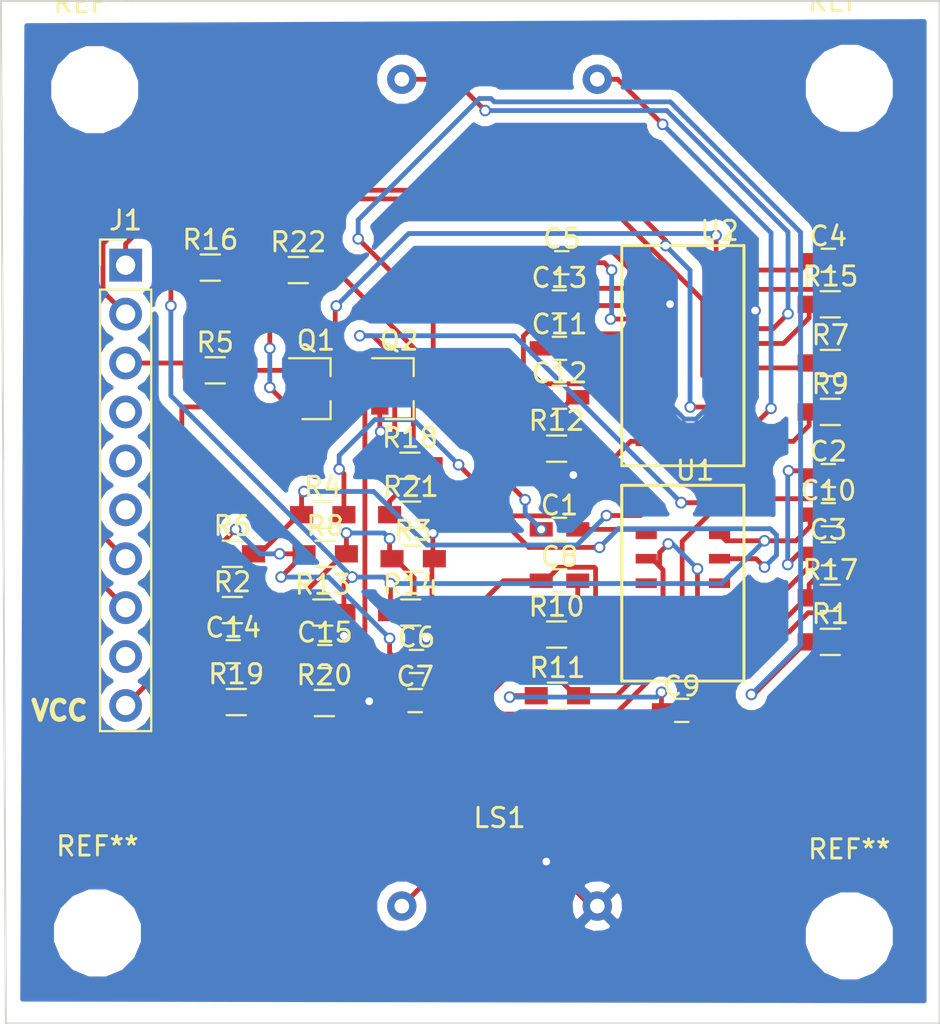
<source format=kicad_pcb>
(kicad_pcb (version 4) (host pcbnew 4.0.7)

  (general
    (links 82)
    (no_connects 0)
    (area 85.135149 78.789 140.602272 135.3944)
    (thickness 1.6)
    (drawings 5)
    (tracks 464)
    (zones 0)
    (modules 48)
    (nets 43)
  )

  (page A4)
  (title_block
    (title "Analog Ultrasonic Sensor")
  )

  (layers
    (0 F.Cu signal hide)
    (31 B.Cu signal hide)
    (32 B.Adhes user hide)
    (33 F.Adhes user hide)
    (34 B.Paste user hide)
    (35 F.Paste user)
    (36 B.SilkS user)
    (37 F.SilkS user)
    (38 B.Mask user hide)
    (39 F.Mask user)
    (40 Dwgs.User user hide)
    (41 Cmts.User user)
    (42 Eco1.User user)
    (43 Eco2.User user)
    (44 Edge.Cuts user)
    (45 Margin user)
    (46 B.CrtYd user hide)
    (47 F.CrtYd user)
    (48 B.Fab user)
    (49 F.Fab user hide)
  )

  (setup
    (last_trace_width 0.25)
    (trace_clearance 0.2)
    (zone_clearance 0.508)
    (zone_45_only no)
    (trace_min 0.2)
    (segment_width 0.2)
    (edge_width 0.1)
    (via_size 0.6)
    (via_drill 0.4)
    (via_min_size 0.4)
    (via_min_drill 0.3)
    (uvia_size 0.3)
    (uvia_drill 0.1)
    (uvias_allowed no)
    (uvia_min_size 0.2)
    (uvia_min_drill 0.1)
    (pcb_text_width 0.3)
    (pcb_text_size 1.5 1.5)
    (mod_edge_width 0.15)
    (mod_text_size 1 1)
    (mod_text_width 0.15)
    (pad_size 1.5 1.5)
    (pad_drill 0.6)
    (pad_to_mask_clearance 0)
    (aux_axis_origin 0 0)
    (visible_elements FFFFFF7F)
    (pcbplotparams
      (layerselection 0x010e0_80000001)
      (usegerberextensions false)
      (excludeedgelayer true)
      (linewidth 0.100000)
      (plotframeref false)
      (viasonmask false)
      (mode 1)
      (useauxorigin false)
      (hpglpennumber 1)
      (hpglpenspeed 20)
      (hpglpendiameter 15)
      (hpglpenoverlay 2)
      (psnegative false)
      (psa4output false)
      (plotreference true)
      (plotvalue true)
      (plotinvisibletext false)
      (padsonsilk false)
      (subtractmaskfromsilk false)
      (outputformat 1)
      (mirror false)
      (drillshape 0)
      (scaleselection 1)
      (outputdirectory "/Users/Rachel/Google Drive/analog_anemometer/"))
  )

  (net 0 "")
  (net 1 "Net-(C1-Pad1)")
  (net 2 "Net-(C1-Pad2)")
  (net 3 "Net-(C2-Pad1)")
  (net 4 GND)
  (net 5 "Net-(C4-Pad1)")
  (net 6 "Net-(C5-Pad1)")
  (net 7 "Net-(C5-Pad2)")
  (net 8 "Net-(C6-Pad1)")
  (net 9 "Net-(C6-Pad2)")
  (net 10 "Net-(C7-Pad2)")
  (net 11 "Net-(C9-Pad1)")
  (net 12 "Net-(C9-Pad2)")
  (net 13 "Net-(C10-Pad1)")
  (net 14 "Net-(C11-Pad1)")
  (net 15 "Net-(C11-Pad2)")
  (net 16 "Net-(C12-Pad1)")
  (net 17 "Net-(C13-Pad1)")
  (net 18 VCC)
  (net 19 "Net-(LS1-Pad1)")
  (net 20 "Net-(LS2-Pad1)")
  (net 21 "Net-(LS2-Pad2)")
  (net 22 "Net-(Q1-Pad1)")
  (net 23 "Net-(Q2-Pad1)")
  (net 24 "Net-(J1-Pad2)")
  (net 25 "Net-(R4-Pad1)")
  (net 26 "Net-(J1-Pad3)")
  (net 27 "Net-(J1-Pad1)")
  (net 28 "Net-(R17-Pad1)")
  (net 29 "Net-(R18-Pad2)")
  (net 30 "Net-(R19-Pad1)")
  (net 31 "Net-(U1-Pad4)")
  (net 32 "Net-(U1-Pad11)")
  (net 33 "Net-(J1-Pad4)")
  (net 34 "Net-(J1-Pad5)")
  (net 35 "Net-(J1-Pad6)")
  (net 36 "Net-(J1-Pad7)")
  (net 37 "Net-(J1-Pad8)")
  (net 38 "Net-(J1-Pad9)")
  (net 39 "Net-(R7-Pad1)")
  (net 40 "Net-(R9-Pad1)")
  (net 41 "Net-(R12-Pad1)")
  (net 42 "Net-(R15-Pad1)")

  (net_class Default "This is the default net class."
    (clearance 0.2)
    (trace_width 0.25)
    (via_dia 0.6)
    (via_drill 0.4)
    (uvia_dia 0.3)
    (uvia_drill 0.1)
    (add_net GND)
    (add_net "Net-(C1-Pad1)")
    (add_net "Net-(C1-Pad2)")
    (add_net "Net-(C10-Pad1)")
    (add_net "Net-(C11-Pad1)")
    (add_net "Net-(C11-Pad2)")
    (add_net "Net-(C12-Pad1)")
    (add_net "Net-(C13-Pad1)")
    (add_net "Net-(C2-Pad1)")
    (add_net "Net-(C4-Pad1)")
    (add_net "Net-(C5-Pad1)")
    (add_net "Net-(C5-Pad2)")
    (add_net "Net-(C6-Pad1)")
    (add_net "Net-(C6-Pad2)")
    (add_net "Net-(C7-Pad2)")
    (add_net "Net-(C9-Pad1)")
    (add_net "Net-(C9-Pad2)")
    (add_net "Net-(J1-Pad1)")
    (add_net "Net-(J1-Pad2)")
    (add_net "Net-(J1-Pad3)")
    (add_net "Net-(J1-Pad4)")
    (add_net "Net-(J1-Pad5)")
    (add_net "Net-(J1-Pad6)")
    (add_net "Net-(J1-Pad7)")
    (add_net "Net-(J1-Pad8)")
    (add_net "Net-(J1-Pad9)")
    (add_net "Net-(LS1-Pad1)")
    (add_net "Net-(LS2-Pad1)")
    (add_net "Net-(LS2-Pad2)")
    (add_net "Net-(Q1-Pad1)")
    (add_net "Net-(Q2-Pad1)")
    (add_net "Net-(R12-Pad1)")
    (add_net "Net-(R15-Pad1)")
    (add_net "Net-(R17-Pad1)")
    (add_net "Net-(R18-Pad2)")
    (add_net "Net-(R19-Pad1)")
    (add_net "Net-(R4-Pad1)")
    (add_net "Net-(R7-Pad1)")
    (add_net "Net-(R9-Pad1)")
    (add_net "Net-(U1-Pad11)")
    (add_net "Net-(U1-Pad4)")
    (add_net VCC)
  )

  (module Capacitors_SMD:C_0603_HandSoldering (layer F.Cu) (tedit 58AA848B) (tstamp 5A382E0A)
    (at 117.414 108.712)
    (descr "Capacitor SMD 0603, hand soldering")
    (tags "capacitor 0603")
    (path /59D41B18)
    (attr smd)
    (fp_text reference C1 (at 0 -1.25) (layer F.SilkS)
      (effects (font (size 1 1) (thickness 0.15)))
    )
    (fp_text value 10n (at 0 1.5) (layer F.Fab)
      (effects (font (size 1 1) (thickness 0.15)))
    )
    (fp_text user %R (at 0 -1.25) (layer F.Fab)
      (effects (font (size 1 1) (thickness 0.15)))
    )
    (fp_line (start -0.8 0.4) (end -0.8 -0.4) (layer F.Fab) (width 0.1))
    (fp_line (start 0.8 0.4) (end -0.8 0.4) (layer F.Fab) (width 0.1))
    (fp_line (start 0.8 -0.4) (end 0.8 0.4) (layer F.Fab) (width 0.1))
    (fp_line (start -0.8 -0.4) (end 0.8 -0.4) (layer F.Fab) (width 0.1))
    (fp_line (start -0.35 -0.6) (end 0.35 -0.6) (layer F.SilkS) (width 0.12))
    (fp_line (start 0.35 0.6) (end -0.35 0.6) (layer F.SilkS) (width 0.12))
    (fp_line (start -1.8 -0.65) (end 1.8 -0.65) (layer F.CrtYd) (width 0.05))
    (fp_line (start -1.8 -0.65) (end -1.8 0.65) (layer F.CrtYd) (width 0.05))
    (fp_line (start 1.8 0.65) (end 1.8 -0.65) (layer F.CrtYd) (width 0.05))
    (fp_line (start 1.8 0.65) (end -1.8 0.65) (layer F.CrtYd) (width 0.05))
    (pad 1 smd rect (at -0.95 0) (size 1.2 0.75) (layers F.Cu F.Paste F.Mask)
      (net 1 "Net-(C1-Pad1)"))
    (pad 2 smd rect (at 0.95 0) (size 1.2 0.75) (layers F.Cu F.Paste F.Mask)
      (net 2 "Net-(C1-Pad2)"))
    (model Capacitors_SMD.3dshapes/C_0603.wrl
      (at (xyz 0 0 0))
      (scale (xyz 1 1 1))
      (rotate (xyz 0 0 0))
    )
  )

  (module Capacitors_SMD:C_0603_HandSoldering (layer F.Cu) (tedit 58AA848B) (tstamp 5A382E10)
    (at 131.384 105.918)
    (descr "Capacitor SMD 0603, hand soldering")
    (tags "capacitor 0603")
    (path /59D4435F)
    (attr smd)
    (fp_text reference C2 (at 0 -1.25) (layer F.SilkS)
      (effects (font (size 1 1) (thickness 0.15)))
    )
    (fp_text value 1u2 (at 0 1.5) (layer F.Fab)
      (effects (font (size 1 1) (thickness 0.15)))
    )
    (fp_text user %R (at 0 -1.25) (layer F.Fab)
      (effects (font (size 1 1) (thickness 0.15)))
    )
    (fp_line (start -0.8 0.4) (end -0.8 -0.4) (layer F.Fab) (width 0.1))
    (fp_line (start 0.8 0.4) (end -0.8 0.4) (layer F.Fab) (width 0.1))
    (fp_line (start 0.8 -0.4) (end 0.8 0.4) (layer F.Fab) (width 0.1))
    (fp_line (start -0.8 -0.4) (end 0.8 -0.4) (layer F.Fab) (width 0.1))
    (fp_line (start -0.35 -0.6) (end 0.35 -0.6) (layer F.SilkS) (width 0.12))
    (fp_line (start 0.35 0.6) (end -0.35 0.6) (layer F.SilkS) (width 0.12))
    (fp_line (start -1.8 -0.65) (end 1.8 -0.65) (layer F.CrtYd) (width 0.05))
    (fp_line (start -1.8 -0.65) (end -1.8 0.65) (layer F.CrtYd) (width 0.05))
    (fp_line (start 1.8 0.65) (end 1.8 -0.65) (layer F.CrtYd) (width 0.05))
    (fp_line (start 1.8 0.65) (end -1.8 0.65) (layer F.CrtYd) (width 0.05))
    (pad 1 smd rect (at -0.95 0) (size 1.2 0.75) (layers F.Cu F.Paste F.Mask)
      (net 3 "Net-(C2-Pad1)"))
    (pad 2 smd rect (at 0.95 0) (size 1.2 0.75) (layers F.Cu F.Paste F.Mask)
      (net 4 GND))
    (model Capacitors_SMD.3dshapes/C_0603.wrl
      (at (xyz 0 0 0))
      (scale (xyz 1 1 1))
      (rotate (xyz 0 0 0))
    )
  )

  (module Capacitors_SMD:C_0603_HandSoldering (layer F.Cu) (tedit 58AA848B) (tstamp 5A382E16)
    (at 131.384 109.982)
    (descr "Capacitor SMD 0603, hand soldering")
    (tags "capacitor 0603")
    (path /59D4441E)
    (attr smd)
    (fp_text reference C3 (at 0 -1.25) (layer F.SilkS)
      (effects (font (size 1 1) (thickness 0.15)))
    )
    (fp_text value 150n (at 0 1.5) (layer F.Fab)
      (effects (font (size 1 1) (thickness 0.15)))
    )
    (fp_text user %R (at 0 -1.25) (layer F.Fab)
      (effects (font (size 1 1) (thickness 0.15)))
    )
    (fp_line (start -0.8 0.4) (end -0.8 -0.4) (layer F.Fab) (width 0.1))
    (fp_line (start 0.8 0.4) (end -0.8 0.4) (layer F.Fab) (width 0.1))
    (fp_line (start 0.8 -0.4) (end 0.8 0.4) (layer F.Fab) (width 0.1))
    (fp_line (start -0.8 -0.4) (end 0.8 -0.4) (layer F.Fab) (width 0.1))
    (fp_line (start -0.35 -0.6) (end 0.35 -0.6) (layer F.SilkS) (width 0.12))
    (fp_line (start 0.35 0.6) (end -0.35 0.6) (layer F.SilkS) (width 0.12))
    (fp_line (start -1.8 -0.65) (end 1.8 -0.65) (layer F.CrtYd) (width 0.05))
    (fp_line (start -1.8 -0.65) (end -1.8 0.65) (layer F.CrtYd) (width 0.05))
    (fp_line (start 1.8 0.65) (end 1.8 -0.65) (layer F.CrtYd) (width 0.05))
    (fp_line (start 1.8 0.65) (end -1.8 0.65) (layer F.CrtYd) (width 0.05))
    (pad 1 smd rect (at -0.95 0) (size 1.2 0.75) (layers F.Cu F.Paste F.Mask)
      (net 3 "Net-(C2-Pad1)"))
    (pad 2 smd rect (at 0.95 0) (size 1.2 0.75) (layers F.Cu F.Paste F.Mask)
      (net 4 GND))
    (model Capacitors_SMD.3dshapes/C_0603.wrl
      (at (xyz 0 0 0))
      (scale (xyz 1 1 1))
      (rotate (xyz 0 0 0))
    )
  )

  (module Capacitors_SMD:C_0603_HandSoldering (layer F.Cu) (tedit 58AA848B) (tstamp 5A382E1C)
    (at 131.384 94.742)
    (descr "Capacitor SMD 0603, hand soldering")
    (tags "capacitor 0603")
    (path /59CEAF16)
    (attr smd)
    (fp_text reference C4 (at 0 -1.25) (layer F.SilkS)
      (effects (font (size 1 1) (thickness 0.15)))
    )
    (fp_text value 10uF (at 0 1.5) (layer F.Fab)
      (effects (font (size 1 1) (thickness 0.15)))
    )
    (fp_text user %R (at 0 -1.25) (layer F.Fab)
      (effects (font (size 1 1) (thickness 0.15)))
    )
    (fp_line (start -0.8 0.4) (end -0.8 -0.4) (layer F.Fab) (width 0.1))
    (fp_line (start 0.8 0.4) (end -0.8 0.4) (layer F.Fab) (width 0.1))
    (fp_line (start 0.8 -0.4) (end 0.8 0.4) (layer F.Fab) (width 0.1))
    (fp_line (start -0.8 -0.4) (end 0.8 -0.4) (layer F.Fab) (width 0.1))
    (fp_line (start -0.35 -0.6) (end 0.35 -0.6) (layer F.SilkS) (width 0.12))
    (fp_line (start 0.35 0.6) (end -0.35 0.6) (layer F.SilkS) (width 0.12))
    (fp_line (start -1.8 -0.65) (end 1.8 -0.65) (layer F.CrtYd) (width 0.05))
    (fp_line (start -1.8 -0.65) (end -1.8 0.65) (layer F.CrtYd) (width 0.05))
    (fp_line (start 1.8 0.65) (end 1.8 -0.65) (layer F.CrtYd) (width 0.05))
    (fp_line (start 1.8 0.65) (end -1.8 0.65) (layer F.CrtYd) (width 0.05))
    (pad 1 smd rect (at -0.95 0) (size 1.2 0.75) (layers F.Cu F.Paste F.Mask)
      (net 5 "Net-(C4-Pad1)"))
    (pad 2 smd rect (at 0.95 0) (size 1.2 0.75) (layers F.Cu F.Paste F.Mask)
      (net 4 GND))
    (model Capacitors_SMD.3dshapes/C_0603.wrl
      (at (xyz 0 0 0))
      (scale (xyz 1 1 1))
      (rotate (xyz 0 0 0))
    )
  )

  (module Capacitors_SMD:C_0603_HandSoldering (layer F.Cu) (tedit 58AA848B) (tstamp 5A382E22)
    (at 117.536 94.869)
    (descr "Capacitor SMD 0603, hand soldering")
    (tags "capacitor 0603")
    (path /59CEAFB9)
    (attr smd)
    (fp_text reference C5 (at 0 -1.25) (layer F.SilkS)
      (effects (font (size 1 1) (thickness 0.15)))
    )
    (fp_text value 1uF (at 0 1.5) (layer F.Fab)
      (effects (font (size 1 1) (thickness 0.15)))
    )
    (fp_text user %R (at 0 -1.25) (layer F.Fab)
      (effects (font (size 1 1) (thickness 0.15)))
    )
    (fp_line (start -0.8 0.4) (end -0.8 -0.4) (layer F.Fab) (width 0.1))
    (fp_line (start 0.8 0.4) (end -0.8 0.4) (layer F.Fab) (width 0.1))
    (fp_line (start 0.8 -0.4) (end 0.8 0.4) (layer F.Fab) (width 0.1))
    (fp_line (start -0.8 -0.4) (end 0.8 -0.4) (layer F.Fab) (width 0.1))
    (fp_line (start -0.35 -0.6) (end 0.35 -0.6) (layer F.SilkS) (width 0.12))
    (fp_line (start 0.35 0.6) (end -0.35 0.6) (layer F.SilkS) (width 0.12))
    (fp_line (start -1.8 -0.65) (end 1.8 -0.65) (layer F.CrtYd) (width 0.05))
    (fp_line (start -1.8 -0.65) (end -1.8 0.65) (layer F.CrtYd) (width 0.05))
    (fp_line (start 1.8 0.65) (end 1.8 -0.65) (layer F.CrtYd) (width 0.05))
    (fp_line (start 1.8 0.65) (end -1.8 0.65) (layer F.CrtYd) (width 0.05))
    (pad 1 smd rect (at -0.95 0) (size 1.2 0.75) (layers F.Cu F.Paste F.Mask)
      (net 6 "Net-(C5-Pad1)"))
    (pad 2 smd rect (at 0.95 0) (size 1.2 0.75) (layers F.Cu F.Paste F.Mask)
      (net 7 "Net-(C5-Pad2)"))
    (model Capacitors_SMD.3dshapes/C_0603.wrl
      (at (xyz 0 0 0))
      (scale (xyz 1 1 1))
      (rotate (xyz 0 0 0))
    )
  )

  (module Capacitors_SMD:C_0603_HandSoldering (layer F.Cu) (tedit 58AA848B) (tstamp 5A382E28)
    (at 109.982 115.57)
    (descr "Capacitor SMD 0603, hand soldering")
    (tags "capacitor 0603")
    (path /59D40E12)
    (attr smd)
    (fp_text reference C6 (at 0 -1.25) (layer F.SilkS)
      (effects (font (size 1 1) (thickness 0.15)))
    )
    (fp_text value 1n (at 0 1.5) (layer F.Fab)
      (effects (font (size 1 1) (thickness 0.15)))
    )
    (fp_text user %R (at 0 -1.25) (layer F.Fab)
      (effects (font (size 1 1) (thickness 0.15)))
    )
    (fp_line (start -0.8 0.4) (end -0.8 -0.4) (layer F.Fab) (width 0.1))
    (fp_line (start 0.8 0.4) (end -0.8 0.4) (layer F.Fab) (width 0.1))
    (fp_line (start 0.8 -0.4) (end 0.8 0.4) (layer F.Fab) (width 0.1))
    (fp_line (start -0.8 -0.4) (end 0.8 -0.4) (layer F.Fab) (width 0.1))
    (fp_line (start -0.35 -0.6) (end 0.35 -0.6) (layer F.SilkS) (width 0.12))
    (fp_line (start 0.35 0.6) (end -0.35 0.6) (layer F.SilkS) (width 0.12))
    (fp_line (start -1.8 -0.65) (end 1.8 -0.65) (layer F.CrtYd) (width 0.05))
    (fp_line (start -1.8 -0.65) (end -1.8 0.65) (layer F.CrtYd) (width 0.05))
    (fp_line (start 1.8 0.65) (end 1.8 -0.65) (layer F.CrtYd) (width 0.05))
    (fp_line (start 1.8 0.65) (end -1.8 0.65) (layer F.CrtYd) (width 0.05))
    (pad 1 smd rect (at -0.95 0) (size 1.2 0.75) (layers F.Cu F.Paste F.Mask)
      (net 8 "Net-(C6-Pad1)"))
    (pad 2 smd rect (at 0.95 0) (size 1.2 0.75) (layers F.Cu F.Paste F.Mask)
      (net 9 "Net-(C6-Pad2)"))
    (model Capacitors_SMD.3dshapes/C_0603.wrl
      (at (xyz 0 0 0))
      (scale (xyz 1 1 1))
      (rotate (xyz 0 0 0))
    )
  )

  (module Capacitors_SMD:C_0603_HandSoldering (layer F.Cu) (tedit 58AA848B) (tstamp 5A382E2E)
    (at 109.916 117.602)
    (descr "Capacitor SMD 0603, hand soldering")
    (tags "capacitor 0603")
    (path /59D400EF)
    (attr smd)
    (fp_text reference C7 (at 0 -1.25) (layer F.SilkS)
      (effects (font (size 1 1) (thickness 0.15)))
    )
    (fp_text value 1n (at 0 1.5) (layer F.Fab)
      (effects (font (size 1 1) (thickness 0.15)))
    )
    (fp_text user %R (at 0 -1.25) (layer F.Fab)
      (effects (font (size 1 1) (thickness 0.15)))
    )
    (fp_line (start -0.8 0.4) (end -0.8 -0.4) (layer F.Fab) (width 0.1))
    (fp_line (start 0.8 0.4) (end -0.8 0.4) (layer F.Fab) (width 0.1))
    (fp_line (start 0.8 -0.4) (end 0.8 0.4) (layer F.Fab) (width 0.1))
    (fp_line (start -0.8 -0.4) (end 0.8 -0.4) (layer F.Fab) (width 0.1))
    (fp_line (start -0.35 -0.6) (end 0.35 -0.6) (layer F.SilkS) (width 0.12))
    (fp_line (start 0.35 0.6) (end -0.35 0.6) (layer F.SilkS) (width 0.12))
    (fp_line (start -1.8 -0.65) (end 1.8 -0.65) (layer F.CrtYd) (width 0.05))
    (fp_line (start -1.8 -0.65) (end -1.8 0.65) (layer F.CrtYd) (width 0.05))
    (fp_line (start 1.8 0.65) (end 1.8 -0.65) (layer F.CrtYd) (width 0.05))
    (fp_line (start 1.8 0.65) (end -1.8 0.65) (layer F.CrtYd) (width 0.05))
    (pad 1 smd rect (at -0.95 0) (size 1.2 0.75) (layers F.Cu F.Paste F.Mask)
      (net 8 "Net-(C6-Pad1)"))
    (pad 2 smd rect (at 0.95 0) (size 1.2 0.75) (layers F.Cu F.Paste F.Mask)
      (net 10 "Net-(C7-Pad2)"))
    (model Capacitors_SMD.3dshapes/C_0603.wrl
      (at (xyz 0 0 0))
      (scale (xyz 1 1 1))
      (rotate (xyz 0 0 0))
    )
  )

  (module Capacitors_SMD:C_0603_HandSoldering (layer F.Cu) (tedit 58AA848B) (tstamp 5A382E34)
    (at 117.414 111.379)
    (descr "Capacitor SMD 0603, hand soldering")
    (tags "capacitor 0603")
    (path /59D3FFF9)
    (attr smd)
    (fp_text reference C8 (at 0 -1.25) (layer F.SilkS)
      (effects (font (size 1 1) (thickness 0.15)))
    )
    (fp_text value 12p (at 0 1.5) (layer F.Fab)
      (effects (font (size 1 1) (thickness 0.15)))
    )
    (fp_text user %R (at 0 -1.25) (layer F.Fab)
      (effects (font (size 1 1) (thickness 0.15)))
    )
    (fp_line (start -0.8 0.4) (end -0.8 -0.4) (layer F.Fab) (width 0.1))
    (fp_line (start 0.8 0.4) (end -0.8 0.4) (layer F.Fab) (width 0.1))
    (fp_line (start 0.8 -0.4) (end 0.8 0.4) (layer F.Fab) (width 0.1))
    (fp_line (start -0.8 -0.4) (end 0.8 -0.4) (layer F.Fab) (width 0.1))
    (fp_line (start -0.35 -0.6) (end 0.35 -0.6) (layer F.SilkS) (width 0.12))
    (fp_line (start 0.35 0.6) (end -0.35 0.6) (layer F.SilkS) (width 0.12))
    (fp_line (start -1.8 -0.65) (end 1.8 -0.65) (layer F.CrtYd) (width 0.05))
    (fp_line (start -1.8 -0.65) (end -1.8 0.65) (layer F.CrtYd) (width 0.05))
    (fp_line (start 1.8 0.65) (end 1.8 -0.65) (layer F.CrtYd) (width 0.05))
    (fp_line (start 1.8 0.65) (end -1.8 0.65) (layer F.CrtYd) (width 0.05))
    (pad 1 smd rect (at -0.95 0) (size 1.2 0.75) (layers F.Cu F.Paste F.Mask)
      (net 9 "Net-(C6-Pad2)"))
    (pad 2 smd rect (at 0.95 0) (size 1.2 0.75) (layers F.Cu F.Paste F.Mask)
      (net 10 "Net-(C7-Pad2)"))
    (model Capacitors_SMD.3dshapes/C_0603.wrl
      (at (xyz 0 0 0))
      (scale (xyz 1 1 1))
      (rotate (xyz 0 0 0))
    )
  )

  (module Capacitors_SMD:C_0603_HandSoldering (layer F.Cu) (tedit 58AA848B) (tstamp 5A382E3A)
    (at 123.764 118.11)
    (descr "Capacitor SMD 0603, hand soldering")
    (tags "capacitor 0603")
    (path /59D3F7B3)
    (attr smd)
    (fp_text reference C9 (at 0 -1.25) (layer F.SilkS)
      (effects (font (size 1 1) (thickness 0.15)))
    )
    (fp_text value 10n (at 0 1.5) (layer F.Fab)
      (effects (font (size 1 1) (thickness 0.15)))
    )
    (fp_text user %R (at 0 -1.25) (layer F.Fab)
      (effects (font (size 1 1) (thickness 0.15)))
    )
    (fp_line (start -0.8 0.4) (end -0.8 -0.4) (layer F.Fab) (width 0.1))
    (fp_line (start 0.8 0.4) (end -0.8 0.4) (layer F.Fab) (width 0.1))
    (fp_line (start 0.8 -0.4) (end 0.8 0.4) (layer F.Fab) (width 0.1))
    (fp_line (start -0.8 -0.4) (end 0.8 -0.4) (layer F.Fab) (width 0.1))
    (fp_line (start -0.35 -0.6) (end 0.35 -0.6) (layer F.SilkS) (width 0.12))
    (fp_line (start 0.35 0.6) (end -0.35 0.6) (layer F.SilkS) (width 0.12))
    (fp_line (start -1.8 -0.65) (end 1.8 -0.65) (layer F.CrtYd) (width 0.05))
    (fp_line (start -1.8 -0.65) (end -1.8 0.65) (layer F.CrtYd) (width 0.05))
    (fp_line (start 1.8 0.65) (end 1.8 -0.65) (layer F.CrtYd) (width 0.05))
    (fp_line (start 1.8 0.65) (end -1.8 0.65) (layer F.CrtYd) (width 0.05))
    (pad 1 smd rect (at -0.95 0) (size 1.2 0.75) (layers F.Cu F.Paste F.Mask)
      (net 11 "Net-(C9-Pad1)"))
    (pad 2 smd rect (at 0.95 0) (size 1.2 0.75) (layers F.Cu F.Paste F.Mask)
      (net 12 "Net-(C9-Pad2)"))
    (model Capacitors_SMD.3dshapes/C_0603.wrl
      (at (xyz 0 0 0))
      (scale (xyz 1 1 1))
      (rotate (xyz 0 0 0))
    )
  )

  (module Capacitors_SMD:C_0603_HandSoldering (layer F.Cu) (tedit 58AA848B) (tstamp 5A382E40)
    (at 131.384 107.95)
    (descr "Capacitor SMD 0603, hand soldering")
    (tags "capacitor 0603")
    (path /59CF046B)
    (attr smd)
    (fp_text reference C10 (at 0 -1.25) (layer F.SilkS)
      (effects (font (size 1 1) (thickness 0.15)))
    )
    (fp_text value CP1_Small (at 0 1.5) (layer F.Fab)
      (effects (font (size 1 1) (thickness 0.15)))
    )
    (fp_text user %R (at 0 -1.25) (layer F.Fab)
      (effects (font (size 1 1) (thickness 0.15)))
    )
    (fp_line (start -0.8 0.4) (end -0.8 -0.4) (layer F.Fab) (width 0.1))
    (fp_line (start 0.8 0.4) (end -0.8 0.4) (layer F.Fab) (width 0.1))
    (fp_line (start 0.8 -0.4) (end 0.8 0.4) (layer F.Fab) (width 0.1))
    (fp_line (start -0.8 -0.4) (end 0.8 -0.4) (layer F.Fab) (width 0.1))
    (fp_line (start -0.35 -0.6) (end 0.35 -0.6) (layer F.SilkS) (width 0.12))
    (fp_line (start 0.35 0.6) (end -0.35 0.6) (layer F.SilkS) (width 0.12))
    (fp_line (start -1.8 -0.65) (end 1.8 -0.65) (layer F.CrtYd) (width 0.05))
    (fp_line (start -1.8 -0.65) (end -1.8 0.65) (layer F.CrtYd) (width 0.05))
    (fp_line (start 1.8 0.65) (end 1.8 -0.65) (layer F.CrtYd) (width 0.05))
    (fp_line (start 1.8 0.65) (end -1.8 0.65) (layer F.CrtYd) (width 0.05))
    (pad 1 smd rect (at -0.95 0) (size 1.2 0.75) (layers F.Cu F.Paste F.Mask)
      (net 13 "Net-(C10-Pad1)"))
    (pad 2 smd rect (at 0.95 0) (size 1.2 0.75) (layers F.Cu F.Paste F.Mask)
      (net 4 GND))
    (model Capacitors_SMD.3dshapes/C_0603.wrl
      (at (xyz 0 0 0))
      (scale (xyz 1 1 1))
      (rotate (xyz 0 0 0))
    )
  )

  (module Capacitors_SMD:C_0603_HandSoldering (layer F.Cu) (tedit 58AA848B) (tstamp 5A382E46)
    (at 117.414 99.314)
    (descr "Capacitor SMD 0603, hand soldering")
    (tags "capacitor 0603")
    (path /59CEB005)
    (attr smd)
    (fp_text reference C11 (at 0 -1.25) (layer F.SilkS)
      (effects (font (size 1 1) (thickness 0.15)))
    )
    (fp_text value 1uF (at 0 1.5) (layer F.Fab)
      (effects (font (size 1 1) (thickness 0.15)))
    )
    (fp_text user %R (at 0 -1.25) (layer F.Fab)
      (effects (font (size 1 1) (thickness 0.15)))
    )
    (fp_line (start -0.8 0.4) (end -0.8 -0.4) (layer F.Fab) (width 0.1))
    (fp_line (start 0.8 0.4) (end -0.8 0.4) (layer F.Fab) (width 0.1))
    (fp_line (start 0.8 -0.4) (end 0.8 0.4) (layer F.Fab) (width 0.1))
    (fp_line (start -0.8 -0.4) (end 0.8 -0.4) (layer F.Fab) (width 0.1))
    (fp_line (start -0.35 -0.6) (end 0.35 -0.6) (layer F.SilkS) (width 0.12))
    (fp_line (start 0.35 0.6) (end -0.35 0.6) (layer F.SilkS) (width 0.12))
    (fp_line (start -1.8 -0.65) (end 1.8 -0.65) (layer F.CrtYd) (width 0.05))
    (fp_line (start -1.8 -0.65) (end -1.8 0.65) (layer F.CrtYd) (width 0.05))
    (fp_line (start 1.8 0.65) (end 1.8 -0.65) (layer F.CrtYd) (width 0.05))
    (fp_line (start 1.8 0.65) (end -1.8 0.65) (layer F.CrtYd) (width 0.05))
    (pad 1 smd rect (at -0.95 0) (size 1.2 0.75) (layers F.Cu F.Paste F.Mask)
      (net 14 "Net-(C11-Pad1)"))
    (pad 2 smd rect (at 0.95 0) (size 1.2 0.75) (layers F.Cu F.Paste F.Mask)
      (net 15 "Net-(C11-Pad2)"))
    (model Capacitors_SMD.3dshapes/C_0603.wrl
      (at (xyz 0 0 0))
      (scale (xyz 1 1 1))
      (rotate (xyz 0 0 0))
    )
  )

  (module Capacitors_SMD:C_0603_HandSoldering (layer F.Cu) (tedit 58AA848B) (tstamp 5A382E4C)
    (at 117.414 101.854)
    (descr "Capacitor SMD 0603, hand soldering")
    (tags "capacitor 0603")
    (path /59CEAE20)
    (attr smd)
    (fp_text reference C12 (at 0 -1.25) (layer F.SilkS)
      (effects (font (size 1 1) (thickness 0.15)))
    )
    (fp_text value 1uF (at 0 1.5) (layer F.Fab)
      (effects (font (size 1 1) (thickness 0.15)))
    )
    (fp_text user %R (at 0 -1.25) (layer F.Fab)
      (effects (font (size 1 1) (thickness 0.15)))
    )
    (fp_line (start -0.8 0.4) (end -0.8 -0.4) (layer F.Fab) (width 0.1))
    (fp_line (start 0.8 0.4) (end -0.8 0.4) (layer F.Fab) (width 0.1))
    (fp_line (start 0.8 -0.4) (end 0.8 0.4) (layer F.Fab) (width 0.1))
    (fp_line (start -0.8 -0.4) (end 0.8 -0.4) (layer F.Fab) (width 0.1))
    (fp_line (start -0.35 -0.6) (end 0.35 -0.6) (layer F.SilkS) (width 0.12))
    (fp_line (start 0.35 0.6) (end -0.35 0.6) (layer F.SilkS) (width 0.12))
    (fp_line (start -1.8 -0.65) (end 1.8 -0.65) (layer F.CrtYd) (width 0.05))
    (fp_line (start -1.8 -0.65) (end -1.8 0.65) (layer F.CrtYd) (width 0.05))
    (fp_line (start 1.8 0.65) (end 1.8 -0.65) (layer F.CrtYd) (width 0.05))
    (fp_line (start 1.8 0.65) (end -1.8 0.65) (layer F.CrtYd) (width 0.05))
    (pad 1 smd rect (at -0.95 0) (size 1.2 0.75) (layers F.Cu F.Paste F.Mask)
      (net 16 "Net-(C12-Pad1)"))
    (pad 2 smd rect (at 0.95 0) (size 1.2 0.75) (layers F.Cu F.Paste F.Mask)
      (net 4 GND))
    (model Capacitors_SMD.3dshapes/C_0603.wrl
      (at (xyz 0 0 0))
      (scale (xyz 1 1 1))
      (rotate (xyz 0 0 0))
    )
  )

  (module Capacitors_SMD:C_0603_HandSoldering (layer F.Cu) (tedit 58AA848B) (tstamp 5A382E52)
    (at 117.409 96.901)
    (descr "Capacitor SMD 0603, hand soldering")
    (tags "capacitor 0603")
    (path /59CEAE90)
    (attr smd)
    (fp_text reference C13 (at 0 -1.25) (layer F.SilkS)
      (effects (font (size 1 1) (thickness 0.15)))
    )
    (fp_text value 1uF (at 0 1.5) (layer F.Fab)
      (effects (font (size 1 1) (thickness 0.15)))
    )
    (fp_text user %R (at 0 -1.25) (layer F.Fab)
      (effects (font (size 1 1) (thickness 0.15)))
    )
    (fp_line (start -0.8 0.4) (end -0.8 -0.4) (layer F.Fab) (width 0.1))
    (fp_line (start 0.8 0.4) (end -0.8 0.4) (layer F.Fab) (width 0.1))
    (fp_line (start 0.8 -0.4) (end 0.8 0.4) (layer F.Fab) (width 0.1))
    (fp_line (start -0.8 -0.4) (end 0.8 -0.4) (layer F.Fab) (width 0.1))
    (fp_line (start -0.35 -0.6) (end 0.35 -0.6) (layer F.SilkS) (width 0.12))
    (fp_line (start 0.35 0.6) (end -0.35 0.6) (layer F.SilkS) (width 0.12))
    (fp_line (start -1.8 -0.65) (end 1.8 -0.65) (layer F.CrtYd) (width 0.05))
    (fp_line (start -1.8 -0.65) (end -1.8 0.65) (layer F.CrtYd) (width 0.05))
    (fp_line (start 1.8 0.65) (end 1.8 -0.65) (layer F.CrtYd) (width 0.05))
    (fp_line (start 1.8 0.65) (end -1.8 0.65) (layer F.CrtYd) (width 0.05))
    (pad 1 smd rect (at -0.95 0) (size 1.2 0.75) (layers F.Cu F.Paste F.Mask)
      (net 17 "Net-(C13-Pad1)"))
    (pad 2 smd rect (at 0.95 0) (size 1.2 0.75) (layers F.Cu F.Paste F.Mask)
      (net 4 GND))
    (model Capacitors_SMD.3dshapes/C_0603.wrl
      (at (xyz 0 0 0))
      (scale (xyz 1 1 1))
      (rotate (xyz 0 0 0))
    )
  )

  (module Capacitors_SMD:C_0603_HandSoldering (layer F.Cu) (tedit 58AA848B) (tstamp 5A382E58)
    (at 100.457 115.062)
    (descr "Capacitor SMD 0603, hand soldering")
    (tags "capacitor 0603")
    (path /59CEDE40)
    (attr smd)
    (fp_text reference C14 (at 0 -1.25) (layer F.SilkS)
      (effects (font (size 1 1) (thickness 0.15)))
    )
    (fp_text value 10uF (at 0 1.5) (layer F.Fab)
      (effects (font (size 1 1) (thickness 0.15)))
    )
    (fp_text user %R (at 0 -1.25) (layer F.Fab)
      (effects (font (size 1 1) (thickness 0.15)))
    )
    (fp_line (start -0.8 0.4) (end -0.8 -0.4) (layer F.Fab) (width 0.1))
    (fp_line (start 0.8 0.4) (end -0.8 0.4) (layer F.Fab) (width 0.1))
    (fp_line (start 0.8 -0.4) (end 0.8 0.4) (layer F.Fab) (width 0.1))
    (fp_line (start -0.8 -0.4) (end 0.8 -0.4) (layer F.Fab) (width 0.1))
    (fp_line (start -0.35 -0.6) (end 0.35 -0.6) (layer F.SilkS) (width 0.12))
    (fp_line (start 0.35 0.6) (end -0.35 0.6) (layer F.SilkS) (width 0.12))
    (fp_line (start -1.8 -0.65) (end 1.8 -0.65) (layer F.CrtYd) (width 0.05))
    (fp_line (start -1.8 -0.65) (end -1.8 0.65) (layer F.CrtYd) (width 0.05))
    (fp_line (start 1.8 0.65) (end 1.8 -0.65) (layer F.CrtYd) (width 0.05))
    (fp_line (start 1.8 0.65) (end -1.8 0.65) (layer F.CrtYd) (width 0.05))
    (pad 1 smd rect (at -0.95 0) (size 1.2 0.75) (layers F.Cu F.Paste F.Mask)
      (net 18 VCC))
    (pad 2 smd rect (at 0.95 0) (size 1.2 0.75) (layers F.Cu F.Paste F.Mask)
      (net 4 GND))
    (model Capacitors_SMD.3dshapes/C_0603.wrl
      (at (xyz 0 0 0))
      (scale (xyz 1 1 1))
      (rotate (xyz 0 0 0))
    )
  )

  (module Capacitors_SMD:C_0603_HandSoldering (layer F.Cu) (tedit 58AA848B) (tstamp 5A382E5E)
    (at 105.222 115.316)
    (descr "Capacitor SMD 0603, hand soldering")
    (tags "capacitor 0603")
    (path /59D44F06)
    (attr smd)
    (fp_text reference C15 (at 0 -1.25) (layer F.SilkS)
      (effects (font (size 1 1) (thickness 0.15)))
    )
    (fp_text value 10uF (at 0 1.5) (layer F.Fab)
      (effects (font (size 1 1) (thickness 0.15)))
    )
    (fp_text user %R (at 0 -1.25) (layer F.Fab)
      (effects (font (size 1 1) (thickness 0.15)))
    )
    (fp_line (start -0.8 0.4) (end -0.8 -0.4) (layer F.Fab) (width 0.1))
    (fp_line (start 0.8 0.4) (end -0.8 0.4) (layer F.Fab) (width 0.1))
    (fp_line (start 0.8 -0.4) (end 0.8 0.4) (layer F.Fab) (width 0.1))
    (fp_line (start -0.8 -0.4) (end 0.8 -0.4) (layer F.Fab) (width 0.1))
    (fp_line (start -0.35 -0.6) (end 0.35 -0.6) (layer F.SilkS) (width 0.12))
    (fp_line (start 0.35 0.6) (end -0.35 0.6) (layer F.SilkS) (width 0.12))
    (fp_line (start -1.8 -0.65) (end 1.8 -0.65) (layer F.CrtYd) (width 0.05))
    (fp_line (start -1.8 -0.65) (end -1.8 0.65) (layer F.CrtYd) (width 0.05))
    (fp_line (start 1.8 0.65) (end 1.8 -0.65) (layer F.CrtYd) (width 0.05))
    (fp_line (start 1.8 0.65) (end -1.8 0.65) (layer F.CrtYd) (width 0.05))
    (pad 1 smd rect (at -0.95 0) (size 1.2 0.75) (layers F.Cu F.Paste F.Mask)
      (net 18 VCC))
    (pad 2 smd rect (at 0.95 0) (size 1.2 0.75) (layers F.Cu F.Paste F.Mask)
      (net 4 GND))
    (model Capacitors_SMD.3dshapes/C_0603.wrl
      (at (xyz 0 0 0))
      (scale (xyz 1 1 1))
      (rotate (xyz 0 0 0))
    )
  )

  (module EM78P153S:ultrasonic_speaker (layer F.Cu) (tedit 59D6AB2C) (tstamp 5A382E64)
    (at 114.3 123.19)
    (path /59D42C7F)
    (fp_text reference LS1 (at 0 0.5) (layer F.SilkS)
      (effects (font (size 1 1) (thickness 0.15)))
    )
    (fp_text value Speaker (at 0 -0.5) (layer F.Fab)
      (effects (font (size 1 1) (thickness 0.15)))
    )
    (pad 1 thru_hole circle (at -5.08 5.08) (size 1.524 1.524) (drill 0.762) (layers *.Cu *.Mask)
      (net 19 "Net-(LS1-Pad1)"))
    (pad 2 thru_hole circle (at 5.08 5.08) (size 1.524 1.524) (drill 0.762) (layers *.Cu *.Mask)
      (net 4 GND))
  )

  (module EM78P153S:ultrasonic_speaker (layer F.Cu) (tedit 59D6AB2C) (tstamp 5A382E6A)
    (at 114.3 80.264)
    (path /59CEB175)
    (fp_text reference LS2 (at 0 0.5) (layer F.SilkS)
      (effects (font (size 1 1) (thickness 0.15)))
    )
    (fp_text value Speaker (at 0 -0.5) (layer F.Fab)
      (effects (font (size 1 1) (thickness 0.15)))
    )
    (pad 1 thru_hole circle (at -5.08 5.08) (size 1.524 1.524) (drill 0.762) (layers *.Cu *.Mask)
      (net 20 "Net-(LS2-Pad1)"))
    (pad 2 thru_hole circle (at 5.08 5.08) (size 1.524 1.524) (drill 0.762) (layers *.Cu *.Mask)
      (net 21 "Net-(LS2-Pad2)"))
  )

  (module TO_SOT_Packages_SMD:SOT-23 (layer F.Cu) (tedit 58CE4E7E) (tstamp 5A382E71)
    (at 104.759 101.407)
    (descr "SOT-23, Standard")
    (tags SOT-23)
    (path /59CEBA7D)
    (attr smd)
    (fp_text reference Q1 (at 0 -2.5) (layer F.SilkS)
      (effects (font (size 1 1) (thickness 0.15)))
    )
    (fp_text value BC857 (at 0 2.5) (layer F.Fab)
      (effects (font (size 1 1) (thickness 0.15)))
    )
    (fp_text user %R (at 0 0 90) (layer F.Fab)
      (effects (font (size 0.5 0.5) (thickness 0.075)))
    )
    (fp_line (start -0.7 -0.95) (end -0.7 1.5) (layer F.Fab) (width 0.1))
    (fp_line (start -0.15 -1.52) (end 0.7 -1.52) (layer F.Fab) (width 0.1))
    (fp_line (start -0.7 -0.95) (end -0.15 -1.52) (layer F.Fab) (width 0.1))
    (fp_line (start 0.7 -1.52) (end 0.7 1.52) (layer F.Fab) (width 0.1))
    (fp_line (start -0.7 1.52) (end 0.7 1.52) (layer F.Fab) (width 0.1))
    (fp_line (start 0.76 1.58) (end 0.76 0.65) (layer F.SilkS) (width 0.12))
    (fp_line (start 0.76 -1.58) (end 0.76 -0.65) (layer F.SilkS) (width 0.12))
    (fp_line (start -1.7 -1.75) (end 1.7 -1.75) (layer F.CrtYd) (width 0.05))
    (fp_line (start 1.7 -1.75) (end 1.7 1.75) (layer F.CrtYd) (width 0.05))
    (fp_line (start 1.7 1.75) (end -1.7 1.75) (layer F.CrtYd) (width 0.05))
    (fp_line (start -1.7 1.75) (end -1.7 -1.75) (layer F.CrtYd) (width 0.05))
    (fp_line (start 0.76 -1.58) (end -1.4 -1.58) (layer F.SilkS) (width 0.12))
    (fp_line (start 0.76 1.58) (end -0.7 1.58) (layer F.SilkS) (width 0.12))
    (pad 1 smd rect (at -1 -0.95) (size 0.9 0.8) (layers F.Cu F.Paste F.Mask)
      (net 22 "Net-(Q1-Pad1)"))
    (pad 2 smd rect (at -1 0.95) (size 0.9 0.8) (layers F.Cu F.Paste F.Mask)
      (net 18 VCC))
    (pad 3 smd rect (at 1 0) (size 0.9 0.8) (layers F.Cu F.Paste F.Mask)
      (net 5 "Net-(C4-Pad1)"))
    (model ${KISYS3DMOD}/TO_SOT_Packages_SMD.3dshapes/SOT-23.wrl
      (at (xyz 0 0 0))
      (scale (xyz 1 1 1))
      (rotate (xyz 0 0 0))
    )
  )

  (module TO_SOT_Packages_SMD:SOT-23 (layer F.Cu) (tedit 58CE4E7E) (tstamp 5A382E78)
    (at 109.077 101.407)
    (descr "SOT-23, Standard")
    (tags SOT-23)
    (path /59CF02A0)
    (attr smd)
    (fp_text reference Q2 (at 0 -2.5) (layer F.SilkS)
      (effects (font (size 1 1) (thickness 0.15)))
    )
    (fp_text value BC857 (at 0 2.5) (layer F.Fab)
      (effects (font (size 1 1) (thickness 0.15)))
    )
    (fp_text user %R (at 0 0 90) (layer F.Fab)
      (effects (font (size 0.5 0.5) (thickness 0.075)))
    )
    (fp_line (start -0.7 -0.95) (end -0.7 1.5) (layer F.Fab) (width 0.1))
    (fp_line (start -0.15 -1.52) (end 0.7 -1.52) (layer F.Fab) (width 0.1))
    (fp_line (start -0.7 -0.95) (end -0.15 -1.52) (layer F.Fab) (width 0.1))
    (fp_line (start 0.7 -1.52) (end 0.7 1.52) (layer F.Fab) (width 0.1))
    (fp_line (start -0.7 1.52) (end 0.7 1.52) (layer F.Fab) (width 0.1))
    (fp_line (start 0.76 1.58) (end 0.76 0.65) (layer F.SilkS) (width 0.12))
    (fp_line (start 0.76 -1.58) (end 0.76 -0.65) (layer F.SilkS) (width 0.12))
    (fp_line (start -1.7 -1.75) (end 1.7 -1.75) (layer F.CrtYd) (width 0.05))
    (fp_line (start 1.7 -1.75) (end 1.7 1.75) (layer F.CrtYd) (width 0.05))
    (fp_line (start 1.7 1.75) (end -1.7 1.75) (layer F.CrtYd) (width 0.05))
    (fp_line (start -1.7 1.75) (end -1.7 -1.75) (layer F.CrtYd) (width 0.05))
    (fp_line (start 0.76 -1.58) (end -1.4 -1.58) (layer F.SilkS) (width 0.12))
    (fp_line (start 0.76 1.58) (end -0.7 1.58) (layer F.SilkS) (width 0.12))
    (pad 1 smd rect (at -1 -0.95) (size 0.9 0.8) (layers F.Cu F.Paste F.Mask)
      (net 23 "Net-(Q2-Pad1)"))
    (pad 2 smd rect (at -1 0.95) (size 0.9 0.8) (layers F.Cu F.Paste F.Mask)
      (net 4 GND))
    (pad 3 smd rect (at 1 0) (size 0.9 0.8) (layers F.Cu F.Paste F.Mask)
      (net 24 "Net-(J1-Pad2)"))
    (model ${KISYS3DMOD}/TO_SOT_Packages_SMD.3dshapes/SOT-23.wrl
      (at (xyz 0 0 0))
      (scale (xyz 1 1 1))
      (rotate (xyz 0 0 0))
    )
  )

  (module Resistors_SMD:R_0603_HandSoldering (layer F.Cu) (tedit 58E0A804) (tstamp 5A382E7E)
    (at 131.488 114.554)
    (descr "Resistor SMD 0603, hand soldering")
    (tags "resistor 0603")
    (path /59D427EB)
    (attr smd)
    (fp_text reference R1 (at 0 -1.45) (layer F.SilkS)
      (effects (font (size 1 1) (thickness 0.15)))
    )
    (fp_text value 10K (at 0 1.55) (layer F.Fab)
      (effects (font (size 1 1) (thickness 0.15)))
    )
    (fp_text user %R (at 0 0) (layer F.Fab)
      (effects (font (size 0.4 0.4) (thickness 0.075)))
    )
    (fp_line (start -0.8 0.4) (end -0.8 -0.4) (layer F.Fab) (width 0.1))
    (fp_line (start 0.8 0.4) (end -0.8 0.4) (layer F.Fab) (width 0.1))
    (fp_line (start 0.8 -0.4) (end 0.8 0.4) (layer F.Fab) (width 0.1))
    (fp_line (start -0.8 -0.4) (end 0.8 -0.4) (layer F.Fab) (width 0.1))
    (fp_line (start 0.5 0.68) (end -0.5 0.68) (layer F.SilkS) (width 0.12))
    (fp_line (start -0.5 -0.68) (end 0.5 -0.68) (layer F.SilkS) (width 0.12))
    (fp_line (start -1.96 -0.7) (end 1.95 -0.7) (layer F.CrtYd) (width 0.05))
    (fp_line (start -1.96 -0.7) (end -1.96 0.7) (layer F.CrtYd) (width 0.05))
    (fp_line (start 1.95 0.7) (end 1.95 -0.7) (layer F.CrtYd) (width 0.05))
    (fp_line (start 1.95 0.7) (end -1.96 0.7) (layer F.CrtYd) (width 0.05))
    (pad 1 smd rect (at -1.1 0) (size 1.2 0.9) (layers F.Cu F.Paste F.Mask)
      (net 1 "Net-(C1-Pad1)"))
    (pad 2 smd rect (at 1.1 0) (size 1.2 0.9) (layers F.Cu F.Paste F.Mask)
      (net 19 "Net-(LS1-Pad1)"))
    (model ${KISYS3DMOD}/Resistors_SMD.3dshapes/R_0603.wrl
      (at (xyz 0 0 0))
      (scale (xyz 1 1 1))
      (rotate (xyz 0 0 0))
    )
  )

  (module Resistors_SMD:R_0603_HandSoldering (layer F.Cu) (tedit 58E0A804) (tstamp 5A382E84)
    (at 100.414 112.903)
    (descr "Resistor SMD 0603, hand soldering")
    (tags "resistor 0603")
    (path /59D436F5)
    (attr smd)
    (fp_text reference R2 (at 0 -1.45) (layer F.SilkS)
      (effects (font (size 1 1) (thickness 0.15)))
    )
    (fp_text value 1K (at 0 1.55) (layer F.Fab)
      (effects (font (size 1 1) (thickness 0.15)))
    )
    (fp_text user %R (at 0 0) (layer F.Fab)
      (effects (font (size 0.4 0.4) (thickness 0.075)))
    )
    (fp_line (start -0.8 0.4) (end -0.8 -0.4) (layer F.Fab) (width 0.1))
    (fp_line (start 0.8 0.4) (end -0.8 0.4) (layer F.Fab) (width 0.1))
    (fp_line (start 0.8 -0.4) (end 0.8 0.4) (layer F.Fab) (width 0.1))
    (fp_line (start -0.8 -0.4) (end 0.8 -0.4) (layer F.Fab) (width 0.1))
    (fp_line (start 0.5 0.68) (end -0.5 0.68) (layer F.SilkS) (width 0.12))
    (fp_line (start -0.5 -0.68) (end 0.5 -0.68) (layer F.SilkS) (width 0.12))
    (fp_line (start -1.96 -0.7) (end 1.95 -0.7) (layer F.CrtYd) (width 0.05))
    (fp_line (start -1.96 -0.7) (end -1.96 0.7) (layer F.CrtYd) (width 0.05))
    (fp_line (start 1.95 0.7) (end 1.95 -0.7) (layer F.CrtYd) (width 0.05))
    (fp_line (start 1.95 0.7) (end -1.96 0.7) (layer F.CrtYd) (width 0.05))
    (pad 1 smd rect (at -1.1 0) (size 1.2 0.9) (layers F.Cu F.Paste F.Mask)
      (net 18 VCC))
    (pad 2 smd rect (at 1.1 0) (size 1.2 0.9) (layers F.Cu F.Paste F.Mask)
      (net 3 "Net-(C2-Pad1)"))
    (model ${KISYS3DMOD}/Resistors_SMD.3dshapes/R_0603.wrl
      (at (xyz 0 0 0))
      (scale (xyz 1 1 1))
      (rotate (xyz 0 0 0))
    )
  )

  (module Resistors_SMD:R_0603_HandSoldering (layer F.Cu) (tedit 58E0A804) (tstamp 5A382E8A)
    (at 109.812 110.236)
    (descr "Resistor SMD 0603, hand soldering")
    (tags "resistor 0603")
    (path /59D437BE)
    (attr smd)
    (fp_text reference R3 (at 0 -1.45) (layer F.SilkS)
      (effects (font (size 1 1) (thickness 0.15)))
    )
    (fp_text value 1K (at 0 1.55) (layer F.Fab)
      (effects (font (size 1 1) (thickness 0.15)))
    )
    (fp_text user %R (at 0 0) (layer F.Fab)
      (effects (font (size 0.4 0.4) (thickness 0.075)))
    )
    (fp_line (start -0.8 0.4) (end -0.8 -0.4) (layer F.Fab) (width 0.1))
    (fp_line (start 0.8 0.4) (end -0.8 0.4) (layer F.Fab) (width 0.1))
    (fp_line (start 0.8 -0.4) (end 0.8 0.4) (layer F.Fab) (width 0.1))
    (fp_line (start -0.8 -0.4) (end 0.8 -0.4) (layer F.Fab) (width 0.1))
    (fp_line (start 0.5 0.68) (end -0.5 0.68) (layer F.SilkS) (width 0.12))
    (fp_line (start -0.5 -0.68) (end 0.5 -0.68) (layer F.SilkS) (width 0.12))
    (fp_line (start -1.96 -0.7) (end 1.95 -0.7) (layer F.CrtYd) (width 0.05))
    (fp_line (start -1.96 -0.7) (end -1.96 0.7) (layer F.CrtYd) (width 0.05))
    (fp_line (start 1.95 0.7) (end 1.95 -0.7) (layer F.CrtYd) (width 0.05))
    (fp_line (start 1.95 0.7) (end -1.96 0.7) (layer F.CrtYd) (width 0.05))
    (pad 1 smd rect (at -1.1 0) (size 1.2 0.9) (layers F.Cu F.Paste F.Mask)
      (net 3 "Net-(C2-Pad1)"))
    (pad 2 smd rect (at 1.1 0) (size 1.2 0.9) (layers F.Cu F.Paste F.Mask)
      (net 4 GND))
    (model ${KISYS3DMOD}/Resistors_SMD.3dshapes/R_0603.wrl
      (at (xyz 0 0 0))
      (scale (xyz 1 1 1))
      (rotate (xyz 0 0 0))
    )
  )

  (module Resistors_SMD:R_0603_HandSoldering (layer F.Cu) (tedit 58E0A804) (tstamp 5A382E90)
    (at 105.113 107.95)
    (descr "Resistor SMD 0603, hand soldering")
    (tags "resistor 0603")
    (path /59D41968)
    (attr smd)
    (fp_text reference R4 (at 0 -1.45) (layer F.SilkS)
      (effects (font (size 1 1) (thickness 0.15)))
    )
    (fp_text value 62K (at 0 1.55) (layer F.Fab)
      (effects (font (size 1 1) (thickness 0.15)))
    )
    (fp_text user %R (at 0 0) (layer F.Fab)
      (effects (font (size 0.4 0.4) (thickness 0.075)))
    )
    (fp_line (start -0.8 0.4) (end -0.8 -0.4) (layer F.Fab) (width 0.1))
    (fp_line (start 0.8 0.4) (end -0.8 0.4) (layer F.Fab) (width 0.1))
    (fp_line (start 0.8 -0.4) (end 0.8 0.4) (layer F.Fab) (width 0.1))
    (fp_line (start -0.8 -0.4) (end 0.8 -0.4) (layer F.Fab) (width 0.1))
    (fp_line (start 0.5 0.68) (end -0.5 0.68) (layer F.SilkS) (width 0.12))
    (fp_line (start -0.5 -0.68) (end 0.5 -0.68) (layer F.SilkS) (width 0.12))
    (fp_line (start -1.96 -0.7) (end 1.95 -0.7) (layer F.CrtYd) (width 0.05))
    (fp_line (start -1.96 -0.7) (end -1.96 0.7) (layer F.CrtYd) (width 0.05))
    (fp_line (start 1.95 0.7) (end 1.95 -0.7) (layer F.CrtYd) (width 0.05))
    (fp_line (start 1.95 0.7) (end -1.96 0.7) (layer F.CrtYd) (width 0.05))
    (pad 1 smd rect (at -1.1 0) (size 1.2 0.9) (layers F.Cu F.Paste F.Mask)
      (net 25 "Net-(R4-Pad1)"))
    (pad 2 smd rect (at 1.1 0) (size 1.2 0.9) (layers F.Cu F.Paste F.Mask)
      (net 2 "Net-(C1-Pad2)"))
    (model ${KISYS3DMOD}/Resistors_SMD.3dshapes/R_0603.wrl
      (at (xyz 0 0 0))
      (scale (xyz 1 1 1))
      (rotate (xyz 0 0 0))
    )
  )

  (module Resistors_SMD:R_0603_HandSoldering (layer F.Cu) (tedit 58E0A804) (tstamp 5A382E96)
    (at 99.525 100.457)
    (descr "Resistor SMD 0603, hand soldering")
    (tags "resistor 0603")
    (path /59CEBD5D)
    (attr smd)
    (fp_text reference R5 (at 0 -1.45) (layer F.SilkS)
      (effects (font (size 1 1) (thickness 0.15)))
    )
    (fp_text value 1K (at 0 1.55) (layer F.Fab)
      (effects (font (size 1 1) (thickness 0.15)))
    )
    (fp_text user %R (at 0 0) (layer F.Fab)
      (effects (font (size 0.4 0.4) (thickness 0.075)))
    )
    (fp_line (start -0.8 0.4) (end -0.8 -0.4) (layer F.Fab) (width 0.1))
    (fp_line (start 0.8 0.4) (end -0.8 0.4) (layer F.Fab) (width 0.1))
    (fp_line (start 0.8 -0.4) (end 0.8 0.4) (layer F.Fab) (width 0.1))
    (fp_line (start -0.8 -0.4) (end 0.8 -0.4) (layer F.Fab) (width 0.1))
    (fp_line (start 0.5 0.68) (end -0.5 0.68) (layer F.SilkS) (width 0.12))
    (fp_line (start -0.5 -0.68) (end 0.5 -0.68) (layer F.SilkS) (width 0.12))
    (fp_line (start -1.96 -0.7) (end 1.95 -0.7) (layer F.CrtYd) (width 0.05))
    (fp_line (start -1.96 -0.7) (end -1.96 0.7) (layer F.CrtYd) (width 0.05))
    (fp_line (start 1.95 0.7) (end 1.95 -0.7) (layer F.CrtYd) (width 0.05))
    (fp_line (start 1.95 0.7) (end -1.96 0.7) (layer F.CrtYd) (width 0.05))
    (pad 1 smd rect (at -1.1 0) (size 1.2 0.9) (layers F.Cu F.Paste F.Mask)
      (net 26 "Net-(J1-Pad3)"))
    (pad 2 smd rect (at 1.1 0) (size 1.2 0.9) (layers F.Cu F.Paste F.Mask)
      (net 22 "Net-(Q1-Pad1)"))
    (model ${KISYS3DMOD}/Resistors_SMD.3dshapes/R_0603.wrl
      (at (xyz 0 0 0))
      (scale (xyz 1 1 1))
      (rotate (xyz 0 0 0))
    )
  )

  (module Resistors_SMD:R_0603_HandSoldering (layer F.Cu) (tedit 58E0A804) (tstamp 5A382E9C)
    (at 100.414 109.982)
    (descr "Resistor SMD 0603, hand soldering")
    (tags "resistor 0603")
    (path /59D4114D)
    (attr smd)
    (fp_text reference R6 (at 0 -1.45) (layer F.SilkS)
      (effects (font (size 1 1) (thickness 0.15)))
    )
    (fp_text value 6K2 (at 0 1.55) (layer F.Fab)
      (effects (font (size 1 1) (thickness 0.15)))
    )
    (fp_text user %R (at 0 0) (layer F.Fab)
      (effects (font (size 0.4 0.4) (thickness 0.075)))
    )
    (fp_line (start -0.8 0.4) (end -0.8 -0.4) (layer F.Fab) (width 0.1))
    (fp_line (start 0.8 0.4) (end -0.8 0.4) (layer F.Fab) (width 0.1))
    (fp_line (start 0.8 -0.4) (end 0.8 0.4) (layer F.Fab) (width 0.1))
    (fp_line (start -0.8 -0.4) (end 0.8 -0.4) (layer F.Fab) (width 0.1))
    (fp_line (start 0.5 0.68) (end -0.5 0.68) (layer F.SilkS) (width 0.12))
    (fp_line (start -0.5 -0.68) (end 0.5 -0.68) (layer F.SilkS) (width 0.12))
    (fp_line (start -1.96 -0.7) (end 1.95 -0.7) (layer F.CrtYd) (width 0.05))
    (fp_line (start -1.96 -0.7) (end -1.96 0.7) (layer F.CrtYd) (width 0.05))
    (fp_line (start 1.95 0.7) (end 1.95 -0.7) (layer F.CrtYd) (width 0.05))
    (fp_line (start 1.95 0.7) (end -1.96 0.7) (layer F.CrtYd) (width 0.05))
    (pad 1 smd rect (at -1.1 0) (size 1.2 0.9) (layers F.Cu F.Paste F.Mask)
      (net 8 "Net-(C6-Pad1)"))
    (pad 2 smd rect (at 1.1 0) (size 1.2 0.9) (layers F.Cu F.Paste F.Mask)
      (net 25 "Net-(R4-Pad1)"))
    (model ${KISYS3DMOD}/Resistors_SMD.3dshapes/R_0603.wrl
      (at (xyz 0 0 0))
      (scale (xyz 1 1 1))
      (rotate (xyz 0 0 0))
    )
  )

  (module Resistors_SMD:R_0603_HandSoldering (layer F.Cu) (tedit 58E0A804) (tstamp 5A382EA2)
    (at 105.24 109.982)
    (descr "Resistor SMD 0603, hand soldering")
    (tags "resistor 0603")
    (path /59D43DA4)
    (attr smd)
    (fp_text reference R8 (at 0 -1.45) (layer F.SilkS)
      (effects (font (size 1 1) (thickness 0.15)))
    )
    (fp_text value 1K (at 0 1.55) (layer F.Fab)
      (effects (font (size 1 1) (thickness 0.15)))
    )
    (fp_text user %R (at 0 0) (layer F.Fab)
      (effects (font (size 0.4 0.4) (thickness 0.075)))
    )
    (fp_line (start -0.8 0.4) (end -0.8 -0.4) (layer F.Fab) (width 0.1))
    (fp_line (start 0.8 0.4) (end -0.8 0.4) (layer F.Fab) (width 0.1))
    (fp_line (start 0.8 -0.4) (end 0.8 0.4) (layer F.Fab) (width 0.1))
    (fp_line (start -0.8 -0.4) (end 0.8 -0.4) (layer F.Fab) (width 0.1))
    (fp_line (start 0.5 0.68) (end -0.5 0.68) (layer F.SilkS) (width 0.12))
    (fp_line (start -0.5 -0.68) (end 0.5 -0.68) (layer F.SilkS) (width 0.12))
    (fp_line (start -1.96 -0.7) (end 1.95 -0.7) (layer F.CrtYd) (width 0.05))
    (fp_line (start -1.96 -0.7) (end -1.96 0.7) (layer F.CrtYd) (width 0.05))
    (fp_line (start 1.95 0.7) (end 1.95 -0.7) (layer F.CrtYd) (width 0.05))
    (fp_line (start 1.95 0.7) (end -1.96 0.7) (layer F.CrtYd) (width 0.05))
    (pad 1 smd rect (at -1.1 0) (size 1.2 0.9) (layers F.Cu F.Paste F.Mask)
      (net 8 "Net-(C6-Pad1)"))
    (pad 2 smd rect (at 1.1 0) (size 1.2 0.9) (layers F.Cu F.Paste F.Mask)
      (net 3 "Net-(C2-Pad1)"))
    (model ${KISYS3DMOD}/Resistors_SMD.3dshapes/R_0603.wrl
      (at (xyz 0 0 0))
      (scale (xyz 1 1 1))
      (rotate (xyz 0 0 0))
    )
  )

  (module Resistors_SMD:R_0603_HandSoldering (layer F.Cu) (tedit 58E0A804) (tstamp 5A382EA8)
    (at 117.264 114.173)
    (descr "Resistor SMD 0603, hand soldering")
    (tags "resistor 0603")
    (path /59D3FF1E)
    (attr smd)
    (fp_text reference R10 (at 0 -1.45) (layer F.SilkS)
      (effects (font (size 1 1) (thickness 0.15)))
    )
    (fp_text value 18k (at 0 1.55) (layer F.Fab)
      (effects (font (size 1 1) (thickness 0.15)))
    )
    (fp_text user %R (at 0 0) (layer F.Fab)
      (effects (font (size 0.4 0.4) (thickness 0.075)))
    )
    (fp_line (start -0.8 0.4) (end -0.8 -0.4) (layer F.Fab) (width 0.1))
    (fp_line (start 0.8 0.4) (end -0.8 0.4) (layer F.Fab) (width 0.1))
    (fp_line (start 0.8 -0.4) (end 0.8 0.4) (layer F.Fab) (width 0.1))
    (fp_line (start -0.8 -0.4) (end 0.8 -0.4) (layer F.Fab) (width 0.1))
    (fp_line (start 0.5 0.68) (end -0.5 0.68) (layer F.SilkS) (width 0.12))
    (fp_line (start -0.5 -0.68) (end 0.5 -0.68) (layer F.SilkS) (width 0.12))
    (fp_line (start -1.96 -0.7) (end 1.95 -0.7) (layer F.CrtYd) (width 0.05))
    (fp_line (start -1.96 -0.7) (end -1.96 0.7) (layer F.CrtYd) (width 0.05))
    (fp_line (start 1.95 0.7) (end 1.95 -0.7) (layer F.CrtYd) (width 0.05))
    (fp_line (start 1.95 0.7) (end -1.96 0.7) (layer F.CrtYd) (width 0.05))
    (pad 1 smd rect (at -1.1 0) (size 1.2 0.9) (layers F.Cu F.Paste F.Mask)
      (net 10 "Net-(C7-Pad2)"))
    (pad 2 smd rect (at 1.1 0) (size 1.2 0.9) (layers F.Cu F.Paste F.Mask)
      (net 9 "Net-(C6-Pad2)"))
    (model ${KISYS3DMOD}/Resistors_SMD.3dshapes/R_0603.wrl
      (at (xyz 0 0 0))
      (scale (xyz 1 1 1))
      (rotate (xyz 0 0 0))
    )
  )

  (module Resistors_SMD:R_0603_HandSoldering (layer F.Cu) (tedit 58E0A804) (tstamp 5A382EAE)
    (at 117.305 117.348)
    (descr "Resistor SMD 0603, hand soldering")
    (tags "resistor 0603")
    (path /59D3F969)
    (attr smd)
    (fp_text reference R11 (at 0 -1.45) (layer F.SilkS)
      (effects (font (size 1 1) (thickness 0.15)))
    )
    (fp_text value 10K (at 0 1.55) (layer F.Fab)
      (effects (font (size 1 1) (thickness 0.15)))
    )
    (fp_text user %R (at 0 0) (layer F.Fab)
      (effects (font (size 0.4 0.4) (thickness 0.075)))
    )
    (fp_line (start -0.8 0.4) (end -0.8 -0.4) (layer F.Fab) (width 0.1))
    (fp_line (start 0.8 0.4) (end -0.8 0.4) (layer F.Fab) (width 0.1))
    (fp_line (start 0.8 -0.4) (end 0.8 0.4) (layer F.Fab) (width 0.1))
    (fp_line (start -0.8 -0.4) (end 0.8 -0.4) (layer F.Fab) (width 0.1))
    (fp_line (start 0.5 0.68) (end -0.5 0.68) (layer F.SilkS) (width 0.12))
    (fp_line (start -0.5 -0.68) (end 0.5 -0.68) (layer F.SilkS) (width 0.12))
    (fp_line (start -1.96 -0.7) (end 1.95 -0.7) (layer F.CrtYd) (width 0.05))
    (fp_line (start -1.96 -0.7) (end -1.96 0.7) (layer F.CrtYd) (width 0.05))
    (fp_line (start 1.95 0.7) (end 1.95 -0.7) (layer F.CrtYd) (width 0.05))
    (fp_line (start 1.95 0.7) (end -1.96 0.7) (layer F.CrtYd) (width 0.05))
    (pad 1 smd rect (at -1.1 0) (size 1.2 0.9) (layers F.Cu F.Paste F.Mask)
      (net 11 "Net-(C9-Pad1)"))
    (pad 2 smd rect (at 1.1 0) (size 1.2 0.9) (layers F.Cu F.Paste F.Mask)
      (net 10 "Net-(C7-Pad2)"))
    (model ${KISYS3DMOD}/Resistors_SMD.3dshapes/R_0603.wrl
      (at (xyz 0 0 0))
      (scale (xyz 1 1 1))
      (rotate (xyz 0 0 0))
    )
  )

  (module Resistors_SMD:R_0603_HandSoldering (layer F.Cu) (tedit 58E0A804) (tstamp 5A382EB4)
    (at 105.113 113.03)
    (descr "Resistor SMD 0603, hand soldering")
    (tags "resistor 0603")
    (path /59D3F0AA)
    (attr smd)
    (fp_text reference R13 (at 0 -1.45) (layer F.SilkS)
      (effects (font (size 1 1) (thickness 0.15)))
    )
    (fp_text value 120K (at 0 1.55) (layer F.Fab)
      (effects (font (size 1 1) (thickness 0.15)))
    )
    (fp_text user %R (at 0 0) (layer F.Fab)
      (effects (font (size 0.4 0.4) (thickness 0.075)))
    )
    (fp_line (start -0.8 0.4) (end -0.8 -0.4) (layer F.Fab) (width 0.1))
    (fp_line (start 0.8 0.4) (end -0.8 0.4) (layer F.Fab) (width 0.1))
    (fp_line (start 0.8 -0.4) (end 0.8 0.4) (layer F.Fab) (width 0.1))
    (fp_line (start -0.8 -0.4) (end 0.8 -0.4) (layer F.Fab) (width 0.1))
    (fp_line (start 0.5 0.68) (end -0.5 0.68) (layer F.SilkS) (width 0.12))
    (fp_line (start -0.5 -0.68) (end 0.5 -0.68) (layer F.SilkS) (width 0.12))
    (fp_line (start -1.96 -0.7) (end 1.95 -0.7) (layer F.CrtYd) (width 0.05))
    (fp_line (start -1.96 -0.7) (end -1.96 0.7) (layer F.CrtYd) (width 0.05))
    (fp_line (start 1.95 0.7) (end 1.95 -0.7) (layer F.CrtYd) (width 0.05))
    (fp_line (start 1.95 0.7) (end -1.96 0.7) (layer F.CrtYd) (width 0.05))
    (pad 1 smd rect (at -1.1 0) (size 1.2 0.9) (layers F.Cu F.Paste F.Mask)
      (net 3 "Net-(C2-Pad1)"))
    (pad 2 smd rect (at 1.1 0) (size 1.2 0.9) (layers F.Cu F.Paste F.Mask)
      (net 13 "Net-(C10-Pad1)"))
    (model ${KISYS3DMOD}/Resistors_SMD.3dshapes/R_0603.wrl
      (at (xyz 0 0 0))
      (scale (xyz 1 1 1))
      (rotate (xyz 0 0 0))
    )
  )

  (module Resistors_SMD:R_0603_HandSoldering (layer F.Cu) (tedit 58E0A804) (tstamp 5A382EBA)
    (at 109.685 113.03)
    (descr "Resistor SMD 0603, hand soldering")
    (tags "resistor 0603")
    (path /59CF03DB)
    (attr smd)
    (fp_text reference R14 (at 0 -1.45) (layer F.SilkS)
      (effects (font (size 1 1) (thickness 0.15)))
    )
    (fp_text value 3M3 (at 0 1.55) (layer F.Fab)
      (effects (font (size 1 1) (thickness 0.15)))
    )
    (fp_text user %R (at 0 0) (layer F.Fab)
      (effects (font (size 0.4 0.4) (thickness 0.075)))
    )
    (fp_line (start -0.8 0.4) (end -0.8 -0.4) (layer F.Fab) (width 0.1))
    (fp_line (start 0.8 0.4) (end -0.8 0.4) (layer F.Fab) (width 0.1))
    (fp_line (start 0.8 -0.4) (end 0.8 0.4) (layer F.Fab) (width 0.1))
    (fp_line (start -0.8 -0.4) (end 0.8 -0.4) (layer F.Fab) (width 0.1))
    (fp_line (start 0.5 0.68) (end -0.5 0.68) (layer F.SilkS) (width 0.12))
    (fp_line (start -0.5 -0.68) (end 0.5 -0.68) (layer F.SilkS) (width 0.12))
    (fp_line (start -1.96 -0.7) (end 1.95 -0.7) (layer F.CrtYd) (width 0.05))
    (fp_line (start -1.96 -0.7) (end -1.96 0.7) (layer F.CrtYd) (width 0.05))
    (fp_line (start 1.95 0.7) (end 1.95 -0.7) (layer F.CrtYd) (width 0.05))
    (fp_line (start 1.95 0.7) (end -1.96 0.7) (layer F.CrtYd) (width 0.05))
    (pad 1 smd rect (at -1.1 0) (size 1.2 0.9) (layers F.Cu F.Paste F.Mask)
      (net 13 "Net-(C10-Pad1)"))
    (pad 2 smd rect (at 1.1 0) (size 1.2 0.9) (layers F.Cu F.Paste F.Mask)
      (net 4 GND))
    (model ${KISYS3DMOD}/Resistors_SMD.3dshapes/R_0603.wrl
      (at (xyz 0 0 0))
      (scale (xyz 1 1 1))
      (rotate (xyz 0 0 0))
    )
  )

  (module Resistors_SMD:R_0603_HandSoldering (layer F.Cu) (tedit 58E0A804) (tstamp 5A382EC0)
    (at 99.271 95.123)
    (descr "Resistor SMD 0603, hand soldering")
    (tags "resistor 0603")
    (path /59CF0323)
    (attr smd)
    (fp_text reference R16 (at 0 -1.45) (layer F.SilkS)
      (effects (font (size 1 1) (thickness 0.15)))
    )
    (fp_text value 75K (at 0 1.55) (layer F.Fab)
      (effects (font (size 1 1) (thickness 0.15)))
    )
    (fp_text user %R (at 0 0) (layer F.Fab)
      (effects (font (size 0.4 0.4) (thickness 0.075)))
    )
    (fp_line (start -0.8 0.4) (end -0.8 -0.4) (layer F.Fab) (width 0.1))
    (fp_line (start 0.8 0.4) (end -0.8 0.4) (layer F.Fab) (width 0.1))
    (fp_line (start 0.8 -0.4) (end 0.8 0.4) (layer F.Fab) (width 0.1))
    (fp_line (start -0.8 -0.4) (end 0.8 -0.4) (layer F.Fab) (width 0.1))
    (fp_line (start 0.5 0.68) (end -0.5 0.68) (layer F.SilkS) (width 0.12))
    (fp_line (start -0.5 -0.68) (end 0.5 -0.68) (layer F.SilkS) (width 0.12))
    (fp_line (start -1.96 -0.7) (end 1.95 -0.7) (layer F.CrtYd) (width 0.05))
    (fp_line (start -1.96 -0.7) (end -1.96 0.7) (layer F.CrtYd) (width 0.05))
    (fp_line (start 1.95 0.7) (end 1.95 -0.7) (layer F.CrtYd) (width 0.05))
    (fp_line (start 1.95 0.7) (end -1.96 0.7) (layer F.CrtYd) (width 0.05))
    (pad 1 smd rect (at -1.1 0) (size 1.2 0.9) (layers F.Cu F.Paste F.Mask)
      (net 13 "Net-(C10-Pad1)"))
    (pad 2 smd rect (at 1.1 0) (size 1.2 0.9) (layers F.Cu F.Paste F.Mask)
      (net 27 "Net-(J1-Pad1)"))
    (model ${KISYS3DMOD}/Resistors_SMD.3dshapes/R_0603.wrl
      (at (xyz 0 0 0))
      (scale (xyz 1 1 1))
      (rotate (xyz 0 0 0))
    )
  )

  (module Resistors_SMD:R_0603_HandSoldering (layer F.Cu) (tedit 58E0A804) (tstamp 5A382EC6)
    (at 131.488 112.268)
    (descr "Resistor SMD 0603, hand soldering")
    (tags "resistor 0603")
    (path /59D3E49B)
    (attr smd)
    (fp_text reference R17 (at 0 -1.45) (layer F.SilkS)
      (effects (font (size 1 1) (thickness 0.15)))
    )
    (fp_text value 75K (at 0 1.55) (layer F.Fab)
      (effects (font (size 1 1) (thickness 0.15)))
    )
    (fp_text user %R (at 0 0) (layer F.Fab)
      (effects (font (size 0.4 0.4) (thickness 0.075)))
    )
    (fp_line (start -0.8 0.4) (end -0.8 -0.4) (layer F.Fab) (width 0.1))
    (fp_line (start 0.8 0.4) (end -0.8 0.4) (layer F.Fab) (width 0.1))
    (fp_line (start 0.8 -0.4) (end 0.8 0.4) (layer F.Fab) (width 0.1))
    (fp_line (start -0.8 -0.4) (end 0.8 -0.4) (layer F.Fab) (width 0.1))
    (fp_line (start 0.5 0.68) (end -0.5 0.68) (layer F.SilkS) (width 0.12))
    (fp_line (start -0.5 -0.68) (end 0.5 -0.68) (layer F.SilkS) (width 0.12))
    (fp_line (start -1.96 -0.7) (end 1.95 -0.7) (layer F.CrtYd) (width 0.05))
    (fp_line (start -1.96 -0.7) (end -1.96 0.7) (layer F.CrtYd) (width 0.05))
    (fp_line (start 1.95 0.7) (end 1.95 -0.7) (layer F.CrtYd) (width 0.05))
    (fp_line (start 1.95 0.7) (end -1.96 0.7) (layer F.CrtYd) (width 0.05))
    (pad 1 smd rect (at -1.1 0) (size 1.2 0.9) (layers F.Cu F.Paste F.Mask)
      (net 28 "Net-(R17-Pad1)"))
    (pad 2 smd rect (at 1.1 0) (size 1.2 0.9) (layers F.Cu F.Paste F.Mask)
      (net 12 "Net-(C9-Pad2)"))
    (model ${KISYS3DMOD}/Resistors_SMD.3dshapes/R_0603.wrl
      (at (xyz 0 0 0))
      (scale (xyz 1 1 1))
      (rotate (xyz 0 0 0))
    )
  )

  (module Resistors_SMD:R_0603_HandSoldering (layer F.Cu) (tedit 58E0A804) (tstamp 5A382ECC)
    (at 109.644 105.41)
    (descr "Resistor SMD 0603, hand soldering")
    (tags "resistor 0603")
    (path /59D3D88A)
    (attr smd)
    (fp_text reference R18 (at 0 -1.45) (layer F.SilkS)
      (effects (font (size 1 1) (thickness 0.15)))
    )
    (fp_text value 4K53 (at 0 1.55) (layer F.Fab)
      (effects (font (size 1 1) (thickness 0.15)))
    )
    (fp_text user %R (at 0 0) (layer F.Fab)
      (effects (font (size 0.4 0.4) (thickness 0.075)))
    )
    (fp_line (start -0.8 0.4) (end -0.8 -0.4) (layer F.Fab) (width 0.1))
    (fp_line (start 0.8 0.4) (end -0.8 0.4) (layer F.Fab) (width 0.1))
    (fp_line (start 0.8 -0.4) (end 0.8 0.4) (layer F.Fab) (width 0.1))
    (fp_line (start -0.8 -0.4) (end 0.8 -0.4) (layer F.Fab) (width 0.1))
    (fp_line (start 0.5 0.68) (end -0.5 0.68) (layer F.SilkS) (width 0.12))
    (fp_line (start -0.5 -0.68) (end 0.5 -0.68) (layer F.SilkS) (width 0.12))
    (fp_line (start -1.96 -0.7) (end 1.95 -0.7) (layer F.CrtYd) (width 0.05))
    (fp_line (start -1.96 -0.7) (end -1.96 0.7) (layer F.CrtYd) (width 0.05))
    (fp_line (start 1.95 0.7) (end 1.95 -0.7) (layer F.CrtYd) (width 0.05))
    (fp_line (start 1.95 0.7) (end -1.96 0.7) (layer F.CrtYd) (width 0.05))
    (pad 1 smd rect (at -1.1 0) (size 1.2 0.9) (layers F.Cu F.Paste F.Mask)
      (net 28 "Net-(R17-Pad1)"))
    (pad 2 smd rect (at 1.1 0) (size 1.2 0.9) (layers F.Cu F.Paste F.Mask)
      (net 29 "Net-(R18-Pad2)"))
    (model ${KISYS3DMOD}/Resistors_SMD.3dshapes/R_0603.wrl
      (at (xyz 0 0 0))
      (scale (xyz 1 1 1))
      (rotate (xyz 0 0 0))
    )
  )

  (module Resistors_SMD:R_0603_HandSoldering (layer F.Cu) (tedit 58E0A804) (tstamp 5A382ED2)
    (at 100.61938 117.6782)
    (descr "Resistor SMD 0603, hand soldering")
    (tags "resistor 0603")
    (path /59CF0198)
    (attr smd)
    (fp_text reference R19 (at 0 -1.45) (layer F.SilkS)
      (effects (font (size 1 1) (thickness 0.15)))
    )
    (fp_text value R (at 0 1.55) (layer F.Fab)
      (effects (font (size 1 1) (thickness 0.15)))
    )
    (fp_text user %R (at 0 0) (layer F.Fab)
      (effects (font (size 0.4 0.4) (thickness 0.075)))
    )
    (fp_line (start -0.8 0.4) (end -0.8 -0.4) (layer F.Fab) (width 0.1))
    (fp_line (start 0.8 0.4) (end -0.8 0.4) (layer F.Fab) (width 0.1))
    (fp_line (start 0.8 -0.4) (end 0.8 0.4) (layer F.Fab) (width 0.1))
    (fp_line (start -0.8 -0.4) (end 0.8 -0.4) (layer F.Fab) (width 0.1))
    (fp_line (start 0.5 0.68) (end -0.5 0.68) (layer F.SilkS) (width 0.12))
    (fp_line (start -0.5 -0.68) (end 0.5 -0.68) (layer F.SilkS) (width 0.12))
    (fp_line (start -1.96 -0.7) (end 1.95 -0.7) (layer F.CrtYd) (width 0.05))
    (fp_line (start -1.96 -0.7) (end -1.96 0.7) (layer F.CrtYd) (width 0.05))
    (fp_line (start 1.95 0.7) (end 1.95 -0.7) (layer F.CrtYd) (width 0.05))
    (fp_line (start 1.95 0.7) (end -1.96 0.7) (layer F.CrtYd) (width 0.05))
    (pad 1 smd rect (at -1.1 0) (size 1.2 0.9) (layers F.Cu F.Paste F.Mask)
      (net 30 "Net-(R19-Pad1)"))
    (pad 2 smd rect (at 1.1 0) (size 1.2 0.9) (layers F.Cu F.Paste F.Mask)
      (net 23 "Net-(Q2-Pad1)"))
    (model ${KISYS3DMOD}/Resistors_SMD.3dshapes/R_0603.wrl
      (at (xyz 0 0 0))
      (scale (xyz 1 1 1))
      (rotate (xyz 0 0 0))
    )
  )

  (module Resistors_SMD:R_0603_HandSoldering (layer F.Cu) (tedit 58E0A804) (tstamp 5A382ED8)
    (at 105.199 117.729)
    (descr "Resistor SMD 0603, hand soldering")
    (tags "resistor 0603")
    (path /59CF0211)
    (attr smd)
    (fp_text reference R20 (at 0 -1.45) (layer F.SilkS)
      (effects (font (size 1 1) (thickness 0.15)))
    )
    (fp_text value R (at 0 1.55) (layer F.Fab)
      (effects (font (size 1 1) (thickness 0.15)))
    )
    (fp_text user %R (at 0 0) (layer F.Fab)
      (effects (font (size 0.4 0.4) (thickness 0.075)))
    )
    (fp_line (start -0.8 0.4) (end -0.8 -0.4) (layer F.Fab) (width 0.1))
    (fp_line (start 0.8 0.4) (end -0.8 0.4) (layer F.Fab) (width 0.1))
    (fp_line (start 0.8 -0.4) (end 0.8 0.4) (layer F.Fab) (width 0.1))
    (fp_line (start -0.8 -0.4) (end 0.8 -0.4) (layer F.Fab) (width 0.1))
    (fp_line (start 0.5 0.68) (end -0.5 0.68) (layer F.SilkS) (width 0.12))
    (fp_line (start -0.5 -0.68) (end 0.5 -0.68) (layer F.SilkS) (width 0.12))
    (fp_line (start -1.96 -0.7) (end 1.95 -0.7) (layer F.CrtYd) (width 0.05))
    (fp_line (start -1.96 -0.7) (end -1.96 0.7) (layer F.CrtYd) (width 0.05))
    (fp_line (start 1.95 0.7) (end 1.95 -0.7) (layer F.CrtYd) (width 0.05))
    (fp_line (start 1.95 0.7) (end -1.96 0.7) (layer F.CrtYd) (width 0.05))
    (pad 1 smd rect (at -1.1 0) (size 1.2 0.9) (layers F.Cu F.Paste F.Mask)
      (net 23 "Net-(Q2-Pad1)"))
    (pad 2 smd rect (at 1.1 0) (size 1.2 0.9) (layers F.Cu F.Paste F.Mask)
      (net 4 GND))
    (model ${KISYS3DMOD}/Resistors_SMD.3dshapes/R_0603.wrl
      (at (xyz 0 0 0))
      (scale (xyz 1 1 1))
      (rotate (xyz 0 0 0))
    )
  )

  (module Resistors_SMD:R_0603_HandSoldering (layer F.Cu) (tedit 58E0A804) (tstamp 5A382EDE)
    (at 109.685 107.95)
    (descr "Resistor SMD 0603, hand soldering")
    (tags "resistor 0603")
    (path /59D3D9A3)
    (attr smd)
    (fp_text reference R21 (at 0 -1.45) (layer F.SilkS)
      (effects (font (size 1 1) (thickness 0.15)))
    )
    (fp_text value 120K (at 0 1.55) (layer F.Fab)
      (effects (font (size 1 1) (thickness 0.15)))
    )
    (fp_text user %R (at 0 0) (layer F.Fab)
      (effects (font (size 0.4 0.4) (thickness 0.075)))
    )
    (fp_line (start -0.8 0.4) (end -0.8 -0.4) (layer F.Fab) (width 0.1))
    (fp_line (start 0.8 0.4) (end -0.8 0.4) (layer F.Fab) (width 0.1))
    (fp_line (start 0.8 -0.4) (end 0.8 0.4) (layer F.Fab) (width 0.1))
    (fp_line (start -0.8 -0.4) (end 0.8 -0.4) (layer F.Fab) (width 0.1))
    (fp_line (start 0.5 0.68) (end -0.5 0.68) (layer F.SilkS) (width 0.12))
    (fp_line (start -0.5 -0.68) (end 0.5 -0.68) (layer F.SilkS) (width 0.12))
    (fp_line (start -1.96 -0.7) (end 1.95 -0.7) (layer F.CrtYd) (width 0.05))
    (fp_line (start -1.96 -0.7) (end -1.96 0.7) (layer F.CrtYd) (width 0.05))
    (fp_line (start 1.95 0.7) (end 1.95 -0.7) (layer F.CrtYd) (width 0.05))
    (fp_line (start 1.95 0.7) (end -1.96 0.7) (layer F.CrtYd) (width 0.05))
    (pad 1 smd rect (at -1.1 0) (size 1.2 0.9) (layers F.Cu F.Paste F.Mask)
      (net 24 "Net-(J1-Pad2)"))
    (pad 2 smd rect (at 1.1 0) (size 1.2 0.9) (layers F.Cu F.Paste F.Mask)
      (net 29 "Net-(R18-Pad2)"))
    (model ${KISYS3DMOD}/Resistors_SMD.3dshapes/R_0603.wrl
      (at (xyz 0 0 0))
      (scale (xyz 1 1 1))
      (rotate (xyz 0 0 0))
    )
  )

  (module Resistors_SMD:R_0603_HandSoldering (layer F.Cu) (tedit 58E0A804) (tstamp 5A382EE4)
    (at 103.843 95.25)
    (descr "Resistor SMD 0603, hand soldering")
    (tags "resistor 0603")
    (path /59D3DA63)
    (attr smd)
    (fp_text reference R22 (at 0 -1.45) (layer F.SilkS)
      (effects (font (size 1 1) (thickness 0.15)))
    )
    (fp_text value 10K (at 0 1.55) (layer F.Fab)
      (effects (font (size 1 1) (thickness 0.15)))
    )
    (fp_text user %R (at 0 0) (layer F.Fab)
      (effects (font (size 0.4 0.4) (thickness 0.075)))
    )
    (fp_line (start -0.8 0.4) (end -0.8 -0.4) (layer F.Fab) (width 0.1))
    (fp_line (start 0.8 0.4) (end -0.8 0.4) (layer F.Fab) (width 0.1))
    (fp_line (start 0.8 -0.4) (end 0.8 0.4) (layer F.Fab) (width 0.1))
    (fp_line (start -0.8 -0.4) (end 0.8 -0.4) (layer F.Fab) (width 0.1))
    (fp_line (start 0.5 0.68) (end -0.5 0.68) (layer F.SilkS) (width 0.12))
    (fp_line (start -0.5 -0.68) (end 0.5 -0.68) (layer F.SilkS) (width 0.12))
    (fp_line (start -1.96 -0.7) (end 1.95 -0.7) (layer F.CrtYd) (width 0.05))
    (fp_line (start -1.96 -0.7) (end -1.96 0.7) (layer F.CrtYd) (width 0.05))
    (fp_line (start 1.95 0.7) (end 1.95 -0.7) (layer F.CrtYd) (width 0.05))
    (fp_line (start 1.95 0.7) (end -1.96 0.7) (layer F.CrtYd) (width 0.05))
    (pad 1 smd rect (at -1.1 0) (size 1.2 0.9) (layers F.Cu F.Paste F.Mask)
      (net 18 VCC))
    (pad 2 smd rect (at 1.1 0) (size 1.2 0.9) (layers F.Cu F.Paste F.Mask)
      (net 24 "Net-(J1-Pad2)"))
    (model ${KISYS3DMOD}/Resistors_SMD.3dshapes/R_0603.wrl
      (at (xyz 0 0 0))
      (scale (xyz 1 1 1))
      (rotate (xyz 0 0 0))
    )
  )

  (module EM78P153S:LM324 (layer F.Cu) (tedit 59D695A9) (tstamp 5A382EF6)
    (at 124.46 105.156)
    (path /59CF011C)
    (fp_text reference U1 (at 0 0.5) (layer F.SilkS)
      (effects (font (size 1 1) (thickness 0.15)))
    )
    (fp_text value LM324 (at 0 -0.5) (layer F.Fab)
      (effects (font (size 1 1) (thickness 0.15)))
    )
    (fp_line (start -3.81 1.27) (end 2.54 1.27) (layer F.SilkS) (width 0.15))
    (fp_line (start 2.54 1.27) (end -3.81 1.27) (layer F.SilkS) (width 0.15))
    (fp_line (start -3.81 11.43) (end -3.81 1.27) (layer F.SilkS) (width 0.15))
    (fp_line (start -3.81 11.43) (end -3.81 1.27) (layer F.SilkS) (width 0.15))
    (fp_line (start 2.54 11.43) (end -3.81 11.43) (layer F.SilkS) (width 0.15))
    (fp_line (start 2.54 1.27) (end 2.54 11.43) (layer F.SilkS) (width 0.15))
    (fp_line (start 2.54 11.43) (end 2.54 1.27) (layer F.SilkS) (width 0.15))
    (pad 1 smd rect (at -2.54 2.54) (size 1.1 0.5) (layers F.Cu F.Paste F.Mask)
      (net 25 "Net-(R4-Pad1)"))
    (pad 2 smd rect (at -2.54 3.81) (size 1.1 0.5) (layers F.Cu F.Paste F.Mask)
      (net 2 "Net-(C1-Pad2)"))
    (pad 3 smd rect (at -2.54 5.08) (size 1.1 0.5) (layers F.Cu F.Paste F.Mask)
      (net 3 "Net-(C2-Pad1)"))
    (pad 4 smd rect (at -2.54 6.35) (size 1.1 0.5) (layers F.Cu F.Paste F.Mask)
      (net 31 "Net-(U1-Pad4)"))
    (pad 5 smd rect (at -2.54 7.62) (size 1.1 0.5) (layers F.Cu F.Paste F.Mask)
      (net 3 "Net-(C2-Pad1)"))
    (pad 6 smd rect (at -2.54 8.89) (size 1.1 0.5) (layers F.Cu F.Paste F.Mask)
      (net 9 "Net-(C6-Pad2)"))
    (pad 7 smd rect (at -2.54 10.16) (size 1.1 0.5) (layers F.Cu F.Paste F.Mask)
      (net 10 "Net-(C7-Pad2)"))
    (pad 8 smd rect (at 1.27 10.16) (size 1.1 0.5) (layers F.Cu F.Paste F.Mask)
      (net 28 "Net-(R17-Pad1)"))
    (pad 9 smd rect (at 1.27 8.89) (size 1.1 0.5) (layers F.Cu F.Paste F.Mask)
      (net 12 "Net-(C9-Pad2)"))
    (pad 10 smd rect (at 1.27 7.62) (size 1.1 0.5) (layers F.Cu F.Paste F.Mask)
      (net 3 "Net-(C2-Pad1)"))
    (pad 11 smd rect (at 1.27 6.35) (size 1.1 0.5) (layers F.Cu F.Paste F.Mask)
      (net 32 "Net-(U1-Pad11)"))
    (pad 12 smd rect (at 1.27 5.08) (size 1.1 0.5) (layers F.Cu F.Paste F.Mask)
      (net 29 "Net-(R18-Pad2)"))
    (pad 13 smd rect (at 1.27 3.81) (size 1.1 0.5) (layers F.Cu F.Paste F.Mask)
      (net 13 "Net-(C10-Pad1)"))
    (pad 14 smd rect (at 1.27 2.54) (size 1.1 0.5) (layers F.Cu F.Paste F.Mask)
      (net 30 "Net-(R19-Pad1)"))
  )

  (module Socket_Strips:Socket_Strip_Straight_1x10_Pitch2.54mm (layer F.Cu) (tedit 58CD5446) (tstamp 5A38473B)
    (at 94.869 94.996)
    (descr "Through hole straight socket strip, 1x10, 2.54mm pitch, single row")
    (tags "Through hole socket strip THT 1x10 2.54mm single row")
    (path /5A1686BC)
    (fp_text reference J1 (at 0 -2.33) (layer F.SilkS)
      (effects (font (size 1 1) (thickness 0.15)))
    )
    (fp_text value Conn_01x10_Male (at 0 25.19) (layer F.Fab)
      (effects (font (size 1 1) (thickness 0.15)))
    )
    (fp_line (start -1.27 -1.27) (end -1.27 24.13) (layer F.Fab) (width 0.1))
    (fp_line (start -1.27 24.13) (end 1.27 24.13) (layer F.Fab) (width 0.1))
    (fp_line (start 1.27 24.13) (end 1.27 -1.27) (layer F.Fab) (width 0.1))
    (fp_line (start 1.27 -1.27) (end -1.27 -1.27) (layer F.Fab) (width 0.1))
    (fp_line (start -1.33 1.27) (end -1.33 24.19) (layer F.SilkS) (width 0.12))
    (fp_line (start -1.33 24.19) (end 1.33 24.19) (layer F.SilkS) (width 0.12))
    (fp_line (start 1.33 24.19) (end 1.33 1.27) (layer F.SilkS) (width 0.12))
    (fp_line (start 1.33 1.27) (end -1.33 1.27) (layer F.SilkS) (width 0.12))
    (fp_line (start -1.33 0) (end -1.33 -1.33) (layer F.SilkS) (width 0.12))
    (fp_line (start -1.33 -1.33) (end 0 -1.33) (layer F.SilkS) (width 0.12))
    (fp_line (start -1.8 -1.8) (end -1.8 24.65) (layer F.CrtYd) (width 0.05))
    (fp_line (start -1.8 24.65) (end 1.8 24.65) (layer F.CrtYd) (width 0.05))
    (fp_line (start 1.8 24.65) (end 1.8 -1.8) (layer F.CrtYd) (width 0.05))
    (fp_line (start 1.8 -1.8) (end -1.8 -1.8) (layer F.CrtYd) (width 0.05))
    (fp_text user %R (at 0 -2.33) (layer F.Fab)
      (effects (font (size 1 1) (thickness 0.15)))
    )
    (pad 1 thru_hole rect (at 0 0) (size 1.7 1.7) (drill 1) (layers *.Cu *.Mask)
      (net 27 "Net-(J1-Pad1)"))
    (pad 2 thru_hole oval (at 0 2.54) (size 1.7 1.7) (drill 1) (layers *.Cu *.Mask)
      (net 24 "Net-(J1-Pad2)"))
    (pad 3 thru_hole oval (at 0 5.08) (size 1.7 1.7) (drill 1) (layers *.Cu *.Mask)
      (net 26 "Net-(J1-Pad3)"))
    (pad 4 thru_hole oval (at 0 7.62) (size 1.7 1.7) (drill 1) (layers *.Cu *.Mask)
      (net 33 "Net-(J1-Pad4)"))
    (pad 5 thru_hole oval (at 0 10.16) (size 1.7 1.7) (drill 1) (layers *.Cu *.Mask)
      (net 34 "Net-(J1-Pad5)"))
    (pad 6 thru_hole oval (at 0 12.7) (size 1.7 1.7) (drill 1) (layers *.Cu *.Mask)
      (net 35 "Net-(J1-Pad6)"))
    (pad 7 thru_hole oval (at 0 15.24) (size 1.7 1.7) (drill 1) (layers *.Cu *.Mask)
      (net 36 "Net-(J1-Pad7)"))
    (pad 8 thru_hole oval (at 0 17.78) (size 1.7 1.7) (drill 1) (layers *.Cu *.Mask)
      (net 37 "Net-(J1-Pad8)"))
    (pad 9 thru_hole oval (at 0 20.32) (size 1.7 1.7) (drill 1) (layers *.Cu *.Mask)
      (net 38 "Net-(J1-Pad9)"))
    (pad 10 thru_hole oval (at 0 22.86) (size 1.7 1.7) (drill 1) (layers *.Cu *.Mask)
      (net 18 VCC))
    (model ${KISYS3DMOD}/Socket_Strips.3dshapes/Socket_Strip_Straight_1x10_Pitch2.54mm.wrl
      (at (xyz 0 -0.45 0))
      (scale (xyz 1 1 1))
      (rotate (xyz 0 0 270))
    )
  )

  (module Resistors_SMD:R_0603_HandSoldering (layer F.Cu) (tedit 58E0A804) (tstamp 5A384741)
    (at 131.488 100.076)
    (descr "Resistor SMD 0603, hand soldering")
    (tags "resistor 0603")
    (path /5A16F7E9)
    (attr smd)
    (fp_text reference R7 (at 0 -1.45) (layer F.SilkS)
      (effects (font (size 1 1) (thickness 0.15)))
    )
    (fp_text value 10K (at 0 1.55) (layer F.Fab)
      (effects (font (size 1 1) (thickness 0.15)))
    )
    (fp_text user %R (at 0 0) (layer F.Fab)
      (effects (font (size 0.4 0.4) (thickness 0.075)))
    )
    (fp_line (start -0.8 0.4) (end -0.8 -0.4) (layer F.Fab) (width 0.1))
    (fp_line (start 0.8 0.4) (end -0.8 0.4) (layer F.Fab) (width 0.1))
    (fp_line (start 0.8 -0.4) (end 0.8 0.4) (layer F.Fab) (width 0.1))
    (fp_line (start -0.8 -0.4) (end 0.8 -0.4) (layer F.Fab) (width 0.1))
    (fp_line (start 0.5 0.68) (end -0.5 0.68) (layer F.SilkS) (width 0.12))
    (fp_line (start -0.5 -0.68) (end 0.5 -0.68) (layer F.SilkS) (width 0.12))
    (fp_line (start -1.96 -0.7) (end 1.95 -0.7) (layer F.CrtYd) (width 0.05))
    (fp_line (start -1.96 -0.7) (end -1.96 0.7) (layer F.CrtYd) (width 0.05))
    (fp_line (start 1.95 0.7) (end 1.95 -0.7) (layer F.CrtYd) (width 0.05))
    (fp_line (start 1.95 0.7) (end -1.96 0.7) (layer F.CrtYd) (width 0.05))
    (pad 1 smd rect (at -1.1 0) (size 1.2 0.9) (layers F.Cu F.Paste F.Mask)
      (net 39 "Net-(R7-Pad1)"))
    (pad 2 smd rect (at 1.1 0) (size 1.2 0.9) (layers F.Cu F.Paste F.Mask)
      (net 4 GND))
    (model ${KISYS3DMOD}/Resistors_SMD.3dshapes/R_0603.wrl
      (at (xyz 0 0 0))
      (scale (xyz 1 1 1))
      (rotate (xyz 0 0 0))
    )
  )

  (module Resistors_SMD:R_0603_HandSoldering (layer F.Cu) (tedit 58E0A804) (tstamp 5A384747)
    (at 131.488 102.616)
    (descr "Resistor SMD 0603, hand soldering")
    (tags "resistor 0603")
    (path /5A16F691)
    (attr smd)
    (fp_text reference R9 (at 0 -1.45) (layer F.SilkS)
      (effects (font (size 1 1) (thickness 0.15)))
    )
    (fp_text value 10K (at 0 1.55) (layer F.Fab)
      (effects (font (size 1 1) (thickness 0.15)))
    )
    (fp_text user %R (at 0 0) (layer F.Fab)
      (effects (font (size 0.4 0.4) (thickness 0.075)))
    )
    (fp_line (start -0.8 0.4) (end -0.8 -0.4) (layer F.Fab) (width 0.1))
    (fp_line (start 0.8 0.4) (end -0.8 0.4) (layer F.Fab) (width 0.1))
    (fp_line (start 0.8 -0.4) (end 0.8 0.4) (layer F.Fab) (width 0.1))
    (fp_line (start -0.8 -0.4) (end 0.8 -0.4) (layer F.Fab) (width 0.1))
    (fp_line (start 0.5 0.68) (end -0.5 0.68) (layer F.SilkS) (width 0.12))
    (fp_line (start -0.5 -0.68) (end 0.5 -0.68) (layer F.SilkS) (width 0.12))
    (fp_line (start -1.96 -0.7) (end 1.95 -0.7) (layer F.CrtYd) (width 0.05))
    (fp_line (start -1.96 -0.7) (end -1.96 0.7) (layer F.CrtYd) (width 0.05))
    (fp_line (start 1.95 0.7) (end 1.95 -0.7) (layer F.CrtYd) (width 0.05))
    (fp_line (start 1.95 0.7) (end -1.96 0.7) (layer F.CrtYd) (width 0.05))
    (pad 1 smd rect (at -1.1 0) (size 1.2 0.9) (layers F.Cu F.Paste F.Mask)
      (net 40 "Net-(R9-Pad1)"))
    (pad 2 smd rect (at 1.1 0) (size 1.2 0.9) (layers F.Cu F.Paste F.Mask)
      (net 4 GND))
    (model ${KISYS3DMOD}/Resistors_SMD.3dshapes/R_0603.wrl
      (at (xyz 0 0 0))
      (scale (xyz 1 1 1))
      (rotate (xyz 0 0 0))
    )
  )

  (module Resistors_SMD:R_0603_HandSoldering (layer F.Cu) (tedit 58E0A804) (tstamp 5A38474D)
    (at 117.264 104.521)
    (descr "Resistor SMD 0603, hand soldering")
    (tags "resistor 0603")
    (path /5A16F8C9)
    (attr smd)
    (fp_text reference R12 (at 0 -1.45) (layer F.SilkS)
      (effects (font (size 1 1) (thickness 0.15)))
    )
    (fp_text value 10K (at 0 1.55) (layer F.Fab)
      (effects (font (size 1 1) (thickness 0.15)))
    )
    (fp_text user %R (at 0 0) (layer F.Fab)
      (effects (font (size 0.4 0.4) (thickness 0.075)))
    )
    (fp_line (start -0.8 0.4) (end -0.8 -0.4) (layer F.Fab) (width 0.1))
    (fp_line (start 0.8 0.4) (end -0.8 0.4) (layer F.Fab) (width 0.1))
    (fp_line (start 0.8 -0.4) (end 0.8 0.4) (layer F.Fab) (width 0.1))
    (fp_line (start -0.8 -0.4) (end 0.8 -0.4) (layer F.Fab) (width 0.1))
    (fp_line (start 0.5 0.68) (end -0.5 0.68) (layer F.SilkS) (width 0.12))
    (fp_line (start -0.5 -0.68) (end 0.5 -0.68) (layer F.SilkS) (width 0.12))
    (fp_line (start -1.96 -0.7) (end 1.95 -0.7) (layer F.CrtYd) (width 0.05))
    (fp_line (start -1.96 -0.7) (end -1.96 0.7) (layer F.CrtYd) (width 0.05))
    (fp_line (start 1.95 0.7) (end 1.95 -0.7) (layer F.CrtYd) (width 0.05))
    (fp_line (start 1.95 0.7) (end -1.96 0.7) (layer F.CrtYd) (width 0.05))
    (pad 1 smd rect (at -1.1 0) (size 1.2 0.9) (layers F.Cu F.Paste F.Mask)
      (net 41 "Net-(R12-Pad1)"))
    (pad 2 smd rect (at 1.1 0) (size 1.2 0.9) (layers F.Cu F.Paste F.Mask)
      (net 4 GND))
    (model ${KISYS3DMOD}/Resistors_SMD.3dshapes/R_0603.wrl
      (at (xyz 0 0 0))
      (scale (xyz 1 1 1))
      (rotate (xyz 0 0 0))
    )
  )

  (module Resistors_SMD:R_0603_HandSoldering (layer F.Cu) (tedit 58E0A804) (tstamp 5A384753)
    (at 131.488 97.028)
    (descr "Resistor SMD 0603, hand soldering")
    (tags "resistor 0603")
    (path /5A16F991)
    (attr smd)
    (fp_text reference R15 (at 0 -1.45) (layer F.SilkS)
      (effects (font (size 1 1) (thickness 0.15)))
    )
    (fp_text value 10K (at 0 1.55) (layer F.Fab)
      (effects (font (size 1 1) (thickness 0.15)))
    )
    (fp_text user %R (at 0 0) (layer F.Fab)
      (effects (font (size 0.4 0.4) (thickness 0.075)))
    )
    (fp_line (start -0.8 0.4) (end -0.8 -0.4) (layer F.Fab) (width 0.1))
    (fp_line (start 0.8 0.4) (end -0.8 0.4) (layer F.Fab) (width 0.1))
    (fp_line (start 0.8 -0.4) (end 0.8 0.4) (layer F.Fab) (width 0.1))
    (fp_line (start -0.8 -0.4) (end 0.8 -0.4) (layer F.Fab) (width 0.1))
    (fp_line (start 0.5 0.68) (end -0.5 0.68) (layer F.SilkS) (width 0.12))
    (fp_line (start -0.5 -0.68) (end 0.5 -0.68) (layer F.SilkS) (width 0.12))
    (fp_line (start -1.96 -0.7) (end 1.95 -0.7) (layer F.CrtYd) (width 0.05))
    (fp_line (start -1.96 -0.7) (end -1.96 0.7) (layer F.CrtYd) (width 0.05))
    (fp_line (start 1.95 0.7) (end 1.95 -0.7) (layer F.CrtYd) (width 0.05))
    (fp_line (start 1.95 0.7) (end -1.96 0.7) (layer F.CrtYd) (width 0.05))
    (pad 1 smd rect (at -1.1 0) (size 1.2 0.9) (layers F.Cu F.Paste F.Mask)
      (net 42 "Net-(R15-Pad1)"))
    (pad 2 smd rect (at 1.1 0) (size 1.2 0.9) (layers F.Cu F.Paste F.Mask)
      (net 4 GND))
    (model ${KISYS3DMOD}/Resistors_SMD.3dshapes/R_0603.wrl
      (at (xyz 0 0 0))
      (scale (xyz 1 1 1))
      (rotate (xyz 0 0 0))
    )
  )

  (module EM78P153S:MAX232A (layer F.Cu) (tedit 59D69605) (tstamp 5A384767)
    (at 125.73 92.71)
    (path /5A068209)
    (fp_text reference U2 (at 0 0.5) (layer F.SilkS)
      (effects (font (size 1 1) (thickness 0.15)))
    )
    (fp_text value MAX232 (at 0 -0.5) (layer F.Fab)
      (effects (font (size 1 1) (thickness 0.15)))
    )
    (fp_line (start -5.08 1.27) (end -5.08 12.7) (layer F.SilkS) (width 0.15))
    (fp_line (start 1.27 12.7) (end -5.08 12.7) (layer F.SilkS) (width 0.15))
    (fp_line (start 1.27 1.27) (end 1.27 12.7) (layer F.SilkS) (width 0.15))
    (fp_line (start 1.27 12.7) (end 1.27 1.27) (layer F.SilkS) (width 0.15))
    (fp_line (start 1.27 1.27) (end 1.27 12.7) (layer F.SilkS) (width 0.15))
    (fp_line (start -5.08 1.27) (end 1.27 1.27) (layer F.SilkS) (width 0.15))
    (pad 1 smd rect (at -3.81 2.54) (size 1.1 0.5) (layers F.Cu F.Paste F.Mask)
      (net 6 "Net-(C5-Pad1)"))
    (pad 2 smd rect (at -3.81 3.81) (size 1.1 0.5) (layers F.Cu F.Paste F.Mask)
      (net 17 "Net-(C13-Pad1)"))
    (pad 3 smd rect (at -3.81 5.08) (size 1.1 0.5) (layers F.Cu F.Paste F.Mask)
      (net 7 "Net-(C5-Pad2)"))
    (pad 4 smd rect (at -3.81 6.35) (size 1.1 0.5) (layers F.Cu F.Paste F.Mask)
      (net 14 "Net-(C11-Pad1)"))
    (pad 5 smd rect (at -3.81 7.62) (size 1.1 0.5) (layers F.Cu F.Paste F.Mask)
      (net 15 "Net-(C11-Pad2)"))
    (pad 6 smd rect (at -3.81 8.89) (size 1.1 0.5) (layers F.Cu F.Paste F.Mask)
      (net 16 "Net-(C12-Pad1)"))
    (pad 7 smd rect (at -3.81 10.16) (size 1.1 0.5) (layers F.Cu F.Paste F.Mask)
      (net 21 "Net-(LS2-Pad2)"))
    (pad 8 smd rect (at -3.81 11.43) (size 1.1 0.5) (layers F.Cu F.Paste F.Mask)
      (net 41 "Net-(R12-Pad1)"))
    (pad 9 smd rect (at 0 11.43) (size 1.1 0.5) (layers F.Cu F.Paste F.Mask)
      (net 40 "Net-(R9-Pad1)"))
    (pad 10 smd rect (at 0 10.16) (size 1.1 0.5) (layers F.Cu F.Paste F.Mask)
      (net 37 "Net-(J1-Pad8)"))
    (pad 11 smd rect (at 0 8.89) (size 1.1 0.5) (layers F.Cu F.Paste F.Mask)
      (net 36 "Net-(J1-Pad7)"))
    (pad 12 smd rect (at 0 7.62) (size 1.1 0.5) (layers F.Cu F.Paste F.Mask)
      (net 39 "Net-(R7-Pad1)"))
    (pad 13 smd rect (at 0 6.35) (size 1.1 0.5) (layers F.Cu F.Paste F.Mask)
      (net 42 "Net-(R15-Pad1)"))
    (pad 14 smd rect (at 0 5.08) (size 1.1 0.5) (layers F.Cu F.Paste F.Mask)
      (net 20 "Net-(LS2-Pad1)"))
    (pad 15 smd rect (at 0 3.81) (size 1.1 0.5) (layers F.Cu F.Paste F.Mask)
      (net 4 GND))
    (pad 16 smd rect (at 0 2.54) (size 1.1 0.5) (layers F.Cu F.Paste F.Mask)
      (net 5 "Net-(C4-Pad1)"))
  )

  (module Mounting_Holes:MountingHole_3.5mm (layer F.Cu) (tedit 56D1B4CB) (tstamp 5A385FBC)
    (at 93.26372 85.88502)
    (descr "Mounting Hole 3.5mm, no annular")
    (tags "mounting hole 3.5mm no annular")
    (attr virtual)
    (fp_text reference REF** (at 0 -4.5) (layer F.SilkS)
      (effects (font (size 1 1) (thickness 0.15)))
    )
    (fp_text value MountingHole_3.5mm (at 0 4.5) (layer F.Fab)
      (effects (font (size 1 1) (thickness 0.15)))
    )
    (fp_text user %R (at 0.3 0) (layer F.Fab)
      (effects (font (size 1 1) (thickness 0.15)))
    )
    (fp_circle (center 0 0) (end 3.5 0) (layer Cmts.User) (width 0.15))
    (fp_circle (center 0 0) (end 3.75 0) (layer F.CrtYd) (width 0.05))
    (pad 1 np_thru_hole circle (at 0 0) (size 3.5 3.5) (drill 3.5) (layers *.Cu *.Mask))
  )

  (module Mounting_Holes:MountingHole_3.5mm (layer F.Cu) (tedit 56D1B4CB) (tstamp 5A385FC9)
    (at 132.4737 85.8139)
    (descr "Mounting Hole 3.5mm, no annular")
    (tags "mounting hole 3.5mm no annular")
    (attr virtual)
    (fp_text reference REF** (at 0 -4.5) (layer F.SilkS)
      (effects (font (size 1 1) (thickness 0.15)))
    )
    (fp_text value MountingHole_3.5mm (at 0 4.5) (layer F.Fab)
      (effects (font (size 1 1) (thickness 0.15)))
    )
    (fp_text user %R (at 0.3 0) (layer F.Fab)
      (effects (font (size 1 1) (thickness 0.15)))
    )
    (fp_circle (center 0 0) (end 3.5 0) (layer Cmts.User) (width 0.15))
    (fp_circle (center 0 0) (end 3.75 0) (layer F.CrtYd) (width 0.05))
    (pad 1 np_thru_hole circle (at 0 0) (size 3.5 3.5) (drill 3.5) (layers *.Cu *.Mask))
  )

  (module Mounting_Holes:MountingHole_3.5mm (layer F.Cu) (tedit 56D1B4CB) (tstamp 5A385FD0)
    (at 93.40596 129.66446)
    (descr "Mounting Hole 3.5mm, no annular")
    (tags "mounting hole 3.5mm no annular")
    (attr virtual)
    (fp_text reference REF** (at 0 -4.5) (layer F.SilkS)
      (effects (font (size 1 1) (thickness 0.15)))
    )
    (fp_text value MountingHole_3.5mm (at 0 4.5) (layer F.Fab)
      (effects (font (size 1 1) (thickness 0.15)))
    )
    (fp_text user %R (at 0.3 0) (layer F.Fab)
      (effects (font (size 1 1) (thickness 0.15)))
    )
    (fp_circle (center 0 0) (end 3.5 0) (layer Cmts.User) (width 0.15))
    (fp_circle (center 0 0) (end 3.75 0) (layer F.CrtYd) (width 0.05))
    (pad 1 np_thru_hole circle (at 0 0) (size 3.5 3.5) (drill 3.5) (layers *.Cu *.Mask))
  )

  (module Mounting_Holes:MountingHole_3.5mm (layer F.Cu) (tedit 56D1B4CB) (tstamp 5A385FD7)
    (at 132.4737 129.8194)
    (descr "Mounting Hole 3.5mm, no annular")
    (tags "mounting hole 3.5mm no annular")
    (attr virtual)
    (fp_text reference REF** (at 0 -4.5) (layer F.SilkS)
      (effects (font (size 1 1) (thickness 0.15)))
    )
    (fp_text value MountingHole_3.5mm (at 0 4.5) (layer F.Fab)
      (effects (font (size 1 1) (thickness 0.15)))
    )
    (fp_text user %R (at 0.3 0) (layer F.Fab)
      (effects (font (size 1 1) (thickness 0.15)))
    )
    (fp_circle (center 0 0) (end 3.5 0) (layer Cmts.User) (width 0.15))
    (fp_circle (center 0 0) (end 3.75 0) (layer F.CrtYd) (width 0.05))
    (pad 1 np_thru_hole circle (at 0 0) (size 3.5 3.5) (drill 3.5) (layers *.Cu *.Mask))
  )

  (gr_text VCC (at 91.43492 118.12778) (layer F.SilkS)
    (effects (font (size 1 1) (thickness 0.25)))
  )
  (gr_line (start 88.392 81.28) (end 88.646 134.366) (layer Edge.Cuts) (width 0.1))
  (gr_line (start 137.16 81.28) (end 88.392 81.28) (layer Edge.Cuts) (width 0.1))
  (gr_line (start 137.16 134.366) (end 137.16 81.28) (layer Edge.Cuts) (width 0.1))
  (gr_line (start 88.646 134.366) (end 137.16 134.366) (layer Edge.Cuts) (width 0.1))

  (segment (start 115.62842 107.1753) (end 115.62842 107.87642) (width 0.25) (layer B.Cu) (net 1))
  (segment (start 115.62842 107.87642) (end 116.464 108.712) (width 0.25) (layer B.Cu) (net 1))
  (via (at 116.464 108.712) (size 0.6) (drill 0.4) (layers F.Cu B.Cu) (net 1))
  (segment (start 106.95432 93.62694) (end 110.852001 97.524621) (width 0.25) (layer F.Cu) (net 1))
  (via (at 115.62842 107.1753) (size 0.6) (drill 0.4) (layers F.Cu B.Cu) (net 1))
  (segment (start 110.852001 97.524621) (end 110.852001 102.398881) (width 0.25) (layer F.Cu) (net 1))
  (segment (start 110.852001 102.398881) (end 115.62842 107.1753) (width 0.25) (layer F.Cu) (net 1))
  (segment (start 127.38608 117.2845) (end 129.941481 114.729099) (width 0.25) (layer B.Cu) (net 1))
  (segment (start 113.853241 86.344599) (end 113.253239 86.344599) (width 0.25) (layer B.Cu) (net 1))
  (segment (start 129.941481 114.729099) (end 129.941481 93.289969) (width 0.25) (layer B.Cu) (net 1))
  (segment (start 129.941481 93.289969) (end 123.171102 86.51959) (width 0.25) (layer B.Cu) (net 1))
  (via (at 106.95432 93.62694) (size 0.6) (drill 0.4) (layers F.Cu B.Cu) (net 1))
  (segment (start 123.171102 86.51959) (end 114.028232 86.51959) (width 0.25) (layer B.Cu) (net 1))
  (segment (start 113.253239 86.344599) (end 106.95432 92.643518) (width 0.25) (layer B.Cu) (net 1))
  (segment (start 114.028232 86.51959) (end 113.853241 86.344599) (width 0.25) (layer B.Cu) (net 1))
  (segment (start 106.95432 92.643518) (end 106.95432 93.62694) (width 0.25) (layer B.Cu) (net 1))
  (segment (start 130.388 114.554) (end 130.238 114.554) (width 0.25) (layer F.Cu) (net 1))
  (segment (start 130.238 114.554) (end 127.5075 117.2845) (width 0.25) (layer F.Cu) (net 1))
  (segment (start 127.5075 117.2845) (end 127.38608 117.2845) (width 0.25) (layer F.Cu) (net 1))
  (via (at 127.38608 117.2845) (size 0.6) (drill 0.4) (layers F.Cu B.Cu) (net 1))
  (segment (start 118.364 108.712) (end 121.666 108.712) (width 0.25) (layer F.Cu) (net 2))
  (segment (start 121.666 108.712) (end 121.92 108.966) (width 0.25) (layer F.Cu) (net 2))
  (segment (start 112.17148 105.3592) (end 114.824279 108.011999) (width 0.25) (layer F.Cu) (net 2))
  (segment (start 114.824279 108.011999) (end 117.438999 108.011999) (width 0.25) (layer F.Cu) (net 2))
  (segment (start 117.438999 108.011999) (end 118.139 108.712) (width 0.25) (layer F.Cu) (net 2))
  (segment (start 118.139 108.712) (end 118.364 108.712) (width 0.25) (layer F.Cu) (net 2))
  (segment (start 105.96626 105.58272) (end 105.96626 104.873618) (width 0.25) (layer B.Cu) (net 2))
  (segment (start 105.96626 104.873618) (end 107.822719 103.017159) (width 0.25) (layer B.Cu) (net 2))
  (segment (start 107.822719 103.017159) (end 109.829439 103.017159) (width 0.25) (layer B.Cu) (net 2))
  (segment (start 109.829439 103.017159) (end 112.17148 105.3592) (width 0.25) (layer B.Cu) (net 2))
  (via (at 112.17148 105.3592) (size 0.6) (drill 0.4) (layers F.Cu B.Cu) (net 2))
  (segment (start 106.213 107.95) (end 106.213 105.82946) (width 0.25) (layer F.Cu) (net 2))
  (segment (start 106.213 105.82946) (end 105.96626 105.58272) (width 0.25) (layer F.Cu) (net 2))
  (via (at 105.96626 105.58272) (size 0.6) (drill 0.4) (layers F.Cu B.Cu) (net 2))
  (segment (start 129.31648 105.67162) (end 130.18762 105.67162) (width 0.25) (layer F.Cu) (net 3))
  (segment (start 130.18762 105.67162) (end 130.434 105.918) (width 0.25) (layer F.Cu) (net 3))
  (segment (start 129.2733 110.53826) (end 129.2733 105.7148) (width 0.25) (layer B.Cu) (net 3))
  (segment (start 129.2733 105.7148) (end 129.31648 105.67162) (width 0.25) (layer B.Cu) (net 3))
  (via (at 129.31648 105.67162) (size 0.6) (drill 0.4) (layers F.Cu B.Cu) (net 3))
  (segment (start 130.434 109.982) (end 129.82956 109.982) (width 0.25) (layer F.Cu) (net 3))
  (segment (start 129.82956 109.982) (end 129.2733 110.53826) (width 0.25) (layer F.Cu) (net 3))
  (via (at 129.2733 110.53826) (size 0.6) (drill 0.4) (layers F.Cu B.Cu) (net 3))
  (segment (start 125.73 112.776) (end 128.265 112.776) (width 0.25) (layer F.Cu) (net 3))
  (segment (start 128.265 112.776) (end 130.434 110.607) (width 0.25) (layer F.Cu) (net 3))
  (segment (start 130.434 110.607) (end 130.434 109.982) (width 0.25) (layer F.Cu) (net 3))
  (segment (start 124.58446 110.76178) (end 124.58446 112.43046) (width 0.25) (layer F.Cu) (net 3))
  (segment (start 124.58446 112.43046) (end 124.93 112.776) (width 0.25) (layer F.Cu) (net 3))
  (segment (start 124.93 112.776) (end 125.73 112.776) (width 0.25) (layer F.Cu) (net 3))
  (segment (start 123.06554 109.46638) (end 123.28906 109.46638) (width 0.25) (layer B.Cu) (net 3))
  (segment (start 123.28906 109.46638) (end 124.58446 110.76178) (width 0.25) (layer B.Cu) (net 3))
  (via (at 124.58446 110.76178) (size 0.6) (drill 0.4) (layers F.Cu B.Cu) (net 3))
  (segment (start 122.6185 110.6345) (end 122.22 110.236) (width 0.25) (layer F.Cu) (net 3))
  (segment (start 122.795001 110.811001) (end 122.6185 110.6345) (width 0.25) (layer F.Cu) (net 3))
  (segment (start 122.6185 110.6345) (end 122.6185 109.91342) (width 0.25) (layer F.Cu) (net 3))
  (segment (start 122.6185 109.91342) (end 123.06554 109.46638) (width 0.25) (layer F.Cu) (net 3))
  (via (at 123.06554 109.46638) (size 0.6) (drill 0.4) (layers F.Cu B.Cu) (net 3))
  (segment (start 122.795001 110.9853) (end 122.795001 110.811001) (width 0.25) (layer F.Cu) (net 3))
  (segment (start 122.795001 115.826001) (end 122.795001 110.9853) (width 0.25) (layer F.Cu) (net 3))
  (segment (start 122.795001 110.9853) (end 122.795001 112.200999) (width 0.25) (layer F.Cu) (net 3))
  (segment (start 122.795001 112.200999) (end 122.22 112.776) (width 0.25) (layer F.Cu) (net 3))
  (segment (start 122.22 112.776) (end 121.92 112.776) (width 0.25) (layer F.Cu) (net 3))
  (segment (start 108.712 110.236) (end 108.862 110.236) (width 0.25) (layer F.Cu) (net 3))
  (segment (start 110.005999 116.901999) (end 109.940999 116.966999) (width 0.25) (layer F.Cu) (net 3))
  (segment (start 108.862 110.236) (end 109.859999 111.233999) (width 0.25) (layer F.Cu) (net 3))
  (segment (start 109.859999 111.233999) (end 109.859999 114.655961) (width 0.25) (layer F.Cu) (net 3))
  (segment (start 109.859999 114.655961) (end 110.005999 114.801961) (width 0.25) (layer F.Cu) (net 3))
  (segment (start 110.005999 114.801961) (end 110.005999 116.901999) (width 0.25) (layer F.Cu) (net 3))
  (segment (start 109.940999 116.966999) (end 109.940999 118.237001) (width 0.25) (layer F.Cu) (net 3))
  (segment (start 109.940999 118.237001) (end 110.005999 118.302001) (width 0.25) (layer F.Cu) (net 3))
  (segment (start 110.005999 118.302001) (end 120.319001 118.302001) (width 0.25) (layer F.Cu) (net 3))
  (segment (start 120.319001 118.302001) (end 122.795001 115.826001) (width 0.25) (layer F.Cu) (net 3))
  (segment (start 122.22 110.236) (end 121.92 110.236) (width 0.25) (layer F.Cu) (net 3))
  (segment (start 108.58754 109.1946) (end 108.58754 110.11154) (width 0.25) (layer F.Cu) (net 3))
  (segment (start 108.58754 110.11154) (end 108.712 110.236) (width 0.25) (layer F.Cu) (net 3))
  (segment (start 106.33964 108.900002) (end 108.292942 108.900002) (width 0.25) (layer B.Cu) (net 3))
  (segment (start 108.292942 108.900002) (end 108.58754 109.1946) (width 0.25) (layer B.Cu) (net 3))
  (via (at 108.58754 109.1946) (size 0.6) (drill 0.4) (layers F.Cu B.Cu) (net 3))
  (segment (start 106.34 109.982) (end 106.34 108.900362) (width 0.25) (layer F.Cu) (net 3))
  (segment (start 106.34 108.900362) (end 106.33964 108.900002) (width 0.25) (layer F.Cu) (net 3))
  (via (at 106.33964 108.900002) (size 0.6) (drill 0.4) (layers F.Cu B.Cu) (net 3))
  (segment (start 104.013 113.03) (end 104.013 112.159) (width 0.25) (layer F.Cu) (net 3))
  (segment (start 104.013 112.159) (end 106.19 109.982) (width 0.25) (layer F.Cu) (net 3))
  (segment (start 106.19 109.982) (end 106.34 109.982) (width 0.25) (layer F.Cu) (net 3))
  (segment (start 101.514 112.903) (end 103.886 112.903) (width 0.25) (layer F.Cu) (net 3))
  (segment (start 103.886 112.903) (end 104.013 113.03) (width 0.25) (layer F.Cu) (net 3))
  (segment (start 116.73078 125.9586) (end 119.04218 128.27) (width 0.25) (layer F.Cu) (net 4))
  (segment (start 119.04218 128.27) (end 119.38 128.27) (width 0.25) (layer F.Cu) (net 4))
  (segment (start 107.52836 117.63502) (end 108.4072 117.63502) (width 0.25) (layer B.Cu) (net 4))
  (segment (start 108.4072 117.63502) (end 116.73078 125.9586) (width 0.25) (layer B.Cu) (net 4))
  (via (at 116.73078 125.9586) (size 0.6) (drill 0.4) (layers F.Cu B.Cu) (net 4))
  (segment (start 126.56058 97.35058) (end 126.53 97.32) (width 0.25) (layer F.Cu) (net 4))
  (segment (start 126.53 97.32) (end 126.53 96.52) (width 0.25) (layer F.Cu) (net 4))
  (segment (start 127.57912 97.35058) (end 126.56058 97.35058) (width 0.25) (layer F.Cu) (net 4))
  (segment (start 123.16206 97.02038) (end 123.16206 102.243062) (width 0.25) (layer B.Cu) (net 4))
  (segment (start 123.16206 102.243062) (end 123.905999 102.987001) (width 0.25) (layer B.Cu) (net 4))
  (segment (start 123.905999 102.987001) (end 124.506001 102.987001) (width 0.25) (layer B.Cu) (net 4))
  (segment (start 124.506001 102.987001) (end 127.57912 99.913882) (width 0.25) (layer B.Cu) (net 4))
  (segment (start 127.57912 99.913882) (end 127.57912 97.35058) (width 0.25) (layer B.Cu) (net 4))
  (via (at 127.57912 97.35058) (size 0.6) (drill 0.4) (layers F.Cu B.Cu) (net 4))
  (segment (start 118.359 96.901) (end 119.209 96.901) (width 0.25) (layer F.Cu) (net 4))
  (segment (start 119.209 96.901) (end 119.403001 97.095001) (width 0.25) (layer F.Cu) (net 4))
  (segment (start 119.403001 97.095001) (end 123.087439 97.095001) (width 0.25) (layer F.Cu) (net 4))
  (segment (start 123.087439 97.095001) (end 123.16206 97.02038) (width 0.25) (layer F.Cu) (net 4))
  (via (at 123.16206 97.02038) (size 0.6) (drill 0.4) (layers F.Cu B.Cu) (net 4))
  (segment (start 118.364 101.854) (end 118.139 101.854) (width 0.25) (layer F.Cu) (net 4))
  (segment (start 118.139 101.854) (end 117.438999 102.554001) (width 0.25) (layer F.Cu) (net 4))
  (segment (start 117.438999 102.554001) (end 116.247001 102.554001) (width 0.25) (layer F.Cu) (net 4))
  (segment (start 118.364 104.521) (end 118.214 104.521) (width 0.25) (layer F.Cu) (net 4))
  (segment (start 116.247001 102.554001) (end 115.603999 102.554001) (width 0.25) (layer F.Cu) (net 4))
  (segment (start 115.603999 102.554001) (end 115.538999 102.489001) (width 0.25) (layer F.Cu) (net 4))
  (segment (start 118.214 104.521) (end 116.247001 102.554001) (width 0.25) (layer F.Cu) (net 4))
  (segment (start 115.538999 102.489001) (end 115.538999 98.678999) (width 0.25) (layer F.Cu) (net 4))
  (segment (start 115.538999 98.678999) (end 116.616997 97.601001) (width 0.25) (layer F.Cu) (net 4))
  (segment (start 116.616997 97.601001) (end 117.433999 97.601001) (width 0.25) (layer F.Cu) (net 4))
  (segment (start 117.433999 97.601001) (end 118.134 96.901) (width 0.25) (layer F.Cu) (net 4))
  (segment (start 118.134 96.901) (end 118.359 96.901) (width 0.25) (layer F.Cu) (net 4))
  (segment (start 132.334 107.95) (end 132.334 109.982) (width 0.25) (layer F.Cu) (net 4))
  (segment (start 132.334 105.918) (end 132.334 107.95) (width 0.25) (layer F.Cu) (net 4))
  (segment (start 132.588 102.616) (end 132.588 105.664) (width 0.25) (layer F.Cu) (net 4))
  (segment (start 132.588 105.664) (end 132.334 105.918) (width 0.25) (layer F.Cu) (net 4))
  (segment (start 132.588 100.076) (end 132.588 102.616) (width 0.25) (layer F.Cu) (net 4))
  (segment (start 132.588 97.028) (end 132.588 100.076) (width 0.25) (layer F.Cu) (net 4))
  (segment (start 130.70078 96.15022) (end 130.598001 96.252999) (width 0.25) (layer F.Cu) (net 4))
  (segment (start 132.109 94.742) (end 130.70078 96.15022) (width 0.25) (layer F.Cu) (net 4))
  (segment (start 130.70078 96.15022) (end 131.56022 96.15022) (width 0.25) (layer F.Cu) (net 4))
  (segment (start 131.56022 96.15022) (end 132.438 97.028) (width 0.25) (layer F.Cu) (net 4))
  (segment (start 132.438 97.028) (end 132.588 97.028) (width 0.25) (layer F.Cu) (net 4))
  (segment (start 132.334 94.742) (end 132.109 94.742) (width 0.25) (layer F.Cu) (net 4))
  (segment (start 130.598001 96.252999) (end 126.797001 96.252999) (width 0.25) (layer F.Cu) (net 4))
  (segment (start 126.797001 96.252999) (end 126.53 96.52) (width 0.25) (layer F.Cu) (net 4))
  (segment (start 126.53 96.52) (end 125.73 96.52) (width 0.25) (layer F.Cu) (net 4))
  (segment (start 118.13286 105.89006) (end 118.13286 104.75214) (width 0.25) (layer F.Cu) (net 4))
  (segment (start 118.13286 104.75214) (end 118.364 104.521) (width 0.25) (layer F.Cu) (net 4))
  (segment (start 116.43614 106.35488) (end 116.90096 105.89006) (width 0.25) (layer B.Cu) (net 4))
  (segment (start 116.90096 105.89006) (end 118.13286 105.89006) (width 0.25) (layer B.Cu) (net 4))
  (via (at 118.13286 105.89006) (size 0.6) (drill 0.4) (layers F.Cu B.Cu) (net 4))
  (segment (start 110.83544 106.35488) (end 116.43614 106.35488) (width 0.25) (layer B.Cu) (net 4))
  (segment (start 110.785 113.03) (end 110.785 110.363) (width 0.25) (layer F.Cu) (net 4))
  (segment (start 110.785 110.363) (end 110.912 110.236) (width 0.25) (layer F.Cu) (net 4))
  (segment (start 110.83544 108.900002) (end 110.83544 110.15944) (width 0.25) (layer F.Cu) (net 4))
  (segment (start 110.83544 110.15944) (end 110.912 110.236) (width 0.25) (layer F.Cu) (net 4))
  (segment (start 108.12272 103.64216) (end 110.83544 106.35488) (width 0.25) (layer B.Cu) (net 4))
  (segment (start 110.83544 106.35488) (end 110.83544 108.900002) (width 0.25) (layer B.Cu) (net 4))
  (via (at 110.83544 108.900002) (size 0.6) (drill 0.4) (layers F.Cu B.Cu) (net 4))
  (segment (start 108.077 102.357) (end 108.077 103.59644) (width 0.25) (layer F.Cu) (net 4))
  (segment (start 108.077 103.59644) (end 108.12272 103.64216) (width 0.25) (layer F.Cu) (net 4))
  (via (at 108.12272 103.64216) (size 0.6) (drill 0.4) (layers F.Cu B.Cu) (net 4))
  (segment (start 110.49762 114.36858) (end 110.49762 113.31738) (width 0.25) (layer F.Cu) (net 4))
  (segment (start 110.49762 113.31738) (end 110.785 113.03) (width 0.25) (layer F.Cu) (net 4))
  (segment (start 107.52836 115.5573) (end 109.3089 115.5573) (width 0.25) (layer B.Cu) (net 4))
  (segment (start 109.3089 115.5573) (end 110.49762 114.36858) (width 0.25) (layer B.Cu) (net 4))
  (via (at 110.49762 114.36858) (size 0.6) (drill 0.4) (layers F.Cu B.Cu) (net 4))
  (segment (start 107.52836 117.63502) (end 106.39298 117.63502) (width 0.25) (layer F.Cu) (net 4))
  (segment (start 106.39298 117.63502) (end 106.299 117.729) (width 0.25) (layer F.Cu) (net 4))
  (segment (start 106.21264 114.24158) (end 107.52836 115.5573) (width 0.25) (layer B.Cu) (net 4))
  (segment (start 107.52836 115.5573) (end 107.52836 117.63502) (width 0.25) (layer B.Cu) (net 4))
  (via (at 107.52836 117.63502) (size 0.6) (drill 0.4) (layers F.Cu B.Cu) (net 4))
  (segment (start 106.172 115.316) (end 106.172 114.28222) (width 0.25) (layer F.Cu) (net 4))
  (segment (start 106.172 114.28222) (end 106.21264 114.24158) (width 0.25) (layer F.Cu) (net 4))
  (via (at 106.21264 114.24158) (size 0.6) (drill 0.4) (layers F.Cu B.Cu) (net 4))
  (segment (start 101.407 115.062) (end 102.257 115.062) (width 0.25) (layer F.Cu) (net 4))
  (segment (start 102.257 115.062) (end 102.703001 114.615999) (width 0.25) (layer F.Cu) (net 4))
  (segment (start 102.703001 114.615999) (end 105.246999 114.615999) (width 0.25) (layer F.Cu) (net 4))
  (segment (start 105.246999 114.615999) (end 105.947 115.316) (width 0.25) (layer F.Cu) (net 4))
  (segment (start 105.947 115.316) (end 106.172 115.316) (width 0.25) (layer F.Cu) (net 4))
  (segment (start 125.73 95.25) (end 129.926 95.25) (width 0.25) (layer F.Cu) (net 5))
  (segment (start 129.926 95.25) (end 130.434 94.742) (width 0.25) (layer F.Cu) (net 5))
  (segment (start 125.5522 93.45168) (end 125.5522 95.0722) (width 0.25) (layer F.Cu) (net 5))
  (segment (start 125.5522 95.0722) (end 125.73 95.25) (width 0.25) (layer F.Cu) (net 5))
  (segment (start 105.8164 97.11436) (end 109.575761 93.354999) (width 0.25) (layer B.Cu) (net 5))
  (segment (start 109.575761 93.354999) (end 125.455519 93.354999) (width 0.25) (layer B.Cu) (net 5))
  (segment (start 125.455519 93.354999) (end 125.5522 93.45168) (width 0.25) (layer B.Cu) (net 5))
  (via (at 125.5522 93.45168) (size 0.6) (drill 0.4) (layers F.Cu B.Cu) (net 5))
  (segment (start 105.759 101.407) (end 105.759 97.17176) (width 0.25) (layer F.Cu) (net 5))
  (segment (start 105.759 97.17176) (end 105.8164 97.11436) (width 0.25) (layer F.Cu) (net 5))
  (via (at 105.8164 97.11436) (size 0.6) (drill 0.4) (layers F.Cu B.Cu) (net 5))
  (segment (start 116.586 94.869) (end 116.586 94.244) (width 0.25) (layer F.Cu) (net 6))
  (segment (start 116.586 94.244) (end 116.661001 94.168999) (width 0.25) (layer F.Cu) (net 6))
  (segment (start 116.661001 94.168999) (end 120.038999 94.168999) (width 0.25) (layer F.Cu) (net 6))
  (segment (start 120.038999 94.168999) (end 121.12 95.25) (width 0.25) (layer F.Cu) (net 6))
  (segment (start 121.12 95.25) (end 121.92 95.25) (width 0.25) (layer F.Cu) (net 6))
  (segment (start 120.06834 97.79254) (end 121.91746 97.79254) (width 0.25) (layer F.Cu) (net 7))
  (segment (start 121.91746 97.79254) (end 121.92 97.79) (width 0.25) (layer F.Cu) (net 7))
  (segment (start 120.12422 95.25254) (end 120.12422 97.73666) (width 0.25) (layer B.Cu) (net 7))
  (segment (start 120.12422 97.73666) (end 120.06834 97.79254) (width 0.25) (layer B.Cu) (net 7))
  (via (at 120.06834 97.79254) (size 0.6) (drill 0.4) (layers F.Cu B.Cu) (net 7))
  (segment (start 118.486 94.869) (end 119.74068 94.869) (width 0.25) (layer F.Cu) (net 7))
  (segment (start 119.74068 94.869) (end 120.12422 95.25254) (width 0.25) (layer F.Cu) (net 7))
  (via (at 120.12422 95.25254) (size 0.6) (drill 0.4) (layers F.Cu B.Cu) (net 7))
  (segment (start 108.966 117.602) (end 108.966 115.636) (width 0.25) (layer F.Cu) (net 8))
  (segment (start 108.966 115.636) (end 109.032 115.57) (width 0.25) (layer F.Cu) (net 8))
  (segment (start 108.58754 114.36858) (end 108.58754 115.12554) (width 0.25) (layer F.Cu) (net 8))
  (segment (start 108.58754 115.12554) (end 109.032 115.57) (width 0.25) (layer F.Cu) (net 8))
  (segment (start 102.9462 111.1885) (end 105.40746 111.1885) (width 0.25) (layer B.Cu) (net 8))
  (segment (start 105.40746 111.1885) (end 107.835539 113.616579) (width 0.25) (layer B.Cu) (net 8))
  (segment (start 107.835539 113.616579) (end 108.58754 114.36858) (width 0.25) (layer B.Cu) (net 8))
  (via (at 108.58754 114.36858) (size 0.6) (drill 0.4) (layers F.Cu B.Cu) (net 8))
  (segment (start 104.14 109.982) (end 104.14 109.9947) (width 0.25) (layer F.Cu) (net 8))
  (segment (start 104.14 109.9947) (end 102.9462 111.1885) (width 0.25) (layer F.Cu) (net 8))
  (via (at 102.9462 111.1885) (size 0.6) (drill 0.4) (layers F.Cu B.Cu) (net 8))
  (segment (start 102.87 109.982) (end 104.14 109.982) (width 0.25) (layer F.Cu) (net 8))
  (segment (start 100.584 108.712) (end 101.854 109.982) (width 0.25) (layer B.Cu) (net 8))
  (segment (start 101.854 109.982) (end 102.87 109.982) (width 0.25) (layer B.Cu) (net 8))
  (via (at 102.87 109.982) (size 0.6) (drill 0.4) (layers F.Cu B.Cu) (net 8))
  (segment (start 99.314 109.982) (end 100.584 108.712) (width 0.25) (layer F.Cu) (net 8))
  (via (at 100.584 108.712) (size 0.6) (drill 0.4) (layers F.Cu B.Cu) (net 8))
  (segment (start 119.289001 112.33912) (end 119.289001 110.743999) (width 0.25) (layer F.Cu) (net 9))
  (segment (start 120.995881 114.046) (end 121.92 114.046) (width 0.25) (layer F.Cu) (net 9))
  (segment (start 119.289001 112.547999) (end 119.289001 112.33912) (width 0.25) (layer F.Cu) (net 9))
  (segment (start 119.289001 112.33912) (end 120.995881 114.046) (width 0.25) (layer F.Cu) (net 9))
  (segment (start 116.464 111.379) (end 114.498 111.379) (width 0.25) (layer F.Cu) (net 9))
  (segment (start 114.498 111.379) (end 110.932 114.945) (width 0.25) (layer F.Cu) (net 9))
  (segment (start 110.932 114.945) (end 110.932 115.57) (width 0.25) (layer F.Cu) (net 9))
  (segment (start 118.364 114.173) (end 118.364 113.473) (width 0.25) (layer F.Cu) (net 9))
  (segment (start 116.689 111.379) (end 116.464 111.379) (width 0.25) (layer F.Cu) (net 9))
  (segment (start 118.364 113.473) (end 119.289001 112.547999) (width 0.25) (layer F.Cu) (net 9))
  (segment (start 119.289001 110.743999) (end 119.224001 110.678999) (width 0.25) (layer F.Cu) (net 9))
  (segment (start 119.224001 110.678999) (end 117.389001 110.678999) (width 0.25) (layer F.Cu) (net 9))
  (segment (start 117.389001 110.678999) (end 116.689 111.379) (width 0.25) (layer F.Cu) (net 9))
  (segment (start 118.405 117.348) (end 120.388 117.348) (width 0.25) (layer F.Cu) (net 10))
  (segment (start 120.388 117.348) (end 121.92 115.816) (width 0.25) (layer F.Cu) (net 10))
  (segment (start 121.92 115.816) (end 121.92 115.316) (width 0.25) (layer F.Cu) (net 10))
  (segment (start 116.164 114.873) (end 116.164 115.257) (width 0.25) (layer F.Cu) (net 10))
  (segment (start 116.164 115.257) (end 118.255 117.348) (width 0.25) (layer F.Cu) (net 10))
  (segment (start 118.255 117.348) (end 118.405 117.348) (width 0.25) (layer F.Cu) (net 10))
  (segment (start 116.164 114.173) (end 116.314 114.173) (width 0.25) (layer F.Cu) (net 10))
  (segment (start 116.314 114.173) (end 118.364 112.123) (width 0.25) (layer F.Cu) (net 10))
  (segment (start 118.364 112.123) (end 118.364 112.004) (width 0.25) (layer F.Cu) (net 10))
  (segment (start 118.364 112.004) (end 118.364 111.379) (width 0.25) (layer F.Cu) (net 10))
  (segment (start 110.866 117.602) (end 113.435 117.602) (width 0.25) (layer F.Cu) (net 10))
  (segment (start 113.435 117.602) (end 116.164 114.873) (width 0.25) (layer F.Cu) (net 10))
  (segment (start 116.164 114.873) (end 116.164 114.173) (width 0.25) (layer F.Cu) (net 10))
  (segment (start 122.71248 117.16766) (end 122.71248 118.00848) (width 0.25) (layer F.Cu) (net 11))
  (segment (start 122.71248 118.00848) (end 122.814 118.11) (width 0.25) (layer F.Cu) (net 11))
  (segment (start 114.82324 117.41912) (end 122.46102 117.41912) (width 0.25) (layer B.Cu) (net 11))
  (segment (start 122.46102 117.41912) (end 122.71248 117.16766) (width 0.25) (layer B.Cu) (net 11))
  (via (at 122.71248 117.16766) (size 0.6) (drill 0.4) (layers F.Cu B.Cu) (net 11))
  (segment (start 116.205 117.348) (end 114.89436 117.348) (width 0.25) (layer F.Cu) (net 11))
  (segment (start 114.89436 117.348) (end 114.82324 117.41912) (width 0.25) (layer F.Cu) (net 11))
  (via (at 114.82324 117.41912) (size 0.6) (drill 0.4) (layers F.Cu B.Cu) (net 11))
  (segment (start 125.73 114.046) (end 126.03 114.046) (width 0.25) (layer F.Cu) (net 12))
  (segment (start 126.03 114.046) (end 126.605001 114.621001) (width 0.25) (layer F.Cu) (net 12))
  (segment (start 126.605001 114.621001) (end 126.605001 116.443999) (width 0.25) (layer F.Cu) (net 12))
  (segment (start 126.605001 116.443999) (end 124.939 118.11) (width 0.25) (layer F.Cu) (net 12))
  (segment (start 124.939 118.11) (end 124.714 118.11) (width 0.25) (layer F.Cu) (net 12))
  (segment (start 125.73 114.046) (end 129.338008 114.046) (width 0.25) (layer F.Cu) (net 12))
  (segment (start 129.338008 114.046) (end 130.341007 113.043001) (width 0.25) (layer F.Cu) (net 12))
  (segment (start 131.662999 113.043001) (end 132.438 112.268) (width 0.25) (layer F.Cu) (net 12))
  (segment (start 132.438 112.268) (end 132.588 112.268) (width 0.25) (layer F.Cu) (net 12))
  (segment (start 130.341007 113.043001) (end 131.662999 113.043001) (width 0.25) (layer F.Cu) (net 12))
  (segment (start 128.0668 109.30382) (end 129.70518 109.30382) (width 0.25) (layer F.Cu) (net 13))
  (segment (start 129.70518 109.30382) (end 130.434 108.575) (width 0.25) (layer F.Cu) (net 13))
  (segment (start 130.434 108.575) (end 130.434 107.95) (width 0.25) (layer F.Cu) (net 13))
  (segment (start 128.0668 109.30382) (end 126.06782 109.30382) (width 0.25) (layer F.Cu) (net 13))
  (segment (start 126.06782 109.30382) (end 125.73 108.966) (width 0.25) (layer F.Cu) (net 13))
  (segment (start 108.63072 111.52632) (end 125.8443 111.52632) (width 0.25) (layer B.Cu) (net 13))
  (segment (start 125.8443 111.52632) (end 128.0668 109.30382) (width 0.25) (layer B.Cu) (net 13))
  (via (at 128.0668 109.30382) (size 0.6) (drill 0.4) (layers F.Cu B.Cu) (net 13))
  (segment (start 97.22104 97.10674) (end 97.22104 96.07296) (width 0.25) (layer F.Cu) (net 13))
  (segment (start 97.22104 96.07296) (end 98.171 95.123) (width 0.25) (layer F.Cu) (net 13))
  (segment (start 106.63682 111.1885) (end 97.22104 101.77272) (width 0.25) (layer B.Cu) (net 13))
  (segment (start 97.22104 101.77272) (end 97.22104 100.706404) (width 0.25) (layer B.Cu) (net 13))
  (segment (start 97.22104 100.706404) (end 97.22104 97.10674) (width 0.25) (layer B.Cu) (net 13))
  (via (at 97.22104 97.10674) (size 0.6) (drill 0.4) (layers F.Cu B.Cu) (net 13))
  (via (at 106.63682 111.1885) (size 0.6) (drill 0.4) (layers F.Cu B.Cu) (net 13))
  (segment (start 108.63072 111.52632) (end 108.63072 112.98428) (width 0.25) (layer F.Cu) (net 13))
  (segment (start 108.63072 112.98428) (end 108.585 113.03) (width 0.25) (layer F.Cu) (net 13))
  (segment (start 106.63682 111.1885) (end 108.2929 111.1885) (width 0.25) (layer B.Cu) (net 13))
  (segment (start 108.2929 111.1885) (end 108.63072 111.52632) (width 0.25) (layer B.Cu) (net 13))
  (via (at 108.63072 111.52632) (size 0.6) (drill 0.4) (layers F.Cu B.Cu) (net 13))
  (segment (start 106.213 113.03) (end 106.213 111.61232) (width 0.25) (layer F.Cu) (net 13))
  (segment (start 106.213 111.61232) (end 106.63682 111.1885) (width 0.25) (layer F.Cu) (net 13))
  (via (at 106.63682 111.1885) (size 0.6) (drill 0.4) (layers F.Cu B.Cu) (net 13))
  (segment (start 116.464 99.314) (end 116.689 99.314) (width 0.25) (layer F.Cu) (net 14))
  (segment (start 116.689 99.314) (end 117.443 98.56) (width 0.25) (layer F.Cu) (net 14))
  (segment (start 117.443 98.56) (end 121.12 98.56) (width 0.25) (layer F.Cu) (net 14))
  (segment (start 121.62 99.06) (end 121.92 99.06) (width 0.25) (layer F.Cu) (net 14))
  (segment (start 121.12 98.56) (end 121.62 99.06) (width 0.25) (layer F.Cu) (net 14))
  (segment (start 118.364 99.314) (end 120.904 99.314) (width 0.25) (layer F.Cu) (net 15))
  (segment (start 120.904 99.314) (end 121.12 99.53) (width 0.25) (layer F.Cu) (net 15))
  (segment (start 121.12 99.53) (end 121.12 99.83) (width 0.25) (layer F.Cu) (net 15))
  (segment (start 121.12 99.83) (end 121.62 100.33) (width 0.25) (layer F.Cu) (net 15))
  (segment (start 121.62 100.33) (end 121.92 100.33) (width 0.25) (layer F.Cu) (net 15))
  (segment (start 116.464 101.854) (end 116.464 101.229) (width 0.25) (layer F.Cu) (net 16))
  (segment (start 116.464 101.229) (end 116.539001 101.153999) (width 0.25) (layer F.Cu) (net 16))
  (segment (start 121.12 101.6) (end 121.92 101.6) (width 0.25) (layer F.Cu) (net 16))
  (segment (start 116.539001 101.153999) (end 120.673999 101.153999) (width 0.25) (layer F.Cu) (net 16))
  (segment (start 120.673999 101.153999) (end 121.12 101.6) (width 0.25) (layer F.Cu) (net 16))
  (segment (start 116.459 96.901) (end 116.459 96.276) (width 0.25) (layer F.Cu) (net 17))
  (segment (start 116.534001 96.200999) (end 120.800999 96.200999) (width 0.25) (layer F.Cu) (net 17))
  (segment (start 116.459 96.276) (end 116.534001 96.200999) (width 0.25) (layer F.Cu) (net 17))
  (segment (start 120.800999 96.200999) (end 121.12 96.52) (width 0.25) (layer F.Cu) (net 17))
  (segment (start 121.12 96.52) (end 121.92 96.52) (width 0.25) (layer F.Cu) (net 17))
  (segment (start 102.362 99.314) (end 102.362 95.631) (width 0.25) (layer F.Cu) (net 18))
  (segment (start 102.362 95.631) (end 102.743 95.25) (width 0.25) (layer F.Cu) (net 18))
  (segment (start 102.362 101.346) (end 102.362 99.314) (width 0.25) (layer B.Cu) (net 18))
  (via (at 102.362 99.314) (size 0.6) (drill 0.4) (layers F.Cu B.Cu) (net 18))
  (segment (start 103.759 102.357) (end 103.373 102.357) (width 0.25) (layer F.Cu) (net 18))
  (segment (start 103.373 102.357) (end 102.362 101.346) (width 0.25) (layer F.Cu) (net 18))
  (via (at 102.362 101.346) (size 0.6) (drill 0.4) (layers F.Cu B.Cu) (net 18))
  (segment (start 97.79 102.362) (end 97.795 102.357) (width 0.25) (layer F.Cu) (net 18))
  (segment (start 97.795 102.357) (end 103.759 102.357) (width 0.25) (layer F.Cu) (net 18))
  (segment (start 97.79 110.679) (end 97.79 102.362) (width 0.25) (layer F.Cu) (net 18))
  (segment (start 99.314 112.903) (end 99.314 112.203) (width 0.25) (layer F.Cu) (net 18))
  (segment (start 99.314 112.203) (end 97.79 110.679) (width 0.25) (layer F.Cu) (net 18))
  (segment (start 99.507 115.062) (end 99.507 115.687) (width 0.25) (layer F.Cu) (net 18))
  (segment (start 99.582001 115.762001) (end 102.975999 115.762001) (width 0.25) (layer F.Cu) (net 18))
  (segment (start 99.507 115.687) (end 99.582001 115.762001) (width 0.25) (layer F.Cu) (net 18))
  (segment (start 102.975999 115.762001) (end 103.422 115.316) (width 0.25) (layer F.Cu) (net 18))
  (segment (start 103.422 115.316) (end 104.272 115.316) (width 0.25) (layer F.Cu) (net 18))
  (segment (start 99.507 115.062) (end 99.507 113.096) (width 0.25) (layer F.Cu) (net 18))
  (segment (start 99.507 113.096) (end 99.314 112.903) (width 0.25) (layer F.Cu) (net 18))
  (segment (start 97.663 115.062) (end 99.507 115.062) (width 0.25) (layer F.Cu) (net 18))
  (segment (start 94.869 117.856) (end 97.663 115.062) (width 0.25) (layer F.Cu) (net 18))
  (segment (start 109.22 128.27) (end 118.15826 119.33174) (width 0.25) (layer F.Cu) (net 19))
  (segment (start 127.66026 119.33174) (end 132.438 114.554) (width 0.25) (layer F.Cu) (net 19))
  (segment (start 118.15826 119.33174) (end 127.66026 119.33174) (width 0.25) (layer F.Cu) (net 19))
  (segment (start 132.438 114.554) (end 132.588 114.554) (width 0.25) (layer F.Cu) (net 19))
  (segment (start 113.55324 86.9696) (end 111.92764 85.344) (width 0.25) (layer F.Cu) (net 20))
  (segment (start 111.92764 85.344) (end 109.22 85.344) (width 0.25) (layer F.Cu) (net 20))
  (segment (start 129.289429 97.515805) (end 129.289429 93.274327) (width 0.25) (layer B.Cu) (net 20))
  (segment (start 129.289429 93.274327) (end 122.984702 86.9696) (width 0.25) (layer B.Cu) (net 20))
  (segment (start 122.984702 86.9696) (end 113.55324 86.9696) (width 0.25) (layer B.Cu) (net 20))
  (via (at 113.55324 86.9696) (size 0.6) (drill 0.4) (layers F.Cu B.Cu) (net 20))
  (segment (start 125.73 97.79) (end 126.03 97.79) (width 0.25) (layer F.Cu) (net 20))
  (segment (start 126.03 97.79) (end 126.53 98.29) (width 0.25) (layer F.Cu) (net 20))
  (segment (start 126.53 98.29) (end 128.515234 98.29) (width 0.25) (layer F.Cu) (net 20))
  (segment (start 128.515234 98.29) (end 129.289429 97.515805) (width 0.25) (layer F.Cu) (net 20))
  (via (at 129.289429 97.515805) (size 0.6) (drill 0.4) (layers F.Cu B.Cu) (net 20))
  (segment (start 122.77598 87.68588) (end 120.4341 85.344) (width 0.25) (layer F.Cu) (net 21))
  (segment (start 120.4341 85.344) (end 119.38 85.344) (width 0.25) (layer F.Cu) (net 21))
  (segment (start 128.40716 102.43058) (end 128.40716 93.31706) (width 0.25) (layer B.Cu) (net 21))
  (segment (start 128.40716 93.31706) (end 122.77598 87.68588) (width 0.25) (layer B.Cu) (net 21))
  (via (at 122.77598 87.68588) (size 0.6) (drill 0.4) (layers F.Cu B.Cu) (net 21))
  (segment (start 121.92 102.87) (end 122.72 102.87) (width 0.25) (layer F.Cu) (net 21))
  (segment (start 122.72 102.87) (end 123.295001 103.445001) (width 0.25) (layer F.Cu) (net 21))
  (segment (start 123.295001 103.445001) (end 127.392739 103.445001) (width 0.25) (layer F.Cu) (net 21))
  (segment (start 127.392739 103.445001) (end 128.40716 102.43058) (width 0.25) (layer F.Cu) (net 21))
  (via (at 128.40716 102.43058) (size 0.6) (drill 0.4) (layers F.Cu B.Cu) (net 21))
  (segment (start 100.625 100.457) (end 103.759 100.457) (width 0.25) (layer F.Cu) (net 22))
  (segment (start 104.099 117.729) (end 104.099 117.029) (width 0.25) (layer F.Cu) (net 23))
  (segment (start 104.099 117.029) (end 105.111999 116.016001) (width 0.25) (layer F.Cu) (net 23))
  (segment (start 105.111999 116.016001) (end 107.032001 116.016001) (width 0.25) (layer F.Cu) (net 23))
  (segment (start 107.032001 116.016001) (end 107.301999 115.746003) (width 0.25) (layer F.Cu) (net 23))
  (segment (start 107.301999 115.746003) (end 107.301999 101.182001) (width 0.25) (layer F.Cu) (net 23))
  (segment (start 107.301999 101.182001) (end 108.027 100.457) (width 0.25) (layer F.Cu) (net 23))
  (segment (start 108.027 100.457) (end 108.077 100.457) (width 0.25) (layer F.Cu) (net 23))
  (segment (start 101.684 117.475) (end 103.845 117.475) (width 0.25) (layer F.Cu) (net 23))
  (segment (start 103.845 117.475) (end 104.099 117.729) (width 0.25) (layer F.Cu) (net 23))
  (segment (start 108.585 107.95) (end 108.585 107.25) (width 0.25) (layer F.Cu) (net 24))
  (segment (start 109.818999 102.315001) (end 110.077 102.057) (width 0.25) (layer F.Cu) (net 24))
  (segment (start 108.585 107.25) (end 109.818999 106.016001) (width 0.25) (layer F.Cu) (net 24))
  (segment (start 109.818999 106.016001) (end 109.818999 102.315001) (width 0.25) (layer F.Cu) (net 24))
  (segment (start 110.077 102.057) (end 110.077 101.407) (width 0.25) (layer F.Cu) (net 24))
  (segment (start 104.943 95.25) (end 105.793 95.25) (width 0.25) (layer F.Cu) (net 24))
  (segment (start 110.077 100.757) (end 110.077 101.407) (width 0.25) (layer F.Cu) (net 24))
  (segment (start 105.793 95.25) (end 110.077 99.534) (width 0.25) (layer F.Cu) (net 24))
  (segment (start 110.077 99.534) (end 110.077 100.757) (width 0.25) (layer F.Cu) (net 24))
  (segment (start 94.869 97.536) (end 93.693999 96.360999) (width 0.25) (layer F.Cu) (net 24))
  (segment (start 93.693999 96.360999) (end 93.693999 93.885999) (width 0.25) (layer F.Cu) (net 24))
  (segment (start 93.693999 93.885999) (end 95.574008 92.00599) (width 0.25) (layer F.Cu) (net 24))
  (segment (start 95.574008 92.00599) (end 101.54899 92.00599) (width 0.25) (layer F.Cu) (net 24))
  (segment (start 101.54899 92.00599) (end 104.793 95.25) (width 0.25) (layer F.Cu) (net 24))
  (segment (start 104.793 95.25) (end 104.943 95.25) (width 0.25) (layer F.Cu) (net 24))
  (segment (start 119.85244 107.99318) (end 121.62282 107.99318) (width 0.25) (layer F.Cu) (net 25))
  (segment (start 121.62282 107.99318) (end 121.92 107.696) (width 0.25) (layer F.Cu) (net 25))
  (segment (start 104.13492 106.7435) (end 107.753936 106.7435) (width 0.25) (layer B.Cu) (net 25))
  (segment (start 110.535439 109.525003) (end 118.320617 109.525003) (width 0.25) (layer B.Cu) (net 25))
  (segment (start 107.753936 106.7435) (end 110.535439 109.525003) (width 0.25) (layer B.Cu) (net 25))
  (segment (start 118.320617 109.525003) (end 119.85244 107.99318) (width 0.25) (layer B.Cu) (net 25))
  (via (at 119.85244 107.99318) (size 0.6) (drill 0.4) (layers F.Cu B.Cu) (net 25))
  (segment (start 104.013 107.95) (end 104.013 106.86542) (width 0.25) (layer F.Cu) (net 25))
  (via (at 104.13492 106.7435) (size 0.6) (drill 0.4) (layers F.Cu B.Cu) (net 25))
  (segment (start 104.013 106.86542) (end 104.13492 106.7435) (width 0.25) (layer F.Cu) (net 25))
  (segment (start 104.013 107.95) (end 103.863 107.95) (width 0.25) (layer F.Cu) (net 25))
  (segment (start 103.863 107.95) (end 101.831 109.982) (width 0.25) (layer F.Cu) (net 25))
  (segment (start 101.831 109.982) (end 101.514 109.982) (width 0.25) (layer F.Cu) (net 25))
  (segment (start 94.869 100.076) (end 98.044 100.076) (width 0.25) (layer F.Cu) (net 26))
  (segment (start 98.044 100.076) (end 98.425 100.457) (width 0.25) (layer F.Cu) (net 26))
  (segment (start 97.554 92.456) (end 100.221 95.123) (width 0.25) (layer F.Cu) (net 27))
  (segment (start 100.221 95.123) (end 100.371 95.123) (width 0.25) (layer F.Cu) (net 27))
  (segment (start 96.309 92.456) (end 97.554 92.456) (width 0.25) (layer F.Cu) (net 27))
  (segment (start 94.869 94.996) (end 94.869 93.896) (width 0.25) (layer F.Cu) (net 27))
  (segment (start 94.869 93.896) (end 96.309 92.456) (width 0.25) (layer F.Cu) (net 27))
  (segment (start 130.388 112.268) (end 130.238 112.268) (width 0.25) (layer F.Cu) (net 28))
  (segment (start 130.238 112.268) (end 129.035001 113.470999) (width 0.25) (layer F.Cu) (net 28))
  (segment (start 129.035001 113.470999) (end 124.919999 113.470999) (width 0.25) (layer F.Cu) (net 28))
  (segment (start 124.919999 113.470999) (end 124.854999 113.535999) (width 0.25) (layer F.Cu) (net 28))
  (segment (start 124.854999 114.740999) (end 125.43 115.316) (width 0.25) (layer F.Cu) (net 28))
  (segment (start 125.43 115.316) (end 125.73 115.316) (width 0.25) (layer F.Cu) (net 28))
  (segment (start 124.854999 113.535999) (end 124.854999 114.740999) (width 0.25) (layer F.Cu) (net 28))
  (segment (start 123.7361 107.32516) (end 124.715838 107.32516) (width 0.25) (layer F.Cu) (net 28))
  (segment (start 124.715838 107.32516) (end 124.919999 107.120999) (width 0.25) (layer F.Cu) (net 28))
  (segment (start 124.919999 107.120999) (end 131.165001 107.120999) (width 0.25) (layer F.Cu) (net 28))
  (segment (start 131.165001 107.120999) (end 131.359001 107.314999) (width 0.25) (layer F.Cu) (net 28))
  (segment (start 131.359001 107.314999) (end 131.359001 110.596999) (width 0.25) (layer F.Cu) (net 28))
  (segment (start 131.359001 110.596999) (end 130.388 111.568) (width 0.25) (layer F.Cu) (net 28))
  (segment (start 130.388 111.568) (end 130.388 112.268) (width 0.25) (layer F.Cu) (net 28))
  (via (at 123.7361 107.32516) (size 0.6) (drill 0.4) (layers F.Cu B.Cu) (net 28))
  (via (at 123.7361 107.32516) (size 0.6) (drill 0.4) (layers F.Cu B.Cu) (net 28))
  (segment (start 107.03814 98.66122) (end 115.07216 98.66122) (width 0.25) (layer B.Cu) (net 28))
  (segment (start 115.07216 98.66122) (end 123.7361 107.32516) (width 0.25) (layer B.Cu) (net 28))
  (via (at 123.7361 107.32516) (size 0.6) (drill 0.4) (layers F.Cu B.Cu) (net 28))
  (segment (start 108.544 105.41) (end 108.544 104.71) (width 0.25) (layer F.Cu) (net 28))
  (via (at 107.03814 98.66122) (size 0.6) (drill 0.4) (layers F.Cu B.Cu) (net 28))
  (segment (start 108.544 104.71) (end 108.852001 104.401999) (width 0.25) (layer F.Cu) (net 28))
  (segment (start 108.852001 104.401999) (end 108.852001 99.796999) (width 0.25) (layer F.Cu) (net 28))
  (segment (start 108.852001 99.796999) (end 107.716222 98.66122) (width 0.25) (layer F.Cu) (net 28))
  (segment (start 107.716222 98.66122) (end 107.03814 98.66122) (width 0.25) (layer F.Cu) (net 28))
  (segment (start 128.0668 110.67288) (end 127.62992 110.236) (width 0.25) (layer F.Cu) (net 29))
  (segment (start 127.62992 110.236) (end 125.73 110.236) (width 0.25) (layer F.Cu) (net 29))
  (segment (start 119.4943 109.64672) (end 120.462201 108.678819) (width 0.25) (layer B.Cu) (net 29))
  (segment (start 120.462201 108.678819) (end 128.366801 108.678819) (width 0.25) (layer B.Cu) (net 29))
  (segment (start 128.366801 108.678819) (end 128.691801 109.003819) (width 0.25) (layer B.Cu) (net 29))
  (segment (start 128.691801 109.003819) (end 128.691801 110.047879) (width 0.25) (layer B.Cu) (net 29))
  (segment (start 128.691801 110.047879) (end 128.0668 110.67288) (width 0.25) (layer B.Cu) (net 29))
  (via (at 128.0668 110.67288) (size 0.6) (drill 0.4) (layers F.Cu B.Cu) (net 29))
  (segment (start 110.785 107.95) (end 114.12587 107.95) (width 0.25) (layer F.Cu) (net 29))
  (segment (start 114.12587 107.95) (end 115.82259 109.64672) (width 0.25) (layer F.Cu) (net 29))
  (segment (start 115.82259 109.64672) (end 119.4943 109.64672) (width 0.25) (layer F.Cu) (net 29))
  (via (at 119.4943 109.64672) (size 0.6) (drill 0.4) (layers F.Cu B.Cu) (net 29))
  (segment (start 110.744 105.41) (end 110.744 107.909) (width 0.25) (layer F.Cu) (net 29))
  (segment (start 110.744 107.909) (end 110.785 107.95) (width 0.25) (layer F.Cu) (net 29))
  (segment (start 99.484 117.475) (end 99.634 117.475) (width 0.25) (layer F.Cu) (net 30))
  (segment (start 99.634 117.475) (end 100.969001 118.810001) (width 0.25) (layer F.Cu) (net 30))
  (segment (start 100.969001 118.810001) (end 123.674001 118.810001) (width 0.25) (layer F.Cu) (net 30))
  (segment (start 123.674001 118.810001) (end 123.788999 118.695003) (width 0.25) (layer F.Cu) (net 30))
  (segment (start 123.788999 118.695003) (end 123.788999 109.337001) (width 0.25) (layer F.Cu) (net 30))
  (segment (start 123.788999 109.337001) (end 125.43 107.696) (width 0.25) (layer F.Cu) (net 30))
  (segment (start 125.43 107.696) (end 125.73 107.696) (width 0.25) (layer F.Cu) (net 30))
  (segment (start 94.869 110.236) (end 92.202 107.569) (width 0.25) (layer F.Cu) (net 36))
  (segment (start 92.202 107.569) (end 92.202 94.741588) (width 0.25) (layer F.Cu) (net 36))
  (segment (start 95.387608 91.55598) (end 119.610982 91.55598) (width 0.25) (layer F.Cu) (net 36))
  (segment (start 92.202 94.741588) (end 95.387608 91.55598) (width 0.25) (layer F.Cu) (net 36))
  (segment (start 119.610982 91.55598) (end 124.854999 96.799997) (width 0.25) (layer F.Cu) (net 36))
  (segment (start 124.854999 96.799997) (end 124.854999 100.724999) (width 0.25) (layer F.Cu) (net 36))
  (segment (start 124.854999 100.724999) (end 125.73 101.6) (width 0.25) (layer F.Cu) (net 36))
  (segment (start 124.206 102.362) (end 125.222 102.362) (width 0.25) (layer F.Cu) (net 37))
  (segment (start 125.222 102.362) (end 125.73 102.87) (width 0.25) (layer F.Cu) (net 37))
  (segment (start 124.197443 95.258557) (end 124.197443 102.353443) (width 0.25) (layer B.Cu) (net 37))
  (segment (start 124.197443 102.353443) (end 124.206 102.362) (width 0.25) (layer B.Cu) (net 37))
  (via (at 124.206 102.362) (size 0.6) (drill 0.4) (layers F.Cu B.Cu) (net 37))
  (segment (start 122.936 93.98) (end 122.936 93.997114) (width 0.25) (layer B.Cu) (net 37))
  (segment (start 122.936 93.997114) (end 124.197443 95.258557) (width 0.25) (layer B.Cu) (net 37))
  (segment (start 120.31597 91.10597) (end 122.936 93.726) (width 0.25) (layer F.Cu) (net 37))
  (segment (start 122.936 93.726) (end 122.936 93.98) (width 0.25) (layer F.Cu) (net 37))
  (via (at 122.936 93.98) (size 0.6) (drill 0.4) (layers F.Cu B.Cu) (net 37))
  (segment (start 94.869 112.776) (end 91.75199 109.65899) (width 0.25) (layer F.Cu) (net 37))
  (segment (start 91.75199 109.65899) (end 91.751991 94.555187) (width 0.25) (layer F.Cu) (net 37))
  (segment (start 95.201208 91.10597) (end 120.31597 91.10597) (width 0.25) (layer F.Cu) (net 37))
  (segment (start 91.751991 94.555187) (end 95.201208 91.10597) (width 0.25) (layer F.Cu) (net 37))
  (segment (start 125.73 100.33) (end 130.134 100.33) (width 0.25) (layer F.Cu) (net 39))
  (segment (start 130.134 100.33) (end 130.388 100.076) (width 0.25) (layer F.Cu) (net 39))
  (segment (start 125.73 104.14) (end 129.564 104.14) (width 0.25) (layer F.Cu) (net 40))
  (segment (start 129.564 104.14) (end 130.388 103.316) (width 0.25) (layer F.Cu) (net 40))
  (segment (start 130.388 103.316) (end 130.388 102.616) (width 0.25) (layer F.Cu) (net 40))
  (segment (start 116.164 104.521) (end 116.164 105.221) (width 0.25) (layer F.Cu) (net 41))
  (segment (start 116.164 105.221) (end 117.458061 106.515061) (width 0.25) (layer F.Cu) (net 41))
  (segment (start 118.744939 106.515061) (end 121.12 104.14) (width 0.25) (layer F.Cu) (net 41))
  (segment (start 117.458061 106.515061) (end 118.744939 106.515061) (width 0.25) (layer F.Cu) (net 41))
  (segment (start 121.12 104.14) (end 121.92 104.14) (width 0.25) (layer F.Cu) (net 41))
  (segment (start 125.73 99.06) (end 129.056 99.06) (width 0.25) (layer F.Cu) (net 42))
  (segment (start 129.056 99.06) (end 130.388 97.728) (width 0.25) (layer F.Cu) (net 42))
  (segment (start 130.388 97.728) (end 130.388 97.028) (width 0.25) (layer F.Cu) (net 42))

  (zone (net 4) (net_name GND) (layer B.Cu) (tstamp 0) (hatch edge 0.508)
    (connect_pads (clearance 0.508))
    (min_thickness 0.254)
    (fill yes (arc_segments 16) (thermal_gap 0.508) (thermal_bridge_width 0.508))
    (polygon
      (pts
        (xy 89.60866 82.3722) (xy 89.39276 133.22554) (xy 136.48944 133.3119) (xy 136.48944 82.2198) (xy 89.535 82.4357)
      )
    )
    (filled_polygon
      (pts
        (xy 136.36244 133.184667) (xy 89.520299 133.098773) (xy 89.532874 130.136785) (xy 91.020547 130.136785) (xy 91.382876 131.013689)
        (xy 92.053202 131.685186) (xy 92.929473 132.049045) (xy 93.878285 132.049873) (xy 94.755189 131.687544) (xy 95.426686 131.017218)
        (xy 95.727936 130.291725) (xy 130.088287 130.291725) (xy 130.450616 131.168629) (xy 131.120942 131.840126) (xy 131.997213 132.203985)
        (xy 132.946025 132.204813) (xy 133.822929 131.842484) (xy 134.494426 131.172158) (xy 134.858285 130.295887) (xy 134.859113 129.347075)
        (xy 134.496784 128.470171) (xy 133.826458 127.798674) (xy 132.950187 127.434815) (xy 132.001375 127.433987) (xy 131.124471 127.796316)
        (xy 130.452974 128.466642) (xy 130.089115 129.342913) (xy 130.088287 130.291725) (xy 95.727936 130.291725) (xy 95.790545 130.140947)
        (xy 95.791373 129.192135) (xy 95.524669 128.546661) (xy 107.822758 128.546661) (xy 108.03499 129.060303) (xy 108.42763 129.453629)
        (xy 108.9409 129.666757) (xy 109.496661 129.667242) (xy 110.010303 129.45501) (xy 110.215457 129.250213) (xy 118.579392 129.250213)
        (xy 118.648857 129.492397) (xy 119.172302 129.679144) (xy 119.727368 129.651362) (xy 120.111143 129.492397) (xy 120.180608 129.250213)
        (xy 119.38 128.449605) (xy 118.579392 129.250213) (xy 110.215457 129.250213) (xy 110.403629 129.06237) (xy 110.616757 128.5491)
        (xy 110.617181 128.062302) (xy 117.970856 128.062302) (xy 117.998638 128.617368) (xy 118.157603 129.001143) (xy 118.399787 129.070608)
        (xy 119.200395 128.27) (xy 119.559605 128.27) (xy 120.360213 129.070608) (xy 120.602397 129.001143) (xy 120.789144 128.477698)
        (xy 120.761362 127.922632) (xy 120.602397 127.538857) (xy 120.360213 127.469392) (xy 119.559605 128.27) (xy 119.200395 128.27)
        (xy 118.399787 127.469392) (xy 118.157603 127.538857) (xy 117.970856 128.062302) (xy 110.617181 128.062302) (xy 110.617242 127.993339)
        (xy 110.40501 127.479697) (xy 110.215432 127.289787) (xy 118.579392 127.289787) (xy 119.38 128.090395) (xy 120.180608 127.289787)
        (xy 120.111143 127.047603) (xy 119.587698 126.860856) (xy 119.032632 126.888638) (xy 118.648857 127.047603) (xy 118.579392 127.289787)
        (xy 110.215432 127.289787) (xy 110.01237 127.086371) (xy 109.4991 126.873243) (xy 108.943339 126.872758) (xy 108.429697 127.08499)
        (xy 108.036371 127.47763) (xy 107.823243 127.9909) (xy 107.822758 128.546661) (xy 95.524669 128.546661) (xy 95.429044 128.315231)
        (xy 94.758718 127.643734) (xy 93.882447 127.279875) (xy 92.933635 127.279047) (xy 92.056731 127.641376) (xy 91.385234 128.311702)
        (xy 91.021375 129.187973) (xy 91.020547 130.136785) (xy 89.532874 130.136785) (xy 89.671281 97.536) (xy 93.354907 97.536)
        (xy 93.467946 98.104285) (xy 93.789853 98.586054) (xy 94.119026 98.806) (xy 93.789853 99.025946) (xy 93.467946 99.507715)
        (xy 93.354907 100.076) (xy 93.467946 100.644285) (xy 93.789853 101.126054) (xy 94.119026 101.346) (xy 93.789853 101.565946)
        (xy 93.467946 102.047715) (xy 93.354907 102.616) (xy 93.467946 103.184285) (xy 93.789853 103.666054) (xy 94.119026 103.886)
        (xy 93.789853 104.105946) (xy 93.467946 104.587715) (xy 93.354907 105.156) (xy 93.467946 105.724285) (xy 93.789853 106.206054)
        (xy 94.119026 106.426) (xy 93.789853 106.645946) (xy 93.467946 107.127715) (xy 93.354907 107.696) (xy 93.467946 108.264285)
        (xy 93.789853 108.746054) (xy 94.119026 108.966) (xy 93.789853 109.185946) (xy 93.467946 109.667715) (xy 93.354907 110.236)
        (xy 93.467946 110.804285) (xy 93.789853 111.286054) (xy 94.119026 111.506) (xy 93.789853 111.725946) (xy 93.467946 112.207715)
        (xy 93.354907 112.776) (xy 93.467946 113.344285) (xy 93.789853 113.826054) (xy 94.119026 114.046) (xy 93.789853 114.265946)
        (xy 93.467946 114.747715) (xy 93.354907 115.316) (xy 93.467946 115.884285) (xy 93.789853 116.366054) (xy 94.119026 116.586)
        (xy 93.789853 116.805946) (xy 93.467946 117.287715) (xy 93.354907 117.856) (xy 93.467946 118.424285) (xy 93.789853 118.906054)
        (xy 94.271622 119.227961) (xy 94.839907 119.341) (xy 94.898093 119.341) (xy 95.466378 119.227961) (xy 95.948147 118.906054)
        (xy 96.270054 118.424285) (xy 96.383093 117.856) (xy 96.333025 117.604287) (xy 113.888078 117.604287) (xy 114.030123 117.948063)
        (xy 114.292913 118.211312) (xy 114.636441 118.353958) (xy 115.008407 118.354282) (xy 115.352183 118.212237) (xy 115.385358 118.17912)
        (xy 122.46102 118.17912) (xy 122.751859 118.121268) (xy 122.779619 118.102719) (xy 122.897647 118.102822) (xy 123.241423 117.960777)
        (xy 123.504672 117.697987) (xy 123.647318 117.354459) (xy 123.647642 116.982493) (xy 123.505597 116.638717) (xy 123.242807 116.375468)
        (xy 122.899279 116.232822) (xy 122.527313 116.232498) (xy 122.183537 116.374543) (xy 121.920288 116.637333) (xy 121.911241 116.65912)
        (xy 115.385703 116.65912) (xy 115.353567 116.626928) (xy 115.010039 116.484282) (xy 114.638073 116.483958) (xy 114.294297 116.626003)
        (xy 114.031048 116.888793) (xy 113.888402 117.232321) (xy 113.888078 117.604287) (xy 96.333025 117.604287) (xy 96.270054 117.287715)
        (xy 95.948147 116.805946) (xy 95.618974 116.586) (xy 95.948147 116.366054) (xy 96.270054 115.884285) (xy 96.383093 115.316)
        (xy 96.270054 114.747715) (xy 95.948147 114.265946) (xy 95.618974 114.046) (xy 95.948147 113.826054) (xy 96.270054 113.344285)
        (xy 96.383093 112.776) (xy 96.270054 112.207715) (xy 95.948147 111.725946) (xy 95.618974 111.506) (xy 95.948147 111.286054)
        (xy 96.270054 110.804285) (xy 96.383093 110.236) (xy 96.270054 109.667715) (xy 95.948147 109.185946) (xy 95.618974 108.966)
        (xy 95.948147 108.746054) (xy 96.270054 108.264285) (xy 96.383093 107.696) (xy 96.270054 107.127715) (xy 95.948147 106.645946)
        (xy 95.618974 106.426) (xy 95.948147 106.206054) (xy 96.270054 105.724285) (xy 96.383093 105.156) (xy 96.270054 104.587715)
        (xy 95.948147 104.105946) (xy 95.618974 103.886) (xy 95.948147 103.666054) (xy 96.270054 103.184285) (xy 96.383093 102.616)
        (xy 96.270054 102.047715) (xy 95.948147 101.565946) (xy 95.618974 101.346) (xy 95.948147 101.126054) (xy 96.270054 100.644285)
        (xy 96.383093 100.076) (xy 96.270054 99.507715) (xy 95.948147 99.025946) (xy 95.618974 98.806) (xy 95.948147 98.586054)
        (xy 96.270054 98.104285) (xy 96.383093 97.536) (xy 96.379712 97.519004) (xy 96.427923 97.635683) (xy 96.46104 97.668858)
        (xy 96.46104 101.77272) (xy 96.518892 102.063559) (xy 96.683639 102.310121) (xy 104.802018 110.4285) (xy 103.697 110.4285)
        (xy 103.804838 110.168799) (xy 103.805162 109.796833) (xy 103.663117 109.453057) (xy 103.400327 109.189808) (xy 103.056799 109.047162)
        (xy 102.684833 109.046838) (xy 102.341057 109.188883) (xy 102.307882 109.222) (xy 102.168802 109.222) (xy 101.519122 108.57232)
        (xy 101.519162 108.526833) (xy 101.377117 108.183057) (xy 101.114327 107.919808) (xy 100.770799 107.777162) (xy 100.398833 107.776838)
        (xy 100.055057 107.918883) (xy 99.791808 108.181673) (xy 99.649162 108.525201) (xy 99.648838 108.897167) (xy 99.790883 109.240943)
        (xy 100.053673 109.504192) (xy 100.397201 109.646838) (xy 100.444077 109.646879) (xy 101.316599 110.519401) (xy 101.56316 110.684148)
        (xy 101.854 110.742) (xy 102.1192 110.742) (xy 102.011362 111.001701) (xy 102.011038 111.373667) (xy 102.153083 111.717443)
        (xy 102.415873 111.980692) (xy 102.759401 112.123338) (xy 103.131367 112.123662) (xy 103.475143 111.981617) (xy 103.508318 111.9485)
        (xy 105.092658 111.9485) (xy 107.652418 114.50826) (xy 107.652378 114.553747) (xy 107.794423 114.897523) (xy 108.057213 115.160772)
        (xy 108.400741 115.303418) (xy 108.772707 115.303742) (xy 109.116483 115.161697) (xy 109.379732 114.898907) (xy 109.522378 114.555379)
        (xy 109.522702 114.183413) (xy 109.380657 113.839637) (xy 109.117867 113.576388) (xy 108.774339 113.433742) (xy 108.727463 113.433701)
        (xy 107.242262 111.9485) (xy 107.79349 111.9485) (xy 107.837603 112.055263) (xy 108.100393 112.318512) (xy 108.443921 112.461158)
        (xy 108.815887 112.461482) (xy 109.159663 112.319437) (xy 109.192838 112.28632) (xy 125.8443 112.28632) (xy 126.135139 112.228468)
        (xy 126.381701 112.063721) (xy 127.264887 111.180535) (xy 127.273683 111.201823) (xy 127.536473 111.465072) (xy 127.880001 111.607718)
        (xy 128.251967 111.608042) (xy 128.595743 111.465997) (xy 128.737259 111.324728) (xy 128.742973 111.330452) (xy 129.086501 111.473098)
        (xy 129.181481 111.473181) (xy 129.181481 114.414297) (xy 127.2464 116.349378) (xy 127.200913 116.349338) (xy 126.857137 116.491383)
        (xy 126.593888 116.754173) (xy 126.451242 117.097701) (xy 126.450918 117.469667) (xy 126.592963 117.813443) (xy 126.855753 118.076692)
        (xy 127.199281 118.219338) (xy 127.571247 118.219662) (xy 127.915023 118.077617) (xy 128.178272 117.814827) (xy 128.320918 117.471299)
        (xy 128.320959 117.424423) (xy 130.478882 115.2665) (xy 130.643629 115.019938) (xy 130.701481 114.729099) (xy 130.701481 93.289969)
        (xy 130.643629 92.99913) (xy 130.478882 92.752568) (xy 124.012539 86.286225) (xy 130.088287 86.286225) (xy 130.450616 87.163129)
        (xy 131.120942 87.834626) (xy 131.997213 88.198485) (xy 132.946025 88.199313) (xy 133.822929 87.836984) (xy 134.494426 87.166658)
        (xy 134.858285 86.290387) (xy 134.859113 85.341575) (xy 134.496784 84.464671) (xy 133.826458 83.793174) (xy 132.950187 83.429315)
        (xy 132.001375 83.428487) (xy 131.124471 83.790816) (xy 130.452974 84.461142) (xy 130.089115 85.337413) (xy 130.088287 86.286225)
        (xy 124.012539 86.286225) (xy 123.708503 85.982189) (xy 123.461941 85.817442) (xy 123.171102 85.75959) (xy 120.720081 85.75959)
        (xy 120.776757 85.6231) (xy 120.777242 85.067339) (xy 120.56501 84.553697) (xy 120.17237 84.160371) (xy 119.6591 83.947243)
        (xy 119.103339 83.946758) (xy 118.589697 84.15899) (xy 118.196371 84.55163) (xy 117.983243 85.0649) (xy 117.982758 85.620661)
        (xy 118.040162 85.75959) (xy 114.319391 85.75959) (xy 114.14408 85.642451) (xy 113.853241 85.584599) (xy 113.253239 85.584599)
        (xy 112.9624 85.642451) (xy 112.715838 85.807198) (xy 106.416919 92.106117) (xy 106.252172 92.352679) (xy 106.19432 92.643518)
        (xy 106.19432 93.064477) (xy 106.162128 93.096613) (xy 106.019482 93.440141) (xy 106.019158 93.812107) (xy 106.161203 94.155883)
        (xy 106.423993 94.419132) (xy 106.767521 94.561778) (xy 107.139487 94.562102) (xy 107.402552 94.453406) (xy 105.67672 96.179238)
        (xy 105.631233 96.179198) (xy 105.287457 96.321243) (xy 105.024208 96.584033) (xy 104.881562 96.927561) (xy 104.881238 97.299527)
        (xy 105.023283 97.643303) (xy 105.286073 97.906552) (xy 105.629601 98.049198) (xy 106.001567 98.049522) (xy 106.345343 97.907477)
        (xy 106.608592 97.644687) (xy 106.751238 97.301159) (xy 106.751279 97.254283) (xy 109.890563 94.114999) (xy 122.000882 94.114999)
        (xy 122.000838 94.165167) (xy 122.142883 94.508943) (xy 122.405673 94.772192) (xy 122.749201 94.914838) (xy 122.778948 94.914864)
        (xy 123.437443 95.573359) (xy 123.437443 101.808079) (xy 123.413808 101.831673) (xy 123.271162 102.175201) (xy 123.270838 102.547167)
        (xy 123.412883 102.890943) (xy 123.675673 103.154192) (xy 124.019201 103.296838) (xy 124.391167 103.297162) (xy 124.734943 103.155117)
        (xy 124.998192 102.892327) (xy 125.140838 102.548799) (xy 125.141162 102.176833) (xy 124.999117 101.833057) (xy 124.957443 101.79131)
        (xy 124.957443 95.258557) (xy 124.899591 94.967718) (xy 124.734844 94.721156) (xy 124.128687 94.114999) (xy 124.893225 94.114999)
        (xy 125.021873 94.243872) (xy 125.365401 94.386518) (xy 125.737367 94.386842) (xy 126.081143 94.244797) (xy 126.344392 93.982007)
        (xy 126.487038 93.638479) (xy 126.487362 93.266513) (xy 126.345317 92.922737) (xy 126.082527 92.659488) (xy 125.738999 92.516842)
        (xy 125.367033 92.516518) (xy 125.177094 92.594999) (xy 109.575761 92.594999) (xy 109.284921 92.652851) (xy 109.03836 92.817598)
        (xy 107.78047 94.075488) (xy 107.889158 93.813739) (xy 107.889482 93.441773) (xy 107.747437 93.097997) (xy 107.71432 93.064822)
        (xy 107.71432 92.95832) (xy 112.966929 87.705711) (xy 113.022913 87.761792) (xy 113.366441 87.904438) (xy 113.738407 87.904762)
        (xy 114.082183 87.762717) (xy 114.115358 87.7296) (xy 121.840941 87.7296) (xy 121.840818 87.871047) (xy 121.982863 88.214823)
        (xy 122.245653 88.478072) (xy 122.589181 88.620718) (xy 122.636057 88.620759) (xy 127.64716 93.631862) (xy 127.64716 101.868117)
        (xy 127.614968 101.900253) (xy 127.472322 102.243781) (xy 127.471998 102.615747) (xy 127.614043 102.959523) (xy 127.876833 103.222772)
        (xy 128.220361 103.365418) (xy 128.592327 103.365742) (xy 128.936103 103.223697) (xy 129.181481 102.978747) (xy 129.181481 104.736502)
        (xy 129.131313 104.736458) (xy 128.787537 104.878503) (xy 128.524288 105.141293) (xy 128.381642 105.484821) (xy 128.381318 105.856787)
        (xy 128.5133 106.176209) (xy 128.5133 107.94796) (xy 128.366801 107.918819) (xy 124.464849 107.918819) (xy 124.528292 107.855487)
        (xy 124.670938 107.511959) (xy 124.671262 107.139993) (xy 124.529217 106.796217) (xy 124.266427 106.532968) (xy 123.922899 106.390322)
        (xy 123.876023 106.390281) (xy 115.609561 98.123819) (xy 115.390889 97.977707) (xy 119.133178 97.977707) (xy 119.275223 98.321483)
        (xy 119.538013 98.584732) (xy 119.881541 98.727378) (xy 120.253507 98.727702) (xy 120.597283 98.585657) (xy 120.860532 98.322867)
        (xy 121.003178 97.979339) (xy 121.003502 97.607373) (xy 120.88422 97.318688) (xy 120.88422 95.815003) (xy 120.916412 95.782867)
        (xy 121.059058 95.439339) (xy 121.059382 95.067373) (xy 120.917337 94.723597) (xy 120.654547 94.460348) (xy 120.311019 94.317702)
        (xy 119.939053 94.317378) (xy 119.595277 94.459423) (xy 119.332028 94.722213) (xy 119.189382 95.065741) (xy 119.189058 95.437707)
        (xy 119.331103 95.781483) (xy 119.36422 95.814658) (xy 119.36422 97.174295) (xy 119.276148 97.262213) (xy 119.133502 97.605741)
        (xy 119.133178 97.977707) (xy 115.390889 97.977707) (xy 115.362999 97.959072) (xy 115.07216 97.90122) (xy 107.600603 97.90122)
        (xy 107.568467 97.869028) (xy 107.224939 97.726382) (xy 106.852973 97.726058) (xy 106.509197 97.868103) (xy 106.245948 98.130893)
        (xy 106.103302 98.474421) (xy 106.102978 98.846387) (xy 106.245023 99.190163) (xy 106.507813 99.453412) (xy 106.851341 99.596058)
        (xy 107.223307 99.596382) (xy 107.567083 99.454337) (xy 107.600258 99.42122) (xy 114.757358 99.42122) (xy 122.800978 107.46484)
        (xy 122.800938 107.510327) (xy 122.942983 107.854103) (xy 123.007586 107.918819) (xy 120.787505 107.918819) (xy 120.787602 107.808013)
        (xy 120.645557 107.464237) (xy 120.382767 107.200988) (xy 120.039239 107.058342) (xy 119.667273 107.058018) (xy 119.323497 107.200063)
        (xy 119.060248 107.462853) (xy 118.917602 107.806381) (xy 118.917561 107.853257) (xy 118.005815 108.765003) (xy 117.398955 108.765003)
        (xy 117.399162 108.526833) (xy 117.257117 108.183057) (xy 116.994327 107.919808) (xy 116.650799 107.777162) (xy 116.603923 107.777121)
        (xy 116.45342 107.626618) (xy 116.563258 107.362099) (xy 116.563582 106.990133) (xy 116.421537 106.646357) (xy 116.158747 106.383108)
        (xy 115.815219 106.240462) (xy 115.443253 106.240138) (xy 115.099477 106.382183) (xy 114.836228 106.644973) (xy 114.693582 106.988501)
        (xy 114.693258 107.360467) (xy 114.835303 107.704243) (xy 114.86842 107.737418) (xy 114.86842 107.87642) (xy 114.926272 108.167259)
        (xy 115.091019 108.413821) (xy 115.442201 108.765003) (xy 110.850241 108.765003) (xy 108.291337 106.206099) (xy 108.044775 106.041352)
        (xy 107.753936 105.9835) (xy 106.812245 105.9835) (xy 106.901098 105.769519) (xy 106.901422 105.397553) (xy 106.789061 105.125619)
        (xy 108.137522 103.777159) (xy 109.514637 103.777159) (xy 111.236358 105.49888) (xy 111.236318 105.544367) (xy 111.378363 105.888143)
        (xy 111.641153 106.151392) (xy 111.984681 106.294038) (xy 112.356647 106.294362) (xy 112.700423 106.152317) (xy 112.963672 105.889527)
        (xy 113.106318 105.545999) (xy 113.106642 105.174033) (xy 112.964597 104.830257) (xy 112.701807 104.567008) (xy 112.358279 104.424362)
        (xy 112.311403 104.424321) (xy 110.36684 102.479758) (xy 110.120278 102.315011) (xy 109.829439 102.257159) (xy 107.822719 102.257159)
        (xy 107.53188 102.315011) (xy 107.531878 102.315012) (xy 107.531879 102.315012) (xy 107.285317 102.479758) (xy 105.428859 104.336217)
        (xy 105.264112 104.582779) (xy 105.20626 104.873618) (xy 105.20626 105.020257) (xy 105.174068 105.052393) (xy 105.031422 105.395921)
        (xy 105.031098 105.767887) (xy 105.120187 105.9835) (xy 104.697383 105.9835) (xy 104.665247 105.951308) (xy 104.321719 105.808662)
        (xy 103.949753 105.808338) (xy 103.605977 105.950383) (xy 103.342728 106.213173) (xy 103.200082 106.556701) (xy 103.199977 106.676855)
        (xy 97.98104 101.457918) (xy 97.98104 99.499167) (xy 101.426838 99.499167) (xy 101.568883 99.842943) (xy 101.602 99.876118)
        (xy 101.602 100.783537) (xy 101.569808 100.815673) (xy 101.427162 101.159201) (xy 101.426838 101.531167) (xy 101.568883 101.874943)
        (xy 101.831673 102.138192) (xy 102.175201 102.280838) (xy 102.547167 102.281162) (xy 102.890943 102.139117) (xy 103.154192 101.876327)
        (xy 103.296838 101.532799) (xy 103.297162 101.160833) (xy 103.155117 100.817057) (xy 103.122 100.783882) (xy 103.122 99.876463)
        (xy 103.154192 99.844327) (xy 103.296838 99.500799) (xy 103.297162 99.128833) (xy 103.155117 98.785057) (xy 102.892327 98.521808)
        (xy 102.548799 98.379162) (xy 102.176833 98.378838) (xy 101.833057 98.520883) (xy 101.569808 98.783673) (xy 101.427162 99.127201)
        (xy 101.426838 99.499167) (xy 97.98104 99.499167) (xy 97.98104 97.669203) (xy 98.013232 97.637067) (xy 98.155878 97.293539)
        (xy 98.156202 96.921573) (xy 98.014157 96.577797) (xy 97.751367 96.314548) (xy 97.407839 96.171902) (xy 97.035873 96.171578)
        (xy 96.692097 96.313623) (xy 96.428848 96.576413) (xy 96.286202 96.919941) (xy 96.28609 97.048334) (xy 96.270054 96.967715)
        (xy 95.948147 96.485946) (xy 95.906548 96.45815) (xy 95.954317 96.449162) (xy 96.170441 96.31009) (xy 96.315431 96.09789)
        (xy 96.36644 95.846) (xy 96.36644 94.146) (xy 96.322162 93.910683) (xy 96.18309 93.694559) (xy 95.97089 93.549569)
        (xy 95.719 93.49856) (xy 94.019 93.49856) (xy 93.783683 93.542838) (xy 93.567559 93.68191) (xy 93.422569 93.89411)
        (xy 93.37156 94.146) (xy 93.37156 95.846) (xy 93.415838 96.081317) (xy 93.55491 96.297441) (xy 93.76711 96.442431)
        (xy 93.834541 96.456086) (xy 93.789853 96.485946) (xy 93.467946 96.967715) (xy 93.354907 97.536) (xy 89.671281 97.536)
        (xy 89.718741 86.357345) (xy 90.878307 86.357345) (xy 91.240636 87.234249) (xy 91.910962 87.905746) (xy 92.787233 88.269605)
        (xy 93.736045 88.270433) (xy 94.612949 87.908104) (xy 95.284446 87.237778) (xy 95.648305 86.361507) (xy 95.648951 85.620661)
        (xy 107.822758 85.620661) (xy 108.03499 86.134303) (xy 108.42763 86.527629) (xy 108.9409 86.740757) (xy 109.496661 86.741242)
        (xy 110.010303 86.52901) (xy 110.403629 86.13637) (xy 110.616757 85.6231) (xy 110.617242 85.067339) (xy 110.40501 84.553697)
        (xy 110.01237 84.160371) (xy 109.4991 83.947243) (xy 108.943339 83.946758) (xy 108.429697 84.15899) (xy 108.036371 84.55163)
        (xy 107.823243 85.0649) (xy 107.822758 85.620661) (xy 95.648951 85.620661) (xy 95.649133 85.412695) (xy 95.286804 84.535791)
        (xy 94.616478 83.864294) (xy 93.740207 83.500435) (xy 92.791395 83.499607) (xy 91.914491 83.861936) (xy 91.242994 84.532262)
        (xy 90.879135 85.408533) (xy 90.878307 86.357345) (xy 89.718741 86.357345) (xy 89.734856 82.561783) (xy 136.36244 82.347386)
      )
    )
  )
)

</source>
